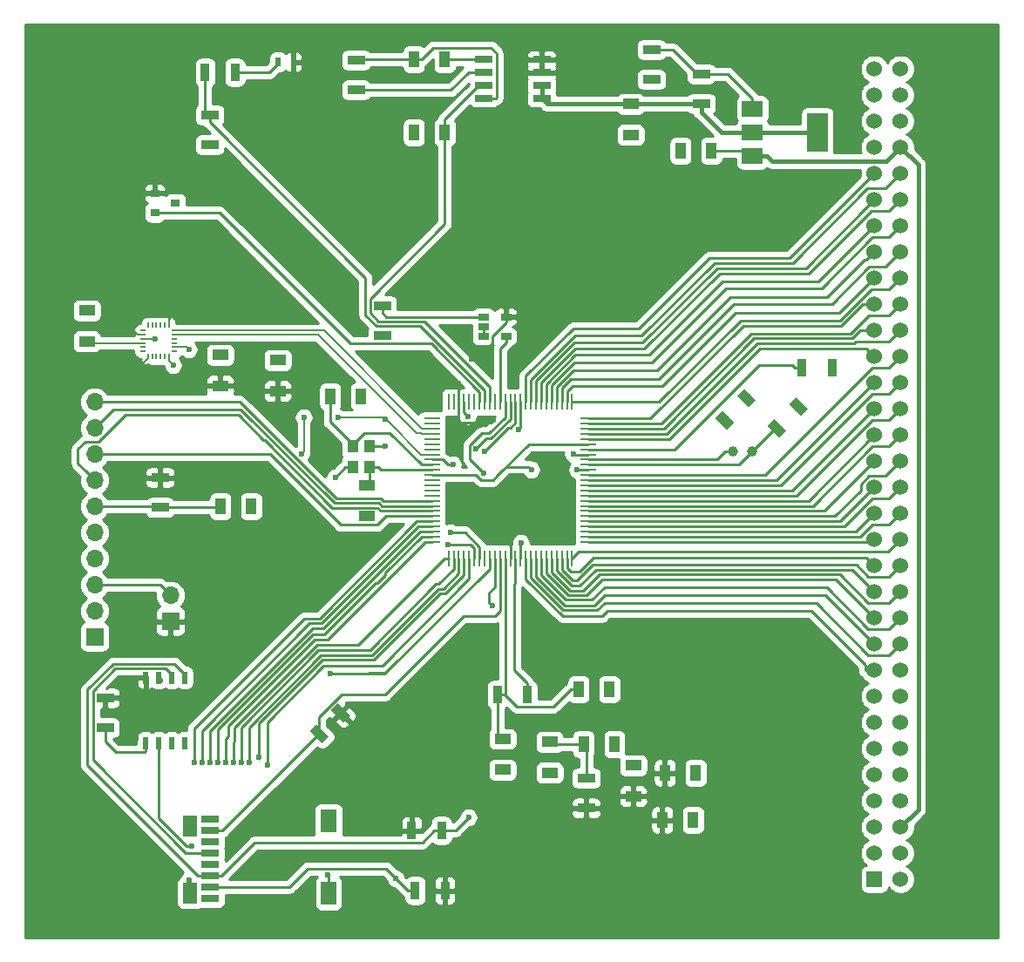
<source format=gtl>
G04 #@! TF.GenerationSoftware,KiCad,Pcbnew,(5.1.2)-1*
G04 #@! TF.CreationDate,2019-05-10T01:18:28-03:00*
G04 #@! TF.ProjectId,pcb_v1,7063625f-7631-42e6-9b69-6361645f7063,rev?*
G04 #@! TF.SameCoordinates,Original*
G04 #@! TF.FileFunction,Copper,L1,Top*
G04 #@! TF.FilePolarity,Positive*
%FSLAX46Y46*%
G04 Gerber Fmt 4.6, Leading zero omitted, Abs format (unit mm)*
G04 Created by KiCad (PCBNEW (5.1.2)-1) date 2019-05-10 01:18:28*
%MOMM*%
%LPD*%
G04 APERTURE LIST*
%ADD10C,0.900000*%
%ADD11C,0.100000*%
%ADD12C,1.000000*%
%ADD13R,1.000000X1.600000*%
%ADD14R,0.250000X1.550000*%
%ADD15R,1.550000X0.250000*%
%ADD16R,1.700000X0.900000*%
%ADD17R,1.600000X1.000000*%
%ADD18R,1.750000X0.650000*%
%ADD19R,0.900000X1.700000*%
%ADD20R,2.000000X3.800000*%
%ADD21R,2.000000X1.500000*%
%ADD22C,1.524000*%
%ADD23R,1.060000X0.650000*%
%ADD24R,0.500000X0.900000*%
%ADD25R,1.700000X1.700000*%
%ADD26O,1.700000X1.700000*%
%ADD27R,0.900000X0.800000*%
%ADD28R,0.508000X1.143000*%
%ADD29R,1.100000X1.300000*%
%ADD30R,1.800000X0.800000*%
%ADD31R,1.400000X2.000000*%
%ADD32R,1.600000X2.300000*%
%ADD33R,1.500000X2.200000*%
%ADD34R,0.550000X0.200000*%
%ADD35R,0.200000X0.550000*%
%ADD36C,0.600000*%
%ADD37C,0.250000*%
%ADD38C,0.200000*%
%ADD39C,0.400000*%
%ADD40C,0.254000*%
G04 APERTURE END LIST*
D10*
X79238695Y-119643305D03*
D11*
G36*
X79521538Y-120562544D02*
G01*
X78319456Y-119360462D01*
X78955852Y-118724066D01*
X80157934Y-119926148D01*
X79521538Y-120562544D01*
X79521538Y-120562544D01*
G37*
D10*
X81289305Y-117592695D03*
D11*
G36*
X81572148Y-118511934D02*
G01*
X80370066Y-117309852D01*
X81006462Y-116673456D01*
X82208544Y-117875538D01*
X81572148Y-118511934D01*
X81572148Y-118511934D01*
G37*
D12*
X119380000Y-92202000D03*
X121280000Y-92202000D03*
D13*
X104902000Y-120650000D03*
X107902000Y-120650000D03*
D14*
X91790000Y-102596000D03*
X92290000Y-102596000D03*
X92790000Y-102596000D03*
X93290000Y-102596000D03*
X93790000Y-102596000D03*
X94290000Y-102596000D03*
X94790000Y-102596000D03*
X95290000Y-102596000D03*
X95790000Y-102596000D03*
X96290000Y-102596000D03*
X96790000Y-102596000D03*
X97290000Y-102596000D03*
X97790000Y-102596000D03*
X98290000Y-102596000D03*
X98790000Y-102596000D03*
X99290000Y-102596000D03*
X99790000Y-102596000D03*
X100290000Y-102596000D03*
X100790000Y-102596000D03*
X101290000Y-102596000D03*
X101790000Y-102596000D03*
X102290000Y-102596000D03*
X102790000Y-102596000D03*
X103290000Y-102596000D03*
X103790000Y-102596000D03*
D15*
X105390000Y-100996000D03*
X105390000Y-100496000D03*
X105390000Y-99996000D03*
X105390000Y-99496000D03*
X105390000Y-98996000D03*
X105390000Y-98496000D03*
X105390000Y-97996000D03*
X105390000Y-97496000D03*
X105390000Y-96996000D03*
X105390000Y-96496000D03*
X105390000Y-95996000D03*
X105390000Y-95496000D03*
X105390000Y-94996000D03*
X105390000Y-94496000D03*
X105390000Y-93996000D03*
X105390000Y-93496000D03*
X105390000Y-92996000D03*
X105390000Y-92496000D03*
X105390000Y-91996000D03*
X105390000Y-91496000D03*
X105390000Y-90996000D03*
X105390000Y-90496000D03*
X105390000Y-89996000D03*
X105390000Y-89496000D03*
X105390000Y-88996000D03*
D14*
X103790000Y-87396000D03*
X103290000Y-87396000D03*
X102790000Y-87396000D03*
X102290000Y-87396000D03*
X101790000Y-87396000D03*
X101290000Y-87396000D03*
X100790000Y-87396000D03*
X100290000Y-87396000D03*
X99790000Y-87396000D03*
X99290000Y-87396000D03*
X98790000Y-87396000D03*
X98290000Y-87396000D03*
X97790000Y-87396000D03*
X97290000Y-87396000D03*
X96790000Y-87396000D03*
X96290000Y-87396000D03*
X95790000Y-87396000D03*
X95290000Y-87396000D03*
X94790000Y-87396000D03*
X94290000Y-87396000D03*
X93790000Y-87396000D03*
X93290000Y-87396000D03*
X92790000Y-87396000D03*
X92290000Y-87396000D03*
X91790000Y-87396000D03*
D15*
X90190000Y-88996000D03*
X90190000Y-89496000D03*
X90190000Y-89996000D03*
X90190000Y-90496000D03*
X90190000Y-90996000D03*
X90190000Y-91496000D03*
X90190000Y-91996000D03*
X90190000Y-92496000D03*
X90190000Y-92996000D03*
X90190000Y-93496000D03*
X90190000Y-93996000D03*
X90190000Y-94496000D03*
X90190000Y-94996000D03*
X90190000Y-95496000D03*
X90190000Y-95996000D03*
X90190000Y-96496000D03*
X90190000Y-96996000D03*
X90190000Y-97496000D03*
X90190000Y-97996000D03*
X90190000Y-98496000D03*
X90190000Y-98996000D03*
X90190000Y-99496000D03*
X90190000Y-99996000D03*
X90190000Y-100496000D03*
X90190000Y-100996000D03*
D16*
X63754000Y-94742000D03*
X63754000Y-97642000D03*
D17*
X69596000Y-85828000D03*
X69596000Y-82828000D03*
D18*
X100838000Y-57912000D03*
X100838000Y-56642000D03*
X100838000Y-55372000D03*
X100838000Y-54102000D03*
X95238000Y-54102000D03*
X95238000Y-55372000D03*
X95238000Y-56642000D03*
X95238000Y-57912000D03*
D19*
X126132000Y-84074000D03*
X129032000Y-84074000D03*
D17*
X97028000Y-120142000D03*
X97028000Y-123142000D03*
D12*
X123653340Y-89960660D03*
D11*
G36*
X123865472Y-90879899D02*
G01*
X122734101Y-89748528D01*
X123441208Y-89041421D01*
X124572579Y-90172792D01*
X123865472Y-90879899D01*
X123865472Y-90879899D01*
G37*
D12*
X125774660Y-87839340D03*
D11*
G36*
X125986792Y-88758579D02*
G01*
X124855421Y-87627208D01*
X125562528Y-86920101D01*
X126693899Y-88051472D01*
X125986792Y-88758579D01*
X125986792Y-88758579D01*
G37*
D17*
X83820000Y-95504000D03*
X83820000Y-98504000D03*
D13*
X80288000Y-86868000D03*
X83288000Y-86868000D03*
X104418000Y-115316000D03*
X107418000Y-115316000D03*
X117324000Y-62992000D03*
X114324000Y-62992000D03*
D17*
X109474000Y-58444000D03*
X109474000Y-61444000D03*
X101600000Y-120420000D03*
X101600000Y-123420000D03*
D13*
X112546000Y-128016000D03*
X115546000Y-128016000D03*
X112800000Y-123444000D03*
X115800000Y-123444000D03*
D17*
X109728000Y-125706000D03*
X109728000Y-122706000D03*
D19*
X99420000Y-115824000D03*
X96520000Y-115824000D03*
D16*
X111506000Y-53160000D03*
X111506000Y-56060000D03*
X116332000Y-58420000D03*
X116332000Y-55520000D03*
X105156000Y-126852000D03*
X105156000Y-123952000D03*
D20*
X127610000Y-61214000D03*
D21*
X121310000Y-61214000D03*
X121310000Y-63514000D03*
X121310000Y-58914000D03*
D22*
X133150000Y-133770000D03*
D11*
G36*
X133912000Y-134532000D02*
G01*
X132388000Y-134532000D01*
X132388000Y-133008000D01*
X133912000Y-133008000D01*
X133912000Y-134532000D01*
X133912000Y-134532000D01*
G37*
D22*
X133150000Y-131230000D03*
X133150000Y-128690000D03*
X133150000Y-126150000D03*
X133150000Y-123610000D03*
X133150000Y-121070000D03*
X133150000Y-118530000D03*
X133150000Y-115990000D03*
X133150000Y-113450000D03*
X133150000Y-110910000D03*
X133150000Y-108370000D03*
X133150000Y-105830000D03*
X133150000Y-103290000D03*
X133150000Y-100750000D03*
X133150000Y-98210000D03*
X133150000Y-95670000D03*
X133150000Y-93130000D03*
X133150000Y-90590000D03*
X133150000Y-88050000D03*
X133150000Y-85510000D03*
X133150000Y-82970000D03*
X133150000Y-80430000D03*
X133150000Y-77890000D03*
X133150000Y-75350000D03*
X133150000Y-72810000D03*
X133150000Y-70270000D03*
X133150000Y-67730000D03*
X133150000Y-65190000D03*
X133150000Y-62650000D03*
X133150000Y-60110000D03*
X133150000Y-57570000D03*
X133150000Y-55030000D03*
X135690000Y-133770000D03*
X135690000Y-131230000D03*
X135690000Y-128690000D03*
X135690000Y-126150000D03*
X135690000Y-123610000D03*
X135690000Y-121070000D03*
X135690000Y-118530000D03*
X135690000Y-115990000D03*
X135690000Y-113450000D03*
X135690000Y-110910000D03*
X135690000Y-108370000D03*
X135690000Y-105830000D03*
X135690000Y-103290000D03*
X135690000Y-100750000D03*
X135690000Y-98210000D03*
X135690000Y-95670000D03*
X135690000Y-93130000D03*
X135690000Y-90590000D03*
X135690000Y-88050000D03*
X135690000Y-85510000D03*
X135690000Y-82970000D03*
X135690000Y-80430000D03*
X135690000Y-77890000D03*
X135690000Y-75350000D03*
X135690000Y-72810000D03*
X135690000Y-70270000D03*
X135690000Y-67730000D03*
X135690000Y-65190000D03*
X135690000Y-62650000D03*
X135690000Y-60110000D03*
X135690000Y-57570000D03*
X135690000Y-55030000D03*
D17*
X75184000Y-86336000D03*
X75184000Y-83336000D03*
X56642000Y-81510000D03*
X56642000Y-78510000D03*
D13*
X88416000Y-54102000D03*
X91416000Y-54102000D03*
X91416000Y-61214000D03*
X88416000Y-61214000D03*
D16*
X85344000Y-80952000D03*
X85344000Y-78052000D03*
X82804000Y-54176000D03*
X82804000Y-57076000D03*
D23*
X95166000Y-79126000D03*
X95166000Y-80076000D03*
X95166000Y-81026000D03*
X97366000Y-81026000D03*
X97366000Y-79126000D03*
D13*
X69620000Y-97536000D03*
X72620000Y-97536000D03*
D24*
X75208000Y-54356000D03*
X76708000Y-54356000D03*
D25*
X57404000Y-110236000D03*
D26*
X57404000Y-107696000D03*
X57404000Y-105156000D03*
X57404000Y-102616000D03*
X57404000Y-100076000D03*
X57404000Y-97536000D03*
X57404000Y-94996000D03*
X57404000Y-92456000D03*
X57404000Y-89916000D03*
X57404000Y-87376000D03*
D25*
X64770000Y-108712000D03*
D26*
X64770000Y-106172000D03*
D19*
X71046000Y-55372000D03*
X68146000Y-55372000D03*
D16*
X68580000Y-59510000D03*
X68580000Y-62410000D03*
D19*
X88212000Y-129032000D03*
X91112000Y-129032000D03*
X88540000Y-134874000D03*
X91440000Y-134874000D03*
D16*
X58420000Y-119052000D03*
X58420000Y-116152000D03*
D27*
X63262000Y-67122000D03*
X63262000Y-69022000D03*
X65262000Y-68072000D03*
D28*
X62357000Y-114173000D03*
X63627000Y-114173000D03*
X64897000Y-114173000D03*
X66167000Y-114173000D03*
X66167000Y-120523000D03*
X64897000Y-120523000D03*
X63627000Y-120523000D03*
X62357000Y-120523000D03*
D29*
X84137000Y-93760000D03*
X84137000Y-91660000D03*
X82487000Y-91660000D03*
X82487000Y-93760000D03*
D30*
X68580000Y-135636000D03*
X68580000Y-134536000D03*
X68580000Y-133436000D03*
X68580000Y-132336000D03*
X68580000Y-131236000D03*
X68580000Y-130136000D03*
X68580000Y-129036000D03*
X68580000Y-127936000D03*
D31*
X66680000Y-135136000D03*
X66680000Y-128636000D03*
D32*
X80130000Y-128136000D03*
D33*
X80130000Y-135136000D03*
D34*
X65108000Y-80461000D03*
X65108000Y-80861000D03*
X65108000Y-81261000D03*
X65108000Y-81661000D03*
X65108000Y-82061000D03*
X65108000Y-82461000D03*
D35*
X64608000Y-82961000D03*
X64208000Y-82961000D03*
X63808000Y-82961000D03*
X63408000Y-82961000D03*
X63008000Y-82961000D03*
X62608000Y-82961000D03*
D34*
X62108000Y-82461000D03*
X62108000Y-82061000D03*
X62108000Y-81661000D03*
X62108000Y-81261000D03*
X62108000Y-80861000D03*
X62108000Y-80461000D03*
D35*
X62608000Y-79961000D03*
X63008000Y-79961000D03*
X63408000Y-79961000D03*
X63808000Y-79961000D03*
X64208000Y-79961000D03*
X64608000Y-79961000D03*
D12*
X120739320Y-87032680D03*
D11*
G36*
X120951452Y-87951919D02*
G01*
X119820081Y-86820548D01*
X120527188Y-86113441D01*
X121658559Y-87244812D01*
X120951452Y-87951919D01*
X120951452Y-87951919D01*
G37*
D12*
X118618000Y-89154000D03*
D11*
G36*
X118830132Y-90073239D02*
G01*
X117698761Y-88941868D01*
X118405868Y-88234761D01*
X119537239Y-89366132D01*
X118830132Y-90073239D01*
X118830132Y-90073239D01*
G37*
D36*
X80010000Y-133350000D03*
X80010000Y-128016000D03*
X56896000Y-78486000D03*
X65278000Y-68072000D03*
X68580000Y-62484000D03*
X114300000Y-63246000D03*
X109474000Y-61468000D03*
X98806000Y-101092000D03*
X80772000Y-94742000D03*
X85598000Y-91694000D03*
X63246000Y-81280000D03*
X65024000Y-83820000D03*
X66548000Y-82296000D03*
X69596000Y-82828000D03*
X75184000Y-83336000D03*
X92202000Y-93472000D03*
X83288000Y-86868000D03*
X97028000Y-123142000D03*
X83820000Y-98504000D03*
X72620000Y-97536000D03*
X104284279Y-93995999D03*
X68580000Y-130136000D03*
X66680000Y-128636000D03*
X107418000Y-115316000D03*
X93657330Y-88782990D03*
X95166000Y-81026000D03*
X88416000Y-61214000D03*
X95238000Y-54102000D03*
X103886000Y-92456000D03*
X111506000Y-56060000D03*
X66167000Y-120523000D03*
X101600000Y-123420000D03*
X107902000Y-120650000D03*
X109728000Y-122706000D03*
X115800000Y-123444000D03*
X115546000Y-128016000D03*
X66548000Y-133858000D03*
X125774660Y-87839340D03*
X129032000Y-84074000D03*
X120739320Y-87032680D03*
X101600000Y-120420000D03*
X99822000Y-93980000D03*
X68326000Y-132334000D03*
X92710000Y-85598000D03*
X94040949Y-83251051D03*
X97790000Y-101092000D03*
X96161342Y-89133938D03*
X64481087Y-132334000D03*
X95238000Y-57912000D03*
X100838000Y-57912000D03*
X85344000Y-80952000D03*
X81026000Y-88900000D03*
X77724000Y-88900000D03*
X77470000Y-92456000D03*
X69620000Y-97536000D03*
X85670839Y-89059095D03*
X91694000Y-101279363D03*
X91948000Y-100076000D03*
X93726000Y-127762000D03*
X96034913Y-107207222D03*
X66802000Y-130556000D03*
X86676999Y-133710999D03*
X95239143Y-94350916D03*
X62357000Y-120523000D03*
X94476313Y-91916871D03*
X80264000Y-113792000D03*
X64897000Y-114173000D03*
X63754000Y-114444491D03*
X98578797Y-90113303D03*
X64897000Y-120523000D03*
X95250000Y-92202000D03*
X70923694Y-122428000D03*
X71628000Y-122428000D03*
X72390000Y-122428000D03*
X73380487Y-121920000D03*
X74168000Y-122682000D03*
X67056000Y-122428000D03*
X67818000Y-122428000D03*
X68580000Y-122428000D03*
X69380013Y-122428000D03*
X70104000Y-122428000D03*
D37*
X80130000Y-133470000D02*
X80010000Y-133350000D01*
X80130000Y-134636000D02*
X80130000Y-133470000D01*
X98395001Y-116999001D02*
X97220000Y-115824000D01*
X101984999Y-116999001D02*
X98395001Y-116999001D01*
X103668000Y-115316000D02*
X101984999Y-116999001D01*
X104418000Y-115316000D02*
X103668000Y-115316000D01*
X97220000Y-115824000D02*
X96520000Y-115824000D01*
X97290000Y-115754000D02*
X97220000Y-115824000D01*
X97290000Y-102596000D02*
X97290000Y-115754000D01*
X96520000Y-119634000D02*
X97028000Y-120142000D01*
X96520000Y-115824000D02*
X96520000Y-119634000D01*
X98790000Y-102596000D02*
X98790000Y-101108000D01*
X98790000Y-101108000D02*
X98806000Y-101092000D01*
X82487000Y-93760000D02*
X81754000Y-93760000D01*
X81754000Y-93760000D02*
X80772000Y-94742000D01*
X95166000Y-81026000D02*
X95166000Y-80076000D01*
X94113000Y-54102000D02*
X91416000Y-54102000D01*
X84137000Y-91660000D02*
X85564000Y-91660000D01*
X85564000Y-91660000D02*
X85598000Y-91694000D01*
X95238000Y-54102000D02*
X94113000Y-54102000D01*
D38*
X62108000Y-81261000D02*
X63227000Y-81261000D01*
X63227000Y-81261000D02*
X63246000Y-81280000D01*
X64608000Y-82961000D02*
X64608000Y-83404000D01*
X64608000Y-83404000D02*
X65024000Y-83820000D01*
X65108000Y-82061000D02*
X66313000Y-82061000D01*
X66313000Y-82061000D02*
X66548000Y-82296000D01*
D37*
X91215000Y-92996000D02*
X91691000Y-93472000D01*
X90190000Y-92996000D02*
X91215000Y-92996000D01*
X91691000Y-93472000D02*
X92202000Y-93472000D01*
X105390000Y-93996000D02*
X104284280Y-93996000D01*
D38*
X104284280Y-93996000D02*
X104284279Y-93995999D01*
D37*
X93651990Y-88782990D02*
X93657330Y-88782990D01*
X93290000Y-87396000D02*
X93290000Y-88421000D01*
X93290000Y-88421000D02*
X93651990Y-88782990D01*
X105390000Y-92496000D02*
X103926000Y-92496000D01*
X103926000Y-92496000D02*
X103886000Y-92456000D01*
X66680000Y-135636000D02*
X66680000Y-133990000D01*
X66680000Y-133990000D02*
X66548000Y-133858000D01*
X123521340Y-89960660D02*
X123653340Y-89960660D01*
X121280000Y-92202000D02*
X123521340Y-89960660D01*
X119986000Y-93496000D02*
X105390000Y-93496000D01*
X121280000Y-92202000D02*
X119986000Y-93496000D01*
X106415000Y-92996000D02*
X105390000Y-92996000D01*
X117878894Y-92996000D02*
X106415000Y-92996000D01*
X118672894Y-92202000D02*
X117878894Y-92996000D01*
X119380000Y-92202000D02*
X118672894Y-92202000D01*
X82487000Y-91560000D02*
X80264000Y-89337000D01*
X80288000Y-89313000D02*
X80288000Y-86868000D01*
X80264000Y-89337000D02*
X80288000Y-89313000D01*
X86090011Y-90421011D02*
X89165000Y-93496000D01*
X89165000Y-93496000D02*
X90190000Y-93496000D01*
X83625989Y-90421011D02*
X86090011Y-90421011D01*
X82487000Y-91660000D02*
X82487000Y-91560000D01*
X82487000Y-91560000D02*
X83625989Y-90421011D01*
X89165000Y-93996000D02*
X90190000Y-93996000D01*
X85173000Y-93996000D02*
X89165000Y-93996000D01*
X84937000Y-93760000D02*
X85173000Y-93996000D01*
X84137000Y-93760000D02*
X84937000Y-93760000D01*
X84137000Y-95187000D02*
X83820000Y-95504000D01*
X84137000Y-93760000D02*
X84137000Y-95187000D01*
X99576025Y-91496000D02*
X104365000Y-91496000D01*
X104365000Y-91496000D02*
X105390000Y-91496000D01*
X94939141Y-94975918D02*
X96096107Y-94975918D01*
X96096107Y-94975918D02*
X96467024Y-94605001D01*
X90190000Y-94496000D02*
X94459223Y-94496000D01*
X94459223Y-94496000D02*
X94939141Y-94975918D01*
X105156000Y-120904000D02*
X104902000Y-120650000D01*
X105156000Y-123952000D02*
X105156000Y-120904000D01*
X101830000Y-120650000D02*
X101600000Y-120420000D01*
X104902000Y-120650000D02*
X101830000Y-120650000D01*
X97392023Y-93680001D02*
X96806012Y-94266012D01*
X99522001Y-93680001D02*
X97392023Y-93680001D01*
X99822000Y-93980000D02*
X99522001Y-93680001D01*
X96467024Y-94605001D02*
X96806012Y-94266012D01*
X96806012Y-94266012D02*
X99576025Y-91496000D01*
D38*
X64608000Y-79961000D02*
X64608000Y-79410000D01*
X64608000Y-79410000D02*
X64770000Y-79248000D01*
X62108000Y-80861000D02*
X61557000Y-80861000D01*
X61557000Y-80861000D02*
X61214000Y-80518000D01*
X62608000Y-83136000D02*
X61976000Y-83768000D01*
X62608000Y-82961000D02*
X62608000Y-83136000D01*
D37*
X92790000Y-85678000D02*
X92790000Y-87396000D01*
X92710000Y-85598000D02*
X92790000Y-85678000D01*
X97366000Y-79701000D02*
X96021001Y-81045999D01*
X96021001Y-81045999D02*
X96021001Y-81695263D01*
X94465213Y-83251051D02*
X94040949Y-83251051D01*
X96021001Y-81695263D02*
X94465213Y-83251051D01*
X97366000Y-79126000D02*
X97366000Y-79701000D01*
X97790000Y-101092000D02*
X97790000Y-102596000D01*
X92790000Y-89264901D02*
X92959036Y-89433937D01*
X95861343Y-89433937D02*
X96161342Y-89133938D01*
X92959036Y-89433937D02*
X95861343Y-89433937D01*
X92790000Y-87396000D02*
X92790000Y-89264901D01*
X98290000Y-103621000D02*
X98290000Y-102596000D01*
X98180999Y-105109999D02*
X98290000Y-105000998D01*
X98290000Y-105000998D02*
X98290000Y-103621000D01*
X98180999Y-113484999D02*
X98180999Y-105109999D01*
X99420000Y-114724000D02*
X98180999Y-113484999D01*
X99420000Y-115824000D02*
X99420000Y-114724000D01*
X82878000Y-54102000D02*
X82804000Y-54176000D01*
X88416000Y-54102000D02*
X82878000Y-54102000D01*
X90291001Y-52976999D02*
X89166000Y-54102000D01*
X95898001Y-52976999D02*
X90291001Y-52976999D01*
X96438001Y-57836999D02*
X96438001Y-53516999D01*
X96438001Y-53516999D02*
X95898001Y-52976999D01*
X95238000Y-57912000D02*
X96363000Y-57912000D01*
X96363000Y-57912000D02*
X96438001Y-57836999D01*
X89166000Y-54102000D02*
X88416000Y-54102000D01*
D39*
X126210000Y-61214000D02*
X121310000Y-61214000D01*
X127610000Y-61214000D02*
X126210000Y-61214000D01*
X116332000Y-59270000D02*
X116332000Y-58420000D01*
X118276000Y-61214000D02*
X116332000Y-59270000D01*
X121310000Y-61214000D02*
X118276000Y-61214000D01*
X109498000Y-58420000D02*
X109474000Y-58444000D01*
X116332000Y-58420000D02*
X109498000Y-58420000D01*
X101370000Y-58444000D02*
X100838000Y-57912000D01*
X109474000Y-58444000D02*
X101370000Y-58444000D01*
X100838000Y-57912000D02*
X100838000Y-56642000D01*
D37*
X113572000Y-53160000D02*
X111506000Y-53160000D01*
X116332000Y-55520000D02*
X115932000Y-55520000D01*
X115932000Y-55520000D02*
X113572000Y-53160000D01*
X121310000Y-57914000D02*
X121310000Y-58914000D01*
X118916000Y-55520000D02*
X121310000Y-57914000D01*
X116332000Y-55520000D02*
X118916000Y-55520000D01*
D38*
X56793000Y-81661000D02*
X56642000Y-81510000D01*
X62108000Y-81661000D02*
X56793000Y-81661000D01*
D37*
X85344000Y-78752000D02*
X85344000Y-78052000D01*
X85718000Y-79126000D02*
X85344000Y-78752000D01*
X95166000Y-79126000D02*
X85718000Y-79126000D01*
X92022000Y-57076000D02*
X82804000Y-57076000D01*
X95238000Y-55372000D02*
X93726000Y-55372000D01*
X93726000Y-55372000D02*
X92022000Y-57076000D01*
X95238000Y-56642000D02*
X94688000Y-56642000D01*
X94688000Y-56642000D02*
X91416000Y-59914000D01*
X91416000Y-60164000D02*
X91416000Y-61214000D01*
X91416000Y-59914000D02*
X91416000Y-60164000D01*
X91416000Y-70094998D02*
X91416000Y-62264000D01*
X89459600Y-79576011D02*
X84983009Y-79576011D01*
X91416000Y-62264000D02*
X91416000Y-61214000D01*
X84983009Y-79576011D02*
X84168999Y-78762001D01*
X95790000Y-85906411D02*
X89459600Y-79576011D01*
X95790000Y-87396000D02*
X95790000Y-85906411D01*
X84168999Y-77341999D02*
X91416000Y-70094998D01*
X84168999Y-78762001D02*
X84168999Y-77341999D01*
X63648000Y-97536000D02*
X63754000Y-97642000D01*
X57404000Y-97536000D02*
X63648000Y-97536000D01*
X69236000Y-97642000D02*
X69342000Y-97536000D01*
X63754000Y-97642000D02*
X69236000Y-97642000D01*
D38*
X77724000Y-88900000D02*
X77724000Y-92202000D01*
X77724000Y-92202000D02*
X77470000Y-92456000D01*
X85970838Y-89359094D02*
X85670839Y-89059095D01*
X89107744Y-92496000D02*
X85970838Y-89359094D01*
X81026000Y-88900000D02*
X85511744Y-88900000D01*
X85511744Y-88900000D02*
X85670839Y-89059095D01*
X90190000Y-92496000D02*
X89107744Y-92496000D01*
D37*
X75208000Y-54556000D02*
X75208000Y-54356000D01*
X74392000Y-55372000D02*
X75208000Y-54556000D01*
X71046000Y-55372000D02*
X74392000Y-55372000D01*
D38*
X89215000Y-90496000D02*
X89143000Y-90424000D01*
X90190000Y-90496000D02*
X89215000Y-90496000D01*
X65583000Y-80861000D02*
X65108000Y-80861000D01*
X79121002Y-80861000D02*
X65583000Y-80861000D01*
X88684002Y-90424000D02*
X79121002Y-80861000D01*
X89143000Y-90424000D02*
X88684002Y-90424000D01*
X65583000Y-80461000D02*
X65108000Y-80461000D01*
X79680000Y-80461000D02*
X65583000Y-80461000D01*
X89215000Y-89996000D02*
X79680000Y-80461000D01*
X90190000Y-89996000D02*
X89215000Y-89996000D01*
D37*
X93958366Y-101279363D02*
X92118264Y-101279363D01*
X92118264Y-101279363D02*
X91694000Y-101279363D01*
X94290000Y-102596000D02*
X94290000Y-101610997D01*
X94290000Y-101610997D02*
X93958366Y-101279363D01*
X92372264Y-100076000D02*
X91948000Y-100076000D01*
X93391413Y-100076000D02*
X92372264Y-100076000D01*
X94790000Y-101474587D02*
X93391413Y-100076000D01*
X94790000Y-102596000D02*
X94790000Y-101474587D01*
X85197002Y-97996000D02*
X84880001Y-97678999D01*
X55785001Y-93377001D02*
X56554001Y-94146001D01*
X90190000Y-97996000D02*
X85197002Y-97996000D01*
X73915179Y-91091001D02*
X73819001Y-91091001D01*
X73819001Y-91091001D02*
X71374000Y-88646000D01*
X84880001Y-97678999D02*
X80503177Y-97678999D01*
X57778003Y-91280999D02*
X56482999Y-91280999D01*
X71374000Y-88646000D02*
X60413002Y-88646000D01*
X80503177Y-97678999D02*
X73915179Y-91091001D01*
X60413002Y-88646000D02*
X57778003Y-91280999D01*
X56554001Y-94146001D02*
X57404000Y-94996000D01*
X55785001Y-91978997D02*
X55785001Y-93377001D01*
X56482999Y-91280999D02*
X55785001Y-91978997D01*
X58606081Y-92456000D02*
X57404000Y-92456000D01*
X90190000Y-98496000D02*
X85713003Y-98496000D01*
X81295001Y-99329001D02*
X74422000Y-92456000D01*
X85713003Y-98496000D02*
X84880002Y-99329001D01*
X84880002Y-99329001D02*
X81295001Y-99329001D01*
X74422000Y-92456000D02*
X58606081Y-92456000D01*
X80689576Y-97228988D02*
X85066401Y-97228988D01*
X89165000Y-97496000D02*
X90190000Y-97496000D01*
X57404000Y-89916000D02*
X59182000Y-88138000D01*
X85333413Y-97496000D02*
X89165000Y-97496000D01*
X85066401Y-97228988D02*
X85333413Y-97496000D01*
X71598588Y-88138000D02*
X80689576Y-97228988D01*
X59182000Y-88138000D02*
X71598588Y-88138000D01*
X80875975Y-96778977D02*
X71472998Y-87376000D01*
X90190000Y-96996000D02*
X85469824Y-96996000D01*
X71472998Y-87376000D02*
X58606081Y-87376000D01*
X85469824Y-96996000D02*
X85252801Y-96778977D01*
X85252801Y-96778977D02*
X80875975Y-96778977D01*
X58606081Y-87376000D02*
X57404000Y-87376000D01*
X125432000Y-84074000D02*
X125178000Y-83820000D01*
X126132000Y-84074000D02*
X125432000Y-84074000D01*
X125178000Y-83820000D02*
X121920000Y-83820000D01*
X113744000Y-91996000D02*
X105390000Y-91996000D01*
X121920000Y-83820000D02*
X113744000Y-91996000D01*
X68146000Y-59076000D02*
X68580000Y-59510000D01*
X68146000Y-55372000D02*
X68146000Y-59076000D01*
X95290000Y-87396000D02*
X95290000Y-86274587D01*
X84796609Y-80026022D02*
X83718988Y-78948401D01*
X89041435Y-80026022D02*
X84796609Y-80026022D01*
X83718988Y-78948401D02*
X83718988Y-75348988D01*
X68580000Y-60210000D02*
X68580000Y-59510000D01*
X83718988Y-75348988D02*
X68580000Y-60210000D01*
X95290000Y-86274587D02*
X89041435Y-80026022D01*
X90412000Y-129032000D02*
X91112000Y-129032000D01*
X89236999Y-130207001D02*
X90412000Y-129032000D01*
X72958999Y-130207001D02*
X89236999Y-130207001D01*
X69730000Y-133436000D02*
X72958999Y-130207001D01*
X68580000Y-133436000D02*
X69730000Y-133436000D01*
X56699989Y-122705989D02*
X67430000Y-133436000D01*
X56699989Y-115350598D02*
X56699989Y-122705989D01*
X67430000Y-133436000D02*
X68580000Y-133436000D01*
X59224099Y-112826488D02*
X56699989Y-115350598D01*
X66167000Y-114173000D02*
X66167000Y-113855500D01*
X66167000Y-113855500D02*
X65137988Y-112826488D01*
X65137988Y-112826488D02*
X59224099Y-112826488D01*
X92456000Y-129032000D02*
X91112000Y-129032000D01*
X93726000Y-127762000D02*
X92456000Y-129032000D01*
X95734914Y-105938265D02*
X95734914Y-106907223D01*
X96290000Y-105383179D02*
X95734914Y-105938265D01*
X95734914Y-106907223D02*
X96034913Y-107207222D01*
X96290000Y-102596000D02*
X96290000Y-105383179D01*
X68326000Y-128836002D02*
X68380002Y-128836002D01*
X63627000Y-120523000D02*
X63627000Y-127868002D01*
X63627000Y-127868002D02*
X66314998Y-130556000D01*
X66314998Y-130556000D02*
X66802000Y-130556000D01*
X69846000Y-129036000D02*
X68580000Y-129036000D01*
X79238695Y-119643305D02*
X69846000Y-129036000D01*
X96790000Y-102596000D02*
X96790000Y-107680000D01*
X79238695Y-117981587D02*
X81396282Y-115824000D01*
X79238695Y-119643305D02*
X79238695Y-117981587D01*
X81396282Y-115824000D02*
X85598000Y-115824000D01*
X93218000Y-108204000D02*
X96266000Y-108204000D01*
X85598000Y-115824000D02*
X93218000Y-108204000D01*
X96790000Y-107680000D02*
X96266000Y-108204000D01*
X87840000Y-134874000D02*
X88540000Y-134874000D01*
X86676999Y-133710999D02*
X87840000Y-134874000D01*
X94939144Y-94050917D02*
X95239143Y-94350916D01*
X97290000Y-87396000D02*
X97290000Y-88889179D01*
X97290000Y-88889179D02*
X95726623Y-90452556D01*
X95726623Y-90452556D02*
X95015624Y-90452556D01*
X95015624Y-90452556D02*
X93851311Y-91616869D01*
X93851311Y-92963084D02*
X94939144Y-94050917D01*
X93851311Y-91616869D02*
X93851311Y-92963084D01*
X76284000Y-134536000D02*
X78095002Y-132724998D01*
X78095002Y-132724998D02*
X85690998Y-132724998D01*
X86377000Y-133411000D02*
X86676999Y-133710999D01*
X68580000Y-134536000D02*
X76284000Y-134536000D01*
X85690998Y-132724998D02*
X86377000Y-133411000D01*
X62357000Y-121344500D02*
X62289500Y-121412000D01*
X62357000Y-120523000D02*
X62357000Y-121344500D01*
X62289500Y-121412000D02*
X59436000Y-121412000D01*
X58420000Y-120396000D02*
X58420000Y-119052000D01*
X59436000Y-121412000D02*
X58420000Y-120396000D01*
X97790000Y-87396000D02*
X97790000Y-89025590D01*
X95490617Y-90902567D02*
X94776312Y-91616872D01*
X94776312Y-91616872D02*
X94476313Y-91916871D01*
X95913023Y-90902567D02*
X95490617Y-90902567D01*
X97790000Y-89025590D02*
X95913023Y-90902567D01*
X64317999Y-113276499D02*
X64897000Y-113855500D01*
X59410499Y-113276499D02*
X64317999Y-113276499D01*
X57244999Y-115441999D02*
X59410499Y-113276499D01*
X66288896Y-131236000D02*
X57244999Y-122192103D01*
X68580000Y-131236000D02*
X66288896Y-131236000D01*
X57244999Y-122192103D02*
X57244999Y-115441999D01*
X95790000Y-102596000D02*
X95790000Y-103621000D01*
X84424558Y-113743807D02*
X84000294Y-113743807D01*
X95790000Y-103621000D02*
X85667193Y-113743807D01*
X85667193Y-113743807D02*
X84424558Y-113743807D01*
X85619000Y-113792000D02*
X85667193Y-113743807D01*
X82296000Y-113792000D02*
X85619000Y-113792000D01*
X82296000Y-113792000D02*
X80264000Y-113792000D01*
X63627000Y-114173000D02*
X63660274Y-114173000D01*
X63660274Y-114173000D02*
X63754000Y-114266726D01*
X63754000Y-114266726D02*
X63754000Y-114444491D01*
X98790000Y-87396000D02*
X98790000Y-89902100D01*
X98790000Y-89902100D02*
X98578797Y-90113303D01*
X98290000Y-87396000D02*
X98290000Y-89416000D01*
X97536000Y-89916000D02*
X95250000Y-92202000D01*
X97790000Y-89916000D02*
X97536000Y-89916000D01*
X98290000Y-89416000D02*
X97790000Y-89916000D01*
X96790000Y-86371000D02*
X96790000Y-87396000D01*
X96790000Y-82177000D02*
X96790000Y-86371000D01*
X97366000Y-81601000D02*
X96790000Y-82177000D01*
X97366000Y-81026000D02*
X97366000Y-81601000D01*
X90106003Y-81727001D02*
X82235001Y-81727001D01*
X94790000Y-87396000D02*
X94790000Y-86410998D01*
X94790000Y-86410998D02*
X90106003Y-81727001D01*
X69530000Y-69022000D02*
X63262000Y-69022000D01*
X82235001Y-81727001D02*
X69530000Y-69022000D01*
X70983002Y-119008998D02*
X70983002Y-120394386D01*
X83013000Y-110998000D02*
X78994000Y-110998000D01*
X91790000Y-102596000D02*
X91415000Y-102596000D01*
X78994000Y-110998000D02*
X70983002Y-119008998D01*
X91415000Y-102596000D02*
X83013000Y-110998000D01*
X70923694Y-120453694D02*
X70923694Y-122428000D01*
X70983002Y-120394386D02*
X70923694Y-120453694D01*
X71628000Y-120904000D02*
X71628000Y-122428000D01*
X71628000Y-119000410D02*
X71628000Y-120904000D01*
X92290000Y-103621000D02*
X90812991Y-105098009D01*
X90812991Y-105098009D02*
X90574402Y-105098009D01*
X90574402Y-105098009D02*
X84166411Y-111506000D01*
X92290000Y-102596000D02*
X92290000Y-103621000D01*
X84166411Y-111506000D02*
X79122410Y-111506000D01*
X79122410Y-111506000D02*
X71628000Y-119000410D01*
X72390000Y-121412000D02*
X72390000Y-122428000D01*
X72390000Y-119000410D02*
X72390000Y-121412000D01*
X92790000Y-104062821D02*
X91304801Y-105548020D01*
X92790000Y-102596000D02*
X92790000Y-104062821D01*
X91304801Y-105548020D02*
X90822984Y-105548020D01*
X90822984Y-105548020D02*
X84357002Y-112014000D01*
X84357002Y-112014000D02*
X79376410Y-112014000D01*
X79376410Y-112014000D02*
X72390000Y-119000410D01*
X73380487Y-121698710D02*
X73380487Y-122122974D01*
X79562810Y-112464011D02*
X73380487Y-118646334D01*
X93290000Y-104199232D02*
X91491201Y-105998031D01*
X84543402Y-112464011D02*
X79562810Y-112464011D01*
X91491201Y-105998031D02*
X91009384Y-105998031D01*
X73380487Y-118646334D02*
X73380487Y-121698710D01*
X91009384Y-105998031D02*
X84543402Y-112464011D01*
X93290000Y-102596000D02*
X93290000Y-104199232D01*
X74168000Y-122257736D02*
X74168000Y-122682000D01*
X74168000Y-118495232D02*
X74168000Y-122257736D01*
X85344000Y-113030000D02*
X79633232Y-113030000D01*
X79633232Y-113030000D02*
X74168000Y-118495232D01*
X93790000Y-102596000D02*
X93790000Y-104584000D01*
X93790000Y-104584000D02*
X85344000Y-113030000D01*
X99290000Y-102596000D02*
X99290000Y-104626814D01*
X132246000Y-113450000D02*
X132246000Y-112942000D01*
X132246000Y-113450000D02*
X133150000Y-113450000D01*
X132246000Y-112942000D02*
X127000000Y-107696000D01*
X127000000Y-107696000D02*
X107188000Y-107696000D01*
X106678593Y-108205407D02*
X102868593Y-108205407D01*
X107188000Y-107696000D02*
X106678593Y-108205407D01*
X99290000Y-104626814D02*
X102868593Y-108205407D01*
X99790000Y-104490404D02*
X99790000Y-103621000D01*
X135690000Y-110910000D02*
X134602999Y-111997001D01*
X99790000Y-103621000D02*
X99790000Y-102596000D01*
X134602999Y-111997001D02*
X132571001Y-111997001D01*
X132571001Y-111997001D02*
X127508000Y-106934000D01*
X127508000Y-106934000D02*
X106934000Y-106934000D01*
X106234798Y-107633202D02*
X102932798Y-107633202D01*
X106934000Y-106934000D02*
X106234798Y-107633202D01*
X102932798Y-107633202D02*
X99790000Y-104490404D01*
X106934000Y-106172000D02*
X105922809Y-107183191D01*
X100290000Y-104353995D02*
X100290000Y-103621000D01*
X100290000Y-103621000D02*
X100290000Y-102596000D01*
X105922809Y-107183191D02*
X103119195Y-107183191D01*
X128412000Y-106172000D02*
X106934000Y-106172000D01*
X103119195Y-107183191D02*
X100290000Y-104353995D01*
X133150000Y-110910000D02*
X128412000Y-106172000D01*
X100790000Y-104217585D02*
X100790000Y-103621000D01*
X135690000Y-108370000D02*
X134602999Y-109457001D01*
X100790000Y-103621000D02*
X100790000Y-102596000D01*
X134602999Y-109457001D02*
X132571001Y-109457001D01*
X132571001Y-109457001D02*
X128524000Y-105410000D01*
X128524000Y-105410000D02*
X106934000Y-105410000D01*
X106934000Y-105410000D02*
X105728207Y-106615793D01*
X103188207Y-106615793D02*
X100790000Y-104217585D01*
X105728207Y-106615793D02*
X103188207Y-106615793D01*
X103374606Y-106165782D02*
X101290000Y-104081175D01*
X129428000Y-104648000D02*
X106680000Y-104648000D01*
X133150000Y-108370000D02*
X129428000Y-104648000D01*
X106680000Y-104648000D02*
X105162218Y-106165782D01*
X101290000Y-104081175D02*
X101290000Y-103621000D01*
X101290000Y-103621000D02*
X101290000Y-102596000D01*
X105162218Y-106165782D02*
X103374606Y-106165782D01*
X106426000Y-104140000D02*
X104850229Y-105715771D01*
X101790000Y-103944765D02*
X101790000Y-103621000D01*
X101790000Y-103621000D02*
X101790000Y-102596000D01*
X104850229Y-105715771D02*
X103561006Y-105715771D01*
X129794000Y-104140000D02*
X106426000Y-104140000D01*
X135690000Y-105830000D02*
X134602999Y-106917001D01*
X103561006Y-105715771D02*
X101790000Y-103944765D01*
X132571001Y-106917001D02*
X129794000Y-104140000D01*
X134602999Y-106917001D02*
X132571001Y-106917001D01*
X103747405Y-105265760D02*
X102290000Y-103808355D01*
X131009989Y-103689989D02*
X106114011Y-103689989D01*
X102290000Y-103808355D02*
X102290000Y-103621000D01*
X104538240Y-105265760D02*
X103747405Y-105265760D01*
X133150000Y-105830000D02*
X131009989Y-103689989D01*
X106114011Y-103689989D02*
X104538240Y-105265760D01*
X102290000Y-103621000D02*
X102290000Y-102596000D01*
X131433978Y-103239978D02*
X105802022Y-103239978D01*
X105802022Y-103239978D02*
X104299001Y-104742999D01*
X103861054Y-104742999D02*
X102790000Y-103671944D01*
X104299001Y-104742999D02*
X103861054Y-104742999D01*
X102790000Y-103621000D02*
X102790000Y-102596000D01*
X102790000Y-103671944D02*
X102790000Y-103621000D01*
X134602999Y-104377001D02*
X132571001Y-104377001D01*
X135690000Y-103290000D02*
X134602999Y-104377001D01*
X132571001Y-104377001D02*
X131433978Y-103239978D01*
X105877589Y-102528001D02*
X104523822Y-103881768D01*
X104523822Y-103881768D02*
X103636232Y-103881768D01*
X103636232Y-103881768D02*
X103290000Y-103535535D01*
X132388001Y-102528001D02*
X105877589Y-102528001D01*
X133150000Y-103290000D02*
X132388001Y-102528001D01*
X103290000Y-103535535D02*
X103290000Y-102596000D01*
X135690000Y-100750000D02*
X134528011Y-101911989D01*
X104474011Y-101911989D02*
X103790000Y-102596000D01*
X134528011Y-101911989D02*
X104474011Y-101911989D01*
X132904000Y-100996000D02*
X133150000Y-100750000D01*
X105390000Y-100996000D02*
X132904000Y-100996000D01*
X134928001Y-98971999D02*
X135690000Y-98210000D01*
X134602999Y-99297001D02*
X134928001Y-98971999D01*
X132994237Y-99297001D02*
X134602999Y-99297001D01*
X131795238Y-100496000D02*
X132994237Y-99297001D01*
X105390000Y-100496000D02*
X131795238Y-100496000D01*
X131364000Y-99996000D02*
X133150000Y-98210000D01*
X105390000Y-99996000D02*
X131364000Y-99996000D01*
X134928001Y-96431999D02*
X135690000Y-95670000D01*
X134602999Y-96757001D02*
X134928001Y-96431999D01*
X132994237Y-96757001D02*
X134602999Y-96757001D01*
X130255238Y-99496000D02*
X132994237Y-96757001D01*
X105390000Y-99496000D02*
X130255238Y-99496000D01*
X129824000Y-98996000D02*
X133150000Y-95670000D01*
X105390000Y-98996000D02*
X129824000Y-98996000D01*
X135690000Y-93130000D02*
X134237001Y-94582999D01*
X132628239Y-94582999D02*
X131826000Y-95385238D01*
X134237001Y-94582999D02*
X132628239Y-94582999D01*
X131826000Y-95385238D02*
X131826000Y-96012000D01*
X129342000Y-98496000D02*
X105390000Y-98496000D01*
X131826000Y-96012000D02*
X129342000Y-98496000D01*
X128284000Y-97996000D02*
X133150000Y-93130000D01*
X105390000Y-97996000D02*
X128284000Y-97996000D01*
X134928001Y-91351999D02*
X135690000Y-90590000D01*
X134602999Y-91677001D02*
X134928001Y-91351999D01*
X132994237Y-91677001D02*
X134602999Y-91677001D01*
X127175238Y-97496000D02*
X132994237Y-91677001D01*
X105390000Y-97496000D02*
X127175238Y-97496000D01*
X126744000Y-96996000D02*
X133150000Y-90590000D01*
X105390000Y-96996000D02*
X126744000Y-96996000D01*
X134928001Y-88811999D02*
X135690000Y-88050000D01*
X134602999Y-89137001D02*
X134928001Y-88811999D01*
X132994237Y-89137001D02*
X134602999Y-89137001D01*
X125635238Y-96496000D02*
X132994237Y-89137001D01*
X105390000Y-96496000D02*
X125635238Y-96496000D01*
X125204000Y-95996000D02*
X133150000Y-88050000D01*
X105390000Y-95996000D02*
X125204000Y-95996000D01*
X134928001Y-86271999D02*
X135690000Y-85510000D01*
X134602999Y-86597001D02*
X134928001Y-86271999D01*
X132994237Y-86597001D02*
X134602999Y-86597001D01*
X124095238Y-95496000D02*
X132994237Y-86597001D01*
X105390000Y-95496000D02*
X124095238Y-95496000D01*
X123664000Y-94996000D02*
X133150000Y-85510000D01*
X105390000Y-94996000D02*
X123664000Y-94996000D01*
X106415000Y-94496000D02*
X106423000Y-94488000D01*
X105390000Y-94496000D02*
X106415000Y-94496000D01*
X134928001Y-83731999D02*
X135690000Y-82970000D01*
X134602999Y-84057001D02*
X134928001Y-83731999D01*
X132994237Y-84057001D02*
X134602999Y-84057001D01*
X122563238Y-94488000D02*
X132994237Y-84057001D01*
X106423000Y-94488000D02*
X122563238Y-94488000D01*
X132388001Y-82208001D02*
X122007999Y-82208001D01*
X133150000Y-82970000D02*
X132388001Y-82208001D01*
X113220000Y-90996000D02*
X106362000Y-90996000D01*
X122007999Y-82208001D02*
X113220000Y-90996000D01*
X105390000Y-90996000D02*
X106362000Y-90996000D01*
X134928001Y-81191999D02*
X135690000Y-80430000D01*
X134602999Y-81517001D02*
X134928001Y-81191999D01*
X135690000Y-80430000D02*
X134602999Y-81517001D01*
X121781978Y-81672022D02*
X112958000Y-90496000D01*
X131337821Y-81517001D02*
X131182800Y-81672022D01*
X112958000Y-90496000D02*
X106415000Y-90496000D01*
X106415000Y-90496000D02*
X105390000Y-90496000D01*
X131182800Y-81672022D02*
X121781978Y-81672022D01*
X134602999Y-81517001D02*
X131337821Y-81517001D01*
X112696000Y-89996000D02*
X106415000Y-89996000D01*
X133150000Y-80430000D02*
X131788411Y-80430000D01*
X131788411Y-80430000D02*
X130996400Y-81222011D01*
X121469989Y-81222011D02*
X112696000Y-89996000D01*
X106415000Y-89996000D02*
X105390000Y-89996000D01*
X130996400Y-81222011D02*
X121469989Y-81222011D01*
X134602999Y-78977001D02*
X134928001Y-78651999D01*
X134928001Y-78651999D02*
X135690000Y-77890000D01*
X135690000Y-77890000D02*
X134602999Y-78977001D01*
X134602999Y-78977001D02*
X132604999Y-78977001D01*
X132604999Y-78977001D02*
X130810000Y-80772000D01*
X130810000Y-80772000D02*
X121158000Y-80772000D01*
X112434000Y-89496000D02*
X105390000Y-89496000D01*
X121158000Y-80772000D02*
X112434000Y-89496000D01*
X106415000Y-88996000D02*
X105390000Y-88996000D01*
X111410000Y-88996000D02*
X106415000Y-88996000D01*
X120396000Y-80010000D02*
X111410000Y-88996000D01*
X129952370Y-80010000D02*
X120396000Y-80010000D01*
X132072370Y-77890000D02*
X129952370Y-80010000D01*
X133150000Y-77890000D02*
X132072370Y-77890000D01*
X120788000Y-62992000D02*
X121310000Y-63514000D01*
X117324000Y-62992000D02*
X120788000Y-62992000D01*
D39*
X122710000Y-63514000D02*
X121310000Y-63514000D01*
X123204000Y-64008000D02*
X122710000Y-63514000D01*
X134332000Y-64008000D02*
X123204000Y-64008000D01*
X135690000Y-62650000D02*
X134332000Y-64008000D01*
D38*
X136752001Y-63712001D02*
X136451999Y-63411999D01*
X136451999Y-63411999D02*
X135690000Y-62650000D01*
D39*
X135690000Y-128690000D02*
X137414000Y-126966000D01*
X137414000Y-64374000D02*
X135690000Y-62650000D01*
X137414000Y-126966000D02*
X137414000Y-64374000D01*
D37*
X63754000Y-105156000D02*
X57404000Y-105156000D01*
X64770000Y-106172000D02*
X63754000Y-105156000D01*
X102790000Y-87396000D02*
X102790000Y-86057590D01*
X132628239Y-74262999D02*
X129032000Y-77859238D01*
X135690000Y-72810000D02*
X134237001Y-74262999D01*
X134237001Y-74262999D02*
X132628239Y-74262999D01*
X129032000Y-77859238D02*
X119498762Y-77859238D01*
X112205205Y-85152795D02*
X103694795Y-85152795D01*
X119498762Y-77859238D02*
X112205205Y-85152795D01*
X102790000Y-86057590D02*
X103694795Y-85152795D01*
X101290000Y-85648357D02*
X101290000Y-87396000D01*
X104134358Y-82804000D02*
X101290000Y-85648357D01*
X111252000Y-82804000D02*
X104134358Y-82804000D01*
X118364000Y-75692000D02*
X111252000Y-82804000D01*
X127728000Y-75692000D02*
X118364000Y-75692000D01*
X133150000Y-70270000D02*
X127728000Y-75692000D01*
X103290000Y-86371000D02*
X103809000Y-85852000D01*
X103290000Y-87396000D02*
X103290000Y-86371000D01*
X103809000Y-85852000D02*
X112522000Y-85852000D01*
X112522000Y-85852000D02*
X119634000Y-78740000D01*
X129760000Y-78740000D02*
X133150000Y-75350000D01*
X119634000Y-78740000D02*
X129760000Y-78740000D01*
X104008768Y-83566000D02*
X101790000Y-85784768D01*
X135690000Y-70270000D02*
X134602999Y-71357001D01*
X134602999Y-71357001D02*
X132994237Y-71357001D01*
X132994237Y-71357001D02*
X128016000Y-76335238D01*
X101790000Y-85784768D02*
X101790000Y-87396000D01*
X118736762Y-76335238D02*
X111506000Y-83566000D01*
X128016000Y-76335238D02*
X118736762Y-76335238D01*
X111506000Y-83566000D02*
X104008768Y-83566000D01*
X135690000Y-75350000D02*
X134602999Y-76437001D01*
X134602999Y-76437001D02*
X132858999Y-76437001D01*
X132858999Y-76437001D02*
X129794000Y-79502000D01*
X129794000Y-79502000D02*
X120142000Y-79502000D01*
X112248000Y-87396000D02*
X103790000Y-87396000D01*
X120142000Y-79502000D02*
X112248000Y-87396000D01*
X102290000Y-87396000D02*
X102290000Y-85921179D01*
X132388001Y-73571999D02*
X132168001Y-73571999D01*
X133150000Y-72810000D02*
X132388001Y-73571999D01*
X132168001Y-73571999D02*
X128524000Y-77216000D01*
X128524000Y-77216000D02*
X119126000Y-77216000D01*
X112015410Y-84326590D02*
X103884590Y-84326590D01*
X119126000Y-77216000D02*
X112015410Y-84326590D01*
X102290000Y-85921179D02*
X103884590Y-84326590D01*
X88710002Y-98996000D02*
X79248002Y-108458000D01*
X90190000Y-98996000D02*
X88710002Y-98996000D01*
X79248002Y-108458000D02*
X77724000Y-108458000D01*
X77724000Y-108458000D02*
X67056000Y-119126000D01*
X67056000Y-119126000D02*
X67056000Y-120904000D01*
X67056000Y-120904000D02*
X67056000Y-122428000D01*
X67818000Y-120650000D02*
X67818000Y-122428000D01*
X67818000Y-119380000D02*
X67818000Y-120650000D01*
X78289989Y-108908011D02*
X67818000Y-119380000D01*
X79434402Y-108908011D02*
X78289989Y-108908011D01*
X90190000Y-99496000D02*
X88846413Y-99496000D01*
X88846413Y-99496000D02*
X79434402Y-108908011D01*
X68580000Y-120396000D02*
X68580000Y-122428000D01*
X68580000Y-119380000D02*
X68580000Y-120396000D01*
X78601978Y-109358022D02*
X68580000Y-119380000D01*
X79620802Y-109358022D02*
X78601978Y-109358022D01*
X90190000Y-99996000D02*
X88982824Y-99996000D01*
X88982824Y-99996000D02*
X79620802Y-109358022D01*
X69380013Y-120396000D02*
X69380013Y-122428000D01*
X78614410Y-109982000D02*
X69380013Y-119216397D01*
X79679000Y-109982000D02*
X78614410Y-109982000D01*
X89165000Y-100496000D02*
X85678033Y-103982967D01*
X69380013Y-119216397D02*
X69380013Y-120396000D01*
X85678033Y-103982967D02*
X85678033Y-104191200D01*
X85678033Y-104191200D02*
X84887200Y-104982033D01*
X84887200Y-104982033D02*
X84678967Y-104982033D01*
X90190000Y-100496000D02*
X89165000Y-100496000D01*
X84678967Y-104982033D02*
X79679000Y-109982000D01*
X70104000Y-120142000D02*
X70104000Y-122428000D01*
X89540000Y-100996000D02*
X80046000Y-110490000D01*
X90190000Y-100996000D02*
X89540000Y-100996000D01*
X80046000Y-110490000D02*
X78742820Y-110490000D01*
X78742820Y-110490000D02*
X70358000Y-118874820D01*
X70358000Y-118874820D02*
X70358000Y-119888000D01*
X70358000Y-119888000D02*
X70104000Y-120142000D01*
X135690000Y-67730000D02*
X134602999Y-68817001D01*
X100790000Y-86371000D02*
X100790000Y-87396000D01*
X100790000Y-85511946D02*
X100790000Y-86371000D01*
X134602999Y-68817001D02*
X132858999Y-68817001D01*
X132858999Y-68817001D02*
X126746000Y-74930000D01*
X126746000Y-74930000D02*
X118110000Y-74930000D01*
X110811027Y-82228973D02*
X104072973Y-82228973D01*
X118110000Y-74930000D02*
X110811027Y-82228973D01*
X104072973Y-82228973D02*
X100790000Y-85511946D01*
X100290000Y-85375535D02*
X100290000Y-87396000D01*
X132388001Y-68491999D02*
X132388001Y-68525999D01*
X133150000Y-67730000D02*
X132388001Y-68491999D01*
X132388001Y-68525999D02*
X126492000Y-74422000D01*
X126492000Y-74422000D02*
X117856000Y-74422000D01*
X110621233Y-81656767D02*
X104008767Y-81656767D01*
X117856000Y-74422000D02*
X110621233Y-81656767D01*
X104008767Y-81656767D02*
X100290000Y-85375535D01*
X135636000Y-65024000D02*
X135128000Y-65024000D01*
X99790000Y-85239124D02*
X99790000Y-87396000D01*
X134237001Y-66642999D02*
X132493001Y-66642999D01*
X135690000Y-65190000D02*
X134237001Y-66642999D01*
X132493001Y-66642999D02*
X125222000Y-73914000D01*
X125222000Y-73914000D02*
X117602000Y-73914000D01*
X110558438Y-80957562D02*
X104071562Y-80957562D01*
X117602000Y-73914000D02*
X110558438Y-80957562D01*
X104071562Y-80957562D02*
X99790000Y-85239124D01*
X99290000Y-87396000D02*
X99290000Y-84860000D01*
X133150000Y-65190000D02*
X124934000Y-73406000D01*
X124934000Y-73406000D02*
X117094000Y-73406000D01*
X110236000Y-80264000D02*
X103886000Y-80264000D01*
X117094000Y-73406000D02*
X110236000Y-80264000D01*
X99290000Y-84860000D02*
X103886000Y-80264000D01*
D40*
G36*
X145180000Y-139460000D02*
G01*
X50710000Y-139460000D01*
X50710000Y-91978997D01*
X55021325Y-91978997D01*
X55025001Y-92016320D01*
X55025002Y-93339669D01*
X55021325Y-93377001D01*
X55025002Y-93414334D01*
X55035999Y-93525987D01*
X55040224Y-93539914D01*
X55079455Y-93669247D01*
X55150027Y-93801277D01*
X55221202Y-93888003D01*
X55245001Y-93917002D01*
X55273999Y-93940800D01*
X55963203Y-94630005D01*
X55940487Y-94704889D01*
X55911815Y-94996000D01*
X55940487Y-95287111D01*
X56025401Y-95567034D01*
X56163294Y-95825014D01*
X56348866Y-96051134D01*
X56574986Y-96236706D01*
X56629791Y-96266000D01*
X56574986Y-96295294D01*
X56348866Y-96480866D01*
X56163294Y-96706986D01*
X56025401Y-96964966D01*
X55940487Y-97244889D01*
X55911815Y-97536000D01*
X55940487Y-97827111D01*
X56025401Y-98107034D01*
X56163294Y-98365014D01*
X56348866Y-98591134D01*
X56574986Y-98776706D01*
X56629791Y-98806000D01*
X56574986Y-98835294D01*
X56348866Y-99020866D01*
X56163294Y-99246986D01*
X56025401Y-99504966D01*
X55940487Y-99784889D01*
X55911815Y-100076000D01*
X55940487Y-100367111D01*
X56025401Y-100647034D01*
X56163294Y-100905014D01*
X56348866Y-101131134D01*
X56574986Y-101316706D01*
X56629791Y-101346000D01*
X56574986Y-101375294D01*
X56348866Y-101560866D01*
X56163294Y-101786986D01*
X56025401Y-102044966D01*
X55940487Y-102324889D01*
X55911815Y-102616000D01*
X55940487Y-102907111D01*
X56025401Y-103187034D01*
X56163294Y-103445014D01*
X56348866Y-103671134D01*
X56574986Y-103856706D01*
X56629791Y-103886000D01*
X56574986Y-103915294D01*
X56348866Y-104100866D01*
X56163294Y-104326986D01*
X56025401Y-104584966D01*
X55940487Y-104864889D01*
X55911815Y-105156000D01*
X55940487Y-105447111D01*
X56025401Y-105727034D01*
X56163294Y-105985014D01*
X56348866Y-106211134D01*
X56574986Y-106396706D01*
X56629791Y-106426000D01*
X56574986Y-106455294D01*
X56348866Y-106640866D01*
X56163294Y-106866986D01*
X56025401Y-107124966D01*
X55940487Y-107404889D01*
X55911815Y-107696000D01*
X55940487Y-107987111D01*
X56025401Y-108267034D01*
X56163294Y-108525014D01*
X56348866Y-108751134D01*
X56378687Y-108775607D01*
X56309820Y-108796498D01*
X56199506Y-108855463D01*
X56102815Y-108934815D01*
X56023463Y-109031506D01*
X55964498Y-109141820D01*
X55928188Y-109261518D01*
X55915928Y-109386000D01*
X55915928Y-111086000D01*
X55928188Y-111210482D01*
X55964498Y-111330180D01*
X56023463Y-111440494D01*
X56102815Y-111537185D01*
X56199506Y-111616537D01*
X56309820Y-111675502D01*
X56429518Y-111711812D01*
X56554000Y-111724072D01*
X58254000Y-111724072D01*
X58378482Y-111711812D01*
X58498180Y-111675502D01*
X58608494Y-111616537D01*
X58705185Y-111537185D01*
X58784537Y-111440494D01*
X58843502Y-111330180D01*
X58879812Y-111210482D01*
X58892072Y-111086000D01*
X58892072Y-109562000D01*
X63281928Y-109562000D01*
X63294188Y-109686482D01*
X63330498Y-109806180D01*
X63389463Y-109916494D01*
X63468815Y-110013185D01*
X63565506Y-110092537D01*
X63675820Y-110151502D01*
X63795518Y-110187812D01*
X63920000Y-110200072D01*
X64484250Y-110197000D01*
X64643000Y-110038250D01*
X64643000Y-108839000D01*
X64897000Y-108839000D01*
X64897000Y-110038250D01*
X65055750Y-110197000D01*
X65620000Y-110200072D01*
X65744482Y-110187812D01*
X65864180Y-110151502D01*
X65974494Y-110092537D01*
X66071185Y-110013185D01*
X66150537Y-109916494D01*
X66209502Y-109806180D01*
X66245812Y-109686482D01*
X66258072Y-109562000D01*
X66255000Y-108997750D01*
X66096250Y-108839000D01*
X64897000Y-108839000D01*
X64643000Y-108839000D01*
X63443750Y-108839000D01*
X63285000Y-108997750D01*
X63281928Y-109562000D01*
X58892072Y-109562000D01*
X58892072Y-109386000D01*
X58879812Y-109261518D01*
X58843502Y-109141820D01*
X58784537Y-109031506D01*
X58705185Y-108934815D01*
X58608494Y-108855463D01*
X58498180Y-108796498D01*
X58429313Y-108775607D01*
X58459134Y-108751134D01*
X58644706Y-108525014D01*
X58782599Y-108267034D01*
X58867513Y-107987111D01*
X58896185Y-107696000D01*
X58867513Y-107404889D01*
X58782599Y-107124966D01*
X58644706Y-106866986D01*
X58459134Y-106640866D01*
X58233014Y-106455294D01*
X58178209Y-106426000D01*
X58233014Y-106396706D01*
X58459134Y-106211134D01*
X58644706Y-105985014D01*
X58681595Y-105916000D01*
X63303029Y-105916000D01*
X63277815Y-106172000D01*
X63306487Y-106463111D01*
X63391401Y-106743034D01*
X63529294Y-107001014D01*
X63714866Y-107227134D01*
X63744687Y-107251607D01*
X63675820Y-107272498D01*
X63565506Y-107331463D01*
X63468815Y-107410815D01*
X63389463Y-107507506D01*
X63330498Y-107617820D01*
X63294188Y-107737518D01*
X63281928Y-107862000D01*
X63285000Y-108426250D01*
X63443750Y-108585000D01*
X64643000Y-108585000D01*
X64643000Y-108565000D01*
X64897000Y-108565000D01*
X64897000Y-108585000D01*
X66096250Y-108585000D01*
X66255000Y-108426250D01*
X66258072Y-107862000D01*
X66245812Y-107737518D01*
X66209502Y-107617820D01*
X66150537Y-107507506D01*
X66071185Y-107410815D01*
X65974494Y-107331463D01*
X65864180Y-107272498D01*
X65795313Y-107251607D01*
X65825134Y-107227134D01*
X66010706Y-107001014D01*
X66148599Y-106743034D01*
X66233513Y-106463111D01*
X66262185Y-106172000D01*
X66233513Y-105880889D01*
X66148599Y-105600966D01*
X66010706Y-105342986D01*
X65825134Y-105116866D01*
X65599014Y-104931294D01*
X65341034Y-104793401D01*
X65061111Y-104708487D01*
X64842950Y-104687000D01*
X64697050Y-104687000D01*
X64478889Y-104708487D01*
X64404004Y-104731203D01*
X64317804Y-104645002D01*
X64294001Y-104615999D01*
X64178276Y-104521026D01*
X64046247Y-104450454D01*
X63902986Y-104406997D01*
X63791333Y-104396000D01*
X63791322Y-104396000D01*
X63754000Y-104392324D01*
X63716678Y-104396000D01*
X58681595Y-104396000D01*
X58644706Y-104326986D01*
X58459134Y-104100866D01*
X58233014Y-103915294D01*
X58178209Y-103886000D01*
X58233014Y-103856706D01*
X58459134Y-103671134D01*
X58644706Y-103445014D01*
X58782599Y-103187034D01*
X58867513Y-102907111D01*
X58896185Y-102616000D01*
X58867513Y-102324889D01*
X58782599Y-102044966D01*
X58644706Y-101786986D01*
X58459134Y-101560866D01*
X58233014Y-101375294D01*
X58178209Y-101346000D01*
X58233014Y-101316706D01*
X58459134Y-101131134D01*
X58644706Y-100905014D01*
X58782599Y-100647034D01*
X58867513Y-100367111D01*
X58896185Y-100076000D01*
X58867513Y-99784889D01*
X58782599Y-99504966D01*
X58644706Y-99246986D01*
X58459134Y-99020866D01*
X58233014Y-98835294D01*
X58178209Y-98806000D01*
X58233014Y-98776706D01*
X58459134Y-98591134D01*
X58644706Y-98365014D01*
X58681595Y-98296000D01*
X62302310Y-98296000D01*
X62314498Y-98336180D01*
X62373463Y-98446494D01*
X62452815Y-98543185D01*
X62549506Y-98622537D01*
X62659820Y-98681502D01*
X62779518Y-98717812D01*
X62904000Y-98730072D01*
X64604000Y-98730072D01*
X64728482Y-98717812D01*
X64848180Y-98681502D01*
X64958494Y-98622537D01*
X65055185Y-98543185D01*
X65134537Y-98446494D01*
X65158320Y-98402000D01*
X68488428Y-98402000D01*
X68494188Y-98460482D01*
X68530498Y-98580180D01*
X68589463Y-98690494D01*
X68668815Y-98787185D01*
X68765506Y-98866537D01*
X68875820Y-98925502D01*
X68995518Y-98961812D01*
X69120000Y-98974072D01*
X70120000Y-98974072D01*
X70244482Y-98961812D01*
X70364180Y-98925502D01*
X70474494Y-98866537D01*
X70571185Y-98787185D01*
X70650537Y-98690494D01*
X70709502Y-98580180D01*
X70745812Y-98460482D01*
X70758072Y-98336000D01*
X70758072Y-96736000D01*
X71481928Y-96736000D01*
X71481928Y-98336000D01*
X71494188Y-98460482D01*
X71530498Y-98580180D01*
X71589463Y-98690494D01*
X71668815Y-98787185D01*
X71765506Y-98866537D01*
X71875820Y-98925502D01*
X71995518Y-98961812D01*
X72120000Y-98974072D01*
X73120000Y-98974072D01*
X73244482Y-98961812D01*
X73364180Y-98925502D01*
X73474494Y-98866537D01*
X73571185Y-98787185D01*
X73650537Y-98690494D01*
X73709502Y-98580180D01*
X73745812Y-98460482D01*
X73758072Y-98336000D01*
X73758072Y-96736000D01*
X73745812Y-96611518D01*
X73709502Y-96491820D01*
X73650537Y-96381506D01*
X73571185Y-96284815D01*
X73474494Y-96205463D01*
X73364180Y-96146498D01*
X73244482Y-96110188D01*
X73120000Y-96097928D01*
X72120000Y-96097928D01*
X71995518Y-96110188D01*
X71875820Y-96146498D01*
X71765506Y-96205463D01*
X71668815Y-96284815D01*
X71589463Y-96381506D01*
X71530498Y-96491820D01*
X71494188Y-96611518D01*
X71481928Y-96736000D01*
X70758072Y-96736000D01*
X70745812Y-96611518D01*
X70709502Y-96491820D01*
X70650537Y-96381506D01*
X70571185Y-96284815D01*
X70474494Y-96205463D01*
X70364180Y-96146498D01*
X70244482Y-96110188D01*
X70120000Y-96097928D01*
X69120000Y-96097928D01*
X68995518Y-96110188D01*
X68875820Y-96146498D01*
X68765506Y-96205463D01*
X68668815Y-96284815D01*
X68589463Y-96381506D01*
X68530498Y-96491820D01*
X68494188Y-96611518D01*
X68481928Y-96736000D01*
X68481928Y-96882000D01*
X65158320Y-96882000D01*
X65134537Y-96837506D01*
X65055185Y-96740815D01*
X64958494Y-96661463D01*
X64848180Y-96602498D01*
X64728482Y-96566188D01*
X64604000Y-96553928D01*
X62904000Y-96553928D01*
X62779518Y-96566188D01*
X62659820Y-96602498D01*
X62549506Y-96661463D01*
X62452815Y-96740815D01*
X62423940Y-96776000D01*
X58681595Y-96776000D01*
X58644706Y-96706986D01*
X58459134Y-96480866D01*
X58233014Y-96295294D01*
X58178209Y-96266000D01*
X58233014Y-96236706D01*
X58459134Y-96051134D01*
X58644706Y-95825014D01*
X58782599Y-95567034D01*
X58867513Y-95287111D01*
X58876880Y-95192000D01*
X62265928Y-95192000D01*
X62278188Y-95316482D01*
X62314498Y-95436180D01*
X62373463Y-95546494D01*
X62452815Y-95643185D01*
X62549506Y-95722537D01*
X62659820Y-95781502D01*
X62779518Y-95817812D01*
X62904000Y-95830072D01*
X63468250Y-95827000D01*
X63627000Y-95668250D01*
X63627000Y-94869000D01*
X63881000Y-94869000D01*
X63881000Y-95668250D01*
X64039750Y-95827000D01*
X64604000Y-95830072D01*
X64728482Y-95817812D01*
X64848180Y-95781502D01*
X64958494Y-95722537D01*
X65055185Y-95643185D01*
X65134537Y-95546494D01*
X65193502Y-95436180D01*
X65229812Y-95316482D01*
X65242072Y-95192000D01*
X65239000Y-95027750D01*
X65080250Y-94869000D01*
X63881000Y-94869000D01*
X63627000Y-94869000D01*
X62427750Y-94869000D01*
X62269000Y-95027750D01*
X62265928Y-95192000D01*
X58876880Y-95192000D01*
X58896185Y-94996000D01*
X58867513Y-94704889D01*
X58782599Y-94424966D01*
X58711528Y-94292000D01*
X62265928Y-94292000D01*
X62269000Y-94456250D01*
X62427750Y-94615000D01*
X63627000Y-94615000D01*
X63627000Y-93815750D01*
X63881000Y-93815750D01*
X63881000Y-94615000D01*
X65080250Y-94615000D01*
X65239000Y-94456250D01*
X65242072Y-94292000D01*
X65229812Y-94167518D01*
X65193502Y-94047820D01*
X65134537Y-93937506D01*
X65055185Y-93840815D01*
X64958494Y-93761463D01*
X64848180Y-93702498D01*
X64728482Y-93666188D01*
X64604000Y-93653928D01*
X64039750Y-93657000D01*
X63881000Y-93815750D01*
X63627000Y-93815750D01*
X63468250Y-93657000D01*
X62904000Y-93653928D01*
X62779518Y-93666188D01*
X62659820Y-93702498D01*
X62549506Y-93761463D01*
X62452815Y-93840815D01*
X62373463Y-93937506D01*
X62314498Y-94047820D01*
X62278188Y-94167518D01*
X62265928Y-94292000D01*
X58711528Y-94292000D01*
X58644706Y-94166986D01*
X58459134Y-93940866D01*
X58233014Y-93755294D01*
X58178209Y-93726000D01*
X58233014Y-93696706D01*
X58459134Y-93511134D01*
X58644706Y-93285014D01*
X58681595Y-93216000D01*
X74107199Y-93216000D01*
X80731202Y-99840004D01*
X80755000Y-99869002D01*
X80870725Y-99963975D01*
X81002754Y-100034547D01*
X81146015Y-100078004D01*
X81257668Y-100089001D01*
X81257677Y-100089001D01*
X81295000Y-100092677D01*
X81332323Y-100089001D01*
X84842680Y-100089001D01*
X84880002Y-100092677D01*
X84917324Y-100089001D01*
X84917335Y-100089001D01*
X85028988Y-100078004D01*
X85172249Y-100034547D01*
X85304278Y-99963975D01*
X85420003Y-99869002D01*
X85443805Y-99839999D01*
X86027805Y-99256000D01*
X87375200Y-99256000D01*
X78933201Y-107698000D01*
X77761322Y-107698000D01*
X77723999Y-107694324D01*
X77686676Y-107698000D01*
X77686667Y-107698000D01*
X77575014Y-107708997D01*
X77431753Y-107752454D01*
X77299724Y-107823026D01*
X77183999Y-107917999D01*
X77160201Y-107946997D01*
X66545003Y-118562196D01*
X66515999Y-118585999D01*
X66468221Y-118644217D01*
X66421026Y-118701724D01*
X66372707Y-118792122D01*
X66350454Y-118833754D01*
X66306997Y-118977015D01*
X66296000Y-119088668D01*
X66296000Y-119088678D01*
X66292324Y-119126000D01*
X66296000Y-119163323D01*
X66296000Y-119313428D01*
X65913000Y-119313428D01*
X65788518Y-119325688D01*
X65668820Y-119361998D01*
X65558506Y-119420963D01*
X65532000Y-119442716D01*
X65505494Y-119420963D01*
X65395180Y-119361998D01*
X65275482Y-119325688D01*
X65151000Y-119313428D01*
X64643000Y-119313428D01*
X64518518Y-119325688D01*
X64398820Y-119361998D01*
X64288506Y-119420963D01*
X64262000Y-119442716D01*
X64235494Y-119420963D01*
X64125180Y-119361998D01*
X64005482Y-119325688D01*
X63881000Y-119313428D01*
X63373000Y-119313428D01*
X63248518Y-119325688D01*
X63128820Y-119361998D01*
X63018506Y-119420963D01*
X62992000Y-119442716D01*
X62965494Y-119420963D01*
X62855180Y-119361998D01*
X62735482Y-119325688D01*
X62611000Y-119313428D01*
X62103000Y-119313428D01*
X61978518Y-119325688D01*
X61858820Y-119361998D01*
X61748506Y-119420963D01*
X61651815Y-119500315D01*
X61572463Y-119597006D01*
X61513498Y-119707320D01*
X61477188Y-119827018D01*
X61464928Y-119951500D01*
X61464928Y-120233381D01*
X61457932Y-120250271D01*
X61422000Y-120430911D01*
X61422000Y-120615089D01*
X61429342Y-120652000D01*
X59750802Y-120652000D01*
X59238873Y-120140072D01*
X59270000Y-120140072D01*
X59394482Y-120127812D01*
X59514180Y-120091502D01*
X59624494Y-120032537D01*
X59721185Y-119953185D01*
X59800537Y-119856494D01*
X59859502Y-119746180D01*
X59895812Y-119626482D01*
X59908072Y-119502000D01*
X59908072Y-118602000D01*
X59895812Y-118477518D01*
X59859502Y-118357820D01*
X59800537Y-118247506D01*
X59721185Y-118150815D01*
X59624494Y-118071463D01*
X59514180Y-118012498D01*
X59394482Y-117976188D01*
X59270000Y-117963928D01*
X58004999Y-117963928D01*
X58004999Y-117237704D01*
X58134250Y-117237000D01*
X58293000Y-117078250D01*
X58293000Y-116279000D01*
X58547000Y-116279000D01*
X58547000Y-117078250D01*
X58705750Y-117237000D01*
X59270000Y-117240072D01*
X59394482Y-117227812D01*
X59514180Y-117191502D01*
X59624494Y-117132537D01*
X59721185Y-117053185D01*
X59800537Y-116956494D01*
X59859502Y-116846180D01*
X59895812Y-116726482D01*
X59908072Y-116602000D01*
X59905000Y-116437750D01*
X59746250Y-116279000D01*
X58547000Y-116279000D01*
X58293000Y-116279000D01*
X58273000Y-116279000D01*
X58273000Y-116025000D01*
X58293000Y-116025000D01*
X58293000Y-116005000D01*
X58547000Y-116005000D01*
X58547000Y-116025000D01*
X59746250Y-116025000D01*
X59905000Y-115866250D01*
X59908072Y-115702000D01*
X59895812Y-115577518D01*
X59859502Y-115457820D01*
X59800537Y-115347506D01*
X59721185Y-115250815D01*
X59624494Y-115171463D01*
X59514180Y-115112498D01*
X59394482Y-115076188D01*
X59270000Y-115063928D01*
X58705750Y-115067000D01*
X58547002Y-115225748D01*
X58547002Y-115214797D01*
X59028691Y-114733108D01*
X61465030Y-114733108D01*
X61475066Y-114857788D01*
X61509233Y-114978116D01*
X61566218Y-115089465D01*
X61643831Y-115187558D01*
X61739090Y-115268624D01*
X61848334Y-115329548D01*
X61967365Y-115367989D01*
X62071250Y-115379500D01*
X62230000Y-115220750D01*
X62230000Y-114300000D01*
X61626750Y-114300000D01*
X61468000Y-114458750D01*
X61465030Y-114733108D01*
X59028691Y-114733108D01*
X59725302Y-114036499D01*
X61617249Y-114036499D01*
X61626750Y-114046000D01*
X62230000Y-114046000D01*
X62230000Y-114036499D01*
X62484000Y-114036499D01*
X62484000Y-114046000D01*
X62504000Y-114046000D01*
X62504000Y-114300000D01*
X62484000Y-114300000D01*
X62484000Y-115220750D01*
X62642750Y-115379500D01*
X62746635Y-115367989D01*
X62865666Y-115329548D01*
X62974910Y-115268624D01*
X62992476Y-115253675D01*
X63018506Y-115275037D01*
X63128820Y-115334002D01*
X63248518Y-115370312D01*
X63373000Y-115382572D01*
X63881000Y-115382572D01*
X64005482Y-115370312D01*
X64125180Y-115334002D01*
X64235494Y-115275037D01*
X64262000Y-115253284D01*
X64288506Y-115275037D01*
X64398820Y-115334002D01*
X64518518Y-115370312D01*
X64643000Y-115382572D01*
X65151000Y-115382572D01*
X65275482Y-115370312D01*
X65395180Y-115334002D01*
X65505494Y-115275037D01*
X65532000Y-115253284D01*
X65558506Y-115275037D01*
X65668820Y-115334002D01*
X65788518Y-115370312D01*
X65913000Y-115382572D01*
X66421000Y-115382572D01*
X66545482Y-115370312D01*
X66665180Y-115334002D01*
X66775494Y-115275037D01*
X66872185Y-115195685D01*
X66951537Y-115098994D01*
X67010502Y-114988680D01*
X67046812Y-114868982D01*
X67059072Y-114744500D01*
X67059072Y-113601500D01*
X67046812Y-113477018D01*
X67010502Y-113357320D01*
X66951537Y-113247006D01*
X66872185Y-113150315D01*
X66775494Y-113070963D01*
X66665180Y-113011998D01*
X66545482Y-112975688D01*
X66421000Y-112963428D01*
X66349730Y-112963428D01*
X65701792Y-112315490D01*
X65677989Y-112286487D01*
X65562264Y-112191514D01*
X65430235Y-112120942D01*
X65286974Y-112077485D01*
X65175321Y-112066488D01*
X65175310Y-112066488D01*
X65137988Y-112062812D01*
X65100666Y-112066488D01*
X59261432Y-112066488D01*
X59224099Y-112062811D01*
X59186766Y-112066488D01*
X59075113Y-112077485D01*
X58931852Y-112120942D01*
X58799823Y-112191514D01*
X58684098Y-112286487D01*
X58660300Y-112315485D01*
X56188992Y-114786794D01*
X56159988Y-114810597D01*
X56128047Y-114849518D01*
X56065015Y-114926322D01*
X56022962Y-115004998D01*
X55994443Y-115058352D01*
X55950986Y-115201613D01*
X55939989Y-115313266D01*
X55939989Y-115313276D01*
X55936313Y-115350598D01*
X55939989Y-115387920D01*
X55939990Y-122668657D01*
X55936313Y-122705989D01*
X55939990Y-122743322D01*
X55950987Y-122854975D01*
X55957422Y-122876188D01*
X55994443Y-122998235D01*
X56065015Y-123130265D01*
X56115415Y-123191677D01*
X56159989Y-123245990D01*
X56188987Y-123269788D01*
X66011297Y-133092099D01*
X65951972Y-133131738D01*
X65821738Y-133261972D01*
X65719414Y-133415111D01*
X65648932Y-133585271D01*
X65647225Y-133593854D01*
X65625506Y-133605463D01*
X65528815Y-133684815D01*
X65449463Y-133781506D01*
X65390498Y-133891820D01*
X65354188Y-134011518D01*
X65341928Y-134136000D01*
X65341928Y-136136000D01*
X65354188Y-136260482D01*
X65390498Y-136380180D01*
X65449463Y-136490494D01*
X65528815Y-136587185D01*
X65625506Y-136666537D01*
X65735820Y-136725502D01*
X65855518Y-136761812D01*
X65980000Y-136774072D01*
X67380000Y-136774072D01*
X67504482Y-136761812D01*
X67624180Y-136725502D01*
X67720397Y-136674072D01*
X69480000Y-136674072D01*
X69604482Y-136661812D01*
X69724180Y-136625502D01*
X69834494Y-136566537D01*
X69931185Y-136487185D01*
X70010537Y-136390494D01*
X70069502Y-136280180D01*
X70105812Y-136160482D01*
X70118072Y-136036000D01*
X70118072Y-135296000D01*
X76246678Y-135296000D01*
X76284000Y-135299676D01*
X76321322Y-135296000D01*
X76321333Y-135296000D01*
X76432986Y-135285003D01*
X76576247Y-135241546D01*
X76708276Y-135170974D01*
X76824001Y-135076001D01*
X76847804Y-135046997D01*
X78409804Y-133484998D01*
X79063793Y-133484998D01*
X79025506Y-133505463D01*
X78928815Y-133584815D01*
X78849463Y-133681506D01*
X78790498Y-133791820D01*
X78754188Y-133911518D01*
X78741928Y-134036000D01*
X78741928Y-136236000D01*
X78754188Y-136360482D01*
X78790498Y-136480180D01*
X78849463Y-136590494D01*
X78928815Y-136687185D01*
X79025506Y-136766537D01*
X79135820Y-136825502D01*
X79255518Y-136861812D01*
X79380000Y-136874072D01*
X80880000Y-136874072D01*
X81004482Y-136861812D01*
X81124180Y-136825502D01*
X81234494Y-136766537D01*
X81331185Y-136687185D01*
X81410537Y-136590494D01*
X81469502Y-136480180D01*
X81505812Y-136360482D01*
X81518072Y-136236000D01*
X81518072Y-134036000D01*
X81505812Y-133911518D01*
X81469502Y-133791820D01*
X81410537Y-133681506D01*
X81331185Y-133584815D01*
X81234494Y-133505463D01*
X81196207Y-133484998D01*
X85376197Y-133484998D01*
X85753846Y-133862648D01*
X85777931Y-133983728D01*
X85848413Y-134153888D01*
X85950737Y-134307027D01*
X86080971Y-134437261D01*
X86234110Y-134539585D01*
X86404270Y-134610067D01*
X86525350Y-134634152D01*
X87276201Y-135385003D01*
X87299999Y-135414001D01*
X87415724Y-135508974D01*
X87451928Y-135528326D01*
X87451928Y-135724000D01*
X87464188Y-135848482D01*
X87500498Y-135968180D01*
X87559463Y-136078494D01*
X87638815Y-136175185D01*
X87735506Y-136254537D01*
X87845820Y-136313502D01*
X87965518Y-136349812D01*
X88090000Y-136362072D01*
X88990000Y-136362072D01*
X89114482Y-136349812D01*
X89234180Y-136313502D01*
X89344494Y-136254537D01*
X89441185Y-136175185D01*
X89520537Y-136078494D01*
X89579502Y-135968180D01*
X89615812Y-135848482D01*
X89628072Y-135724000D01*
X90351928Y-135724000D01*
X90364188Y-135848482D01*
X90400498Y-135968180D01*
X90459463Y-136078494D01*
X90538815Y-136175185D01*
X90635506Y-136254537D01*
X90745820Y-136313502D01*
X90865518Y-136349812D01*
X90990000Y-136362072D01*
X91154250Y-136359000D01*
X91313000Y-136200250D01*
X91313000Y-135001000D01*
X91567000Y-135001000D01*
X91567000Y-136200250D01*
X91725750Y-136359000D01*
X91890000Y-136362072D01*
X92014482Y-136349812D01*
X92134180Y-136313502D01*
X92244494Y-136254537D01*
X92341185Y-136175185D01*
X92420537Y-136078494D01*
X92479502Y-135968180D01*
X92515812Y-135848482D01*
X92528072Y-135724000D01*
X92525000Y-135159750D01*
X92366250Y-135001000D01*
X91567000Y-135001000D01*
X91313000Y-135001000D01*
X90513750Y-135001000D01*
X90355000Y-135159750D01*
X90351928Y-135724000D01*
X89628072Y-135724000D01*
X89628072Y-134024000D01*
X90351928Y-134024000D01*
X90355000Y-134588250D01*
X90513750Y-134747000D01*
X91313000Y-134747000D01*
X91313000Y-133547750D01*
X91567000Y-133547750D01*
X91567000Y-134747000D01*
X92366250Y-134747000D01*
X92525000Y-134588250D01*
X92528072Y-134024000D01*
X92515812Y-133899518D01*
X92479502Y-133779820D01*
X92420537Y-133669506D01*
X92341185Y-133572815D01*
X92244494Y-133493463D01*
X92134180Y-133434498D01*
X92014482Y-133398188D01*
X91890000Y-133385928D01*
X91725750Y-133389000D01*
X91567000Y-133547750D01*
X91313000Y-133547750D01*
X91154250Y-133389000D01*
X90990000Y-133385928D01*
X90865518Y-133398188D01*
X90745820Y-133434498D01*
X90635506Y-133493463D01*
X90538815Y-133572815D01*
X90459463Y-133669506D01*
X90400498Y-133779820D01*
X90364188Y-133899518D01*
X90351928Y-134024000D01*
X89628072Y-134024000D01*
X89615812Y-133899518D01*
X89579502Y-133779820D01*
X89520537Y-133669506D01*
X89441185Y-133572815D01*
X89344494Y-133493463D01*
X89234180Y-133434498D01*
X89114482Y-133398188D01*
X88990000Y-133385928D01*
X88090000Y-133385928D01*
X87965518Y-133398188D01*
X87845820Y-133434498D01*
X87735506Y-133493463D01*
X87638815Y-133572815D01*
X87627457Y-133586655D01*
X87600152Y-133559350D01*
X87576067Y-133438270D01*
X87505585Y-133268110D01*
X87403261Y-133114971D01*
X87273027Y-132984737D01*
X87119888Y-132882413D01*
X86949728Y-132811931D01*
X86828648Y-132787846D01*
X86254801Y-132214000D01*
X86230999Y-132184997D01*
X86115274Y-132090024D01*
X85983245Y-132019452D01*
X85839984Y-131975995D01*
X85728331Y-131964998D01*
X85728320Y-131964998D01*
X85690998Y-131961322D01*
X85653676Y-131964998D01*
X78132335Y-131964998D01*
X78095002Y-131961321D01*
X78057669Y-131964998D01*
X77946016Y-131975995D01*
X77802755Y-132019452D01*
X77670726Y-132090024D01*
X77555001Y-132184997D01*
X77531203Y-132213995D01*
X75969199Y-133776000D01*
X70464801Y-133776000D01*
X73273801Y-130967001D01*
X89199677Y-130967001D01*
X89236999Y-130970677D01*
X89274321Y-130967001D01*
X89274332Y-130967001D01*
X89385985Y-130956004D01*
X89529246Y-130912547D01*
X89661275Y-130841975D01*
X89777000Y-130747002D01*
X89800803Y-130717998D01*
X90199457Y-130319345D01*
X90210815Y-130333185D01*
X90307506Y-130412537D01*
X90417820Y-130471502D01*
X90537518Y-130507812D01*
X90662000Y-130520072D01*
X91562000Y-130520072D01*
X91686482Y-130507812D01*
X91806180Y-130471502D01*
X91916494Y-130412537D01*
X92013185Y-130333185D01*
X92092537Y-130236494D01*
X92151502Y-130126180D01*
X92187812Y-130006482D01*
X92200072Y-129882000D01*
X92200072Y-129792000D01*
X92418678Y-129792000D01*
X92456000Y-129795676D01*
X92493322Y-129792000D01*
X92493333Y-129792000D01*
X92604986Y-129781003D01*
X92748247Y-129737546D01*
X92880276Y-129666974D01*
X92996001Y-129572001D01*
X93019804Y-129542997D01*
X93746801Y-128816000D01*
X111407928Y-128816000D01*
X111420188Y-128940482D01*
X111456498Y-129060180D01*
X111515463Y-129170494D01*
X111594815Y-129267185D01*
X111691506Y-129346537D01*
X111801820Y-129405502D01*
X111921518Y-129441812D01*
X112046000Y-129454072D01*
X112260250Y-129451000D01*
X112419000Y-129292250D01*
X112419000Y-128143000D01*
X112673000Y-128143000D01*
X112673000Y-129292250D01*
X112831750Y-129451000D01*
X113046000Y-129454072D01*
X113170482Y-129441812D01*
X113290180Y-129405502D01*
X113400494Y-129346537D01*
X113497185Y-129267185D01*
X113576537Y-129170494D01*
X113635502Y-129060180D01*
X113671812Y-128940482D01*
X113684072Y-128816000D01*
X113681000Y-128301750D01*
X113522250Y-128143000D01*
X112673000Y-128143000D01*
X112419000Y-128143000D01*
X111569750Y-128143000D01*
X111411000Y-128301750D01*
X111407928Y-128816000D01*
X93746801Y-128816000D01*
X93877649Y-128685153D01*
X93998729Y-128661068D01*
X94168889Y-128590586D01*
X94322028Y-128488262D01*
X94452262Y-128358028D01*
X94554586Y-128204889D01*
X94625068Y-128034729D01*
X94661000Y-127854089D01*
X94661000Y-127669911D01*
X94625068Y-127489271D01*
X94554586Y-127319111D01*
X94543153Y-127302000D01*
X103667928Y-127302000D01*
X103680188Y-127426482D01*
X103716498Y-127546180D01*
X103775463Y-127656494D01*
X103854815Y-127753185D01*
X103951506Y-127832537D01*
X104061820Y-127891502D01*
X104181518Y-127927812D01*
X104306000Y-127940072D01*
X104870250Y-127937000D01*
X105029000Y-127778250D01*
X105029000Y-126979000D01*
X105283000Y-126979000D01*
X105283000Y-127778250D01*
X105441750Y-127937000D01*
X106006000Y-127940072D01*
X106130482Y-127927812D01*
X106250180Y-127891502D01*
X106360494Y-127832537D01*
X106457185Y-127753185D01*
X106536537Y-127656494D01*
X106595502Y-127546180D01*
X106631812Y-127426482D01*
X106644072Y-127302000D01*
X106642464Y-127216000D01*
X111407928Y-127216000D01*
X111411000Y-127730250D01*
X111569750Y-127889000D01*
X112419000Y-127889000D01*
X112419000Y-126739750D01*
X112673000Y-126739750D01*
X112673000Y-127889000D01*
X113522250Y-127889000D01*
X113681000Y-127730250D01*
X113684072Y-127216000D01*
X114407928Y-127216000D01*
X114407928Y-128816000D01*
X114420188Y-128940482D01*
X114456498Y-129060180D01*
X114515463Y-129170494D01*
X114594815Y-129267185D01*
X114691506Y-129346537D01*
X114801820Y-129405502D01*
X114921518Y-129441812D01*
X115046000Y-129454072D01*
X116046000Y-129454072D01*
X116170482Y-129441812D01*
X116290180Y-129405502D01*
X116400494Y-129346537D01*
X116497185Y-129267185D01*
X116576537Y-129170494D01*
X116635502Y-129060180D01*
X116671812Y-128940482D01*
X116684072Y-128816000D01*
X116684072Y-127216000D01*
X116671812Y-127091518D01*
X116635502Y-126971820D01*
X116576537Y-126861506D01*
X116497185Y-126764815D01*
X116400494Y-126685463D01*
X116290180Y-126626498D01*
X116170482Y-126590188D01*
X116046000Y-126577928D01*
X115046000Y-126577928D01*
X114921518Y-126590188D01*
X114801820Y-126626498D01*
X114691506Y-126685463D01*
X114594815Y-126764815D01*
X114515463Y-126861506D01*
X114456498Y-126971820D01*
X114420188Y-127091518D01*
X114407928Y-127216000D01*
X113684072Y-127216000D01*
X113671812Y-127091518D01*
X113635502Y-126971820D01*
X113576537Y-126861506D01*
X113497185Y-126764815D01*
X113400494Y-126685463D01*
X113290180Y-126626498D01*
X113170482Y-126590188D01*
X113046000Y-126577928D01*
X112831750Y-126581000D01*
X112673000Y-126739750D01*
X112419000Y-126739750D01*
X112260250Y-126581000D01*
X112046000Y-126577928D01*
X111921518Y-126590188D01*
X111801820Y-126626498D01*
X111691506Y-126685463D01*
X111594815Y-126764815D01*
X111515463Y-126861506D01*
X111456498Y-126971820D01*
X111420188Y-127091518D01*
X111407928Y-127216000D01*
X106642464Y-127216000D01*
X106641000Y-127137750D01*
X106482250Y-126979000D01*
X105283000Y-126979000D01*
X105029000Y-126979000D01*
X103829750Y-126979000D01*
X103671000Y-127137750D01*
X103667928Y-127302000D01*
X94543153Y-127302000D01*
X94452262Y-127165972D01*
X94322028Y-127035738D01*
X94168889Y-126933414D01*
X93998729Y-126862932D01*
X93818089Y-126827000D01*
X93633911Y-126827000D01*
X93453271Y-126862932D01*
X93283111Y-126933414D01*
X93129972Y-127035738D01*
X92999738Y-127165972D01*
X92897414Y-127319111D01*
X92826932Y-127489271D01*
X92802847Y-127610351D01*
X92200072Y-128213127D01*
X92200072Y-128182000D01*
X92187812Y-128057518D01*
X92151502Y-127937820D01*
X92092537Y-127827506D01*
X92013185Y-127730815D01*
X91916494Y-127651463D01*
X91806180Y-127592498D01*
X91686482Y-127556188D01*
X91562000Y-127543928D01*
X90662000Y-127543928D01*
X90537518Y-127556188D01*
X90417820Y-127592498D01*
X90307506Y-127651463D01*
X90210815Y-127730815D01*
X90131463Y-127827506D01*
X90072498Y-127937820D01*
X90036188Y-128057518D01*
X90023928Y-128182000D01*
X90023928Y-128377674D01*
X89987724Y-128397026D01*
X89871999Y-128491999D01*
X89848201Y-128520997D01*
X89174224Y-129194974D01*
X89138250Y-129159000D01*
X88339000Y-129159000D01*
X88339000Y-129179000D01*
X88085000Y-129179000D01*
X88085000Y-129159000D01*
X87285750Y-129159000D01*
X87127000Y-129317750D01*
X87126296Y-129447001D01*
X81544734Y-129447001D01*
X81555812Y-129410482D01*
X81568072Y-129286000D01*
X81568072Y-128182000D01*
X87123928Y-128182000D01*
X87127000Y-128746250D01*
X87285750Y-128905000D01*
X88085000Y-128905000D01*
X88085000Y-127705750D01*
X88339000Y-127705750D01*
X88339000Y-128905000D01*
X89138250Y-128905000D01*
X89297000Y-128746250D01*
X89300072Y-128182000D01*
X89287812Y-128057518D01*
X89251502Y-127937820D01*
X89192537Y-127827506D01*
X89113185Y-127730815D01*
X89016494Y-127651463D01*
X88906180Y-127592498D01*
X88786482Y-127556188D01*
X88662000Y-127543928D01*
X88497750Y-127547000D01*
X88339000Y-127705750D01*
X88085000Y-127705750D01*
X87926250Y-127547000D01*
X87762000Y-127543928D01*
X87637518Y-127556188D01*
X87517820Y-127592498D01*
X87407506Y-127651463D01*
X87310815Y-127730815D01*
X87231463Y-127827506D01*
X87172498Y-127937820D01*
X87136188Y-128057518D01*
X87123928Y-128182000D01*
X81568072Y-128182000D01*
X81568072Y-126986000D01*
X81555812Y-126861518D01*
X81519502Y-126741820D01*
X81460537Y-126631506D01*
X81381185Y-126534815D01*
X81284494Y-126455463D01*
X81184474Y-126402000D01*
X103667928Y-126402000D01*
X103671000Y-126566250D01*
X103829750Y-126725000D01*
X105029000Y-126725000D01*
X105029000Y-125925750D01*
X105283000Y-125925750D01*
X105283000Y-126725000D01*
X106482250Y-126725000D01*
X106641000Y-126566250D01*
X106644072Y-126402000D01*
X106631812Y-126277518D01*
X106610118Y-126206000D01*
X108289928Y-126206000D01*
X108302188Y-126330482D01*
X108338498Y-126450180D01*
X108397463Y-126560494D01*
X108476815Y-126657185D01*
X108573506Y-126736537D01*
X108683820Y-126795502D01*
X108803518Y-126831812D01*
X108928000Y-126844072D01*
X109442250Y-126841000D01*
X109601000Y-126682250D01*
X109601000Y-125833000D01*
X109855000Y-125833000D01*
X109855000Y-126682250D01*
X110013750Y-126841000D01*
X110528000Y-126844072D01*
X110652482Y-126831812D01*
X110772180Y-126795502D01*
X110882494Y-126736537D01*
X110979185Y-126657185D01*
X111058537Y-126560494D01*
X111117502Y-126450180D01*
X111153812Y-126330482D01*
X111166072Y-126206000D01*
X111163000Y-125991750D01*
X111004250Y-125833000D01*
X109855000Y-125833000D01*
X109601000Y-125833000D01*
X108451750Y-125833000D01*
X108293000Y-125991750D01*
X108289928Y-126206000D01*
X106610118Y-126206000D01*
X106595502Y-126157820D01*
X106536537Y-126047506D01*
X106457185Y-125950815D01*
X106360494Y-125871463D01*
X106250180Y-125812498D01*
X106130482Y-125776188D01*
X106006000Y-125763928D01*
X105441750Y-125767000D01*
X105283000Y-125925750D01*
X105029000Y-125925750D01*
X104870250Y-125767000D01*
X104306000Y-125763928D01*
X104181518Y-125776188D01*
X104061820Y-125812498D01*
X103951506Y-125871463D01*
X103854815Y-125950815D01*
X103775463Y-126047506D01*
X103716498Y-126157820D01*
X103680188Y-126277518D01*
X103667928Y-126402000D01*
X81184474Y-126402000D01*
X81174180Y-126396498D01*
X81054482Y-126360188D01*
X80930000Y-126347928D01*
X79330000Y-126347928D01*
X79205518Y-126360188D01*
X79085820Y-126396498D01*
X78975506Y-126455463D01*
X78878815Y-126534815D01*
X78799463Y-126631506D01*
X78740498Y-126741820D01*
X78704188Y-126861518D01*
X78691928Y-126986000D01*
X78691928Y-129286000D01*
X78704188Y-129410482D01*
X78715266Y-129447001D01*
X72996321Y-129447001D01*
X72958998Y-129443325D01*
X72921675Y-129447001D01*
X72921666Y-129447001D01*
X72810013Y-129457998D01*
X72666752Y-129501455D01*
X72534723Y-129572027D01*
X72418998Y-129667000D01*
X72395200Y-129695998D01*
X70117046Y-131974153D01*
X70118072Y-131936000D01*
X70105812Y-131811518D01*
X70098071Y-131786000D01*
X70105812Y-131760482D01*
X70118072Y-131636000D01*
X70118072Y-130836000D01*
X70105812Y-130711518D01*
X70098071Y-130686000D01*
X70105812Y-130660482D01*
X70118072Y-130536000D01*
X70118072Y-129747666D01*
X70138247Y-129741546D01*
X70270276Y-129670974D01*
X70386001Y-129576001D01*
X70409804Y-129546997D01*
X74750801Y-125206000D01*
X108289928Y-125206000D01*
X108293000Y-125420250D01*
X108451750Y-125579000D01*
X109601000Y-125579000D01*
X109601000Y-124729750D01*
X109855000Y-124729750D01*
X109855000Y-125579000D01*
X111004250Y-125579000D01*
X111163000Y-125420250D01*
X111166072Y-125206000D01*
X111153812Y-125081518D01*
X111117502Y-124961820D01*
X111058537Y-124851506D01*
X110979185Y-124754815D01*
X110882494Y-124675463D01*
X110772180Y-124616498D01*
X110652482Y-124580188D01*
X110528000Y-124567928D01*
X110013750Y-124571000D01*
X109855000Y-124729750D01*
X109601000Y-124729750D01*
X109442250Y-124571000D01*
X108928000Y-124567928D01*
X108803518Y-124580188D01*
X108683820Y-124616498D01*
X108573506Y-124675463D01*
X108476815Y-124754815D01*
X108397463Y-124851506D01*
X108338498Y-124961820D01*
X108302188Y-125081518D01*
X108289928Y-125206000D01*
X74750801Y-125206000D01*
X77314801Y-122642000D01*
X95589928Y-122642000D01*
X95589928Y-123642000D01*
X95602188Y-123766482D01*
X95638498Y-123886180D01*
X95697463Y-123996494D01*
X95776815Y-124093185D01*
X95873506Y-124172537D01*
X95983820Y-124231502D01*
X96103518Y-124267812D01*
X96228000Y-124280072D01*
X97828000Y-124280072D01*
X97952482Y-124267812D01*
X98072180Y-124231502D01*
X98182494Y-124172537D01*
X98279185Y-124093185D01*
X98358537Y-123996494D01*
X98417502Y-123886180D01*
X98453812Y-123766482D01*
X98466072Y-123642000D01*
X98466072Y-122920000D01*
X100161928Y-122920000D01*
X100161928Y-123920000D01*
X100174188Y-124044482D01*
X100210498Y-124164180D01*
X100269463Y-124274494D01*
X100348815Y-124371185D01*
X100445506Y-124450537D01*
X100555820Y-124509502D01*
X100675518Y-124545812D01*
X100800000Y-124558072D01*
X102400000Y-124558072D01*
X102524482Y-124545812D01*
X102644180Y-124509502D01*
X102754494Y-124450537D01*
X102851185Y-124371185D01*
X102930537Y-124274494D01*
X102989502Y-124164180D01*
X103025812Y-124044482D01*
X103038072Y-123920000D01*
X103038072Y-122920000D01*
X103025812Y-122795518D01*
X102989502Y-122675820D01*
X102930537Y-122565506D01*
X102851185Y-122468815D01*
X102754494Y-122389463D01*
X102644180Y-122330498D01*
X102524482Y-122294188D01*
X102400000Y-122281928D01*
X100800000Y-122281928D01*
X100675518Y-122294188D01*
X100555820Y-122330498D01*
X100445506Y-122389463D01*
X100348815Y-122468815D01*
X100269463Y-122565506D01*
X100210498Y-122675820D01*
X100174188Y-122795518D01*
X100161928Y-122920000D01*
X98466072Y-122920000D01*
X98466072Y-122642000D01*
X98453812Y-122517518D01*
X98417502Y-122397820D01*
X98358537Y-122287506D01*
X98279185Y-122190815D01*
X98182494Y-122111463D01*
X98072180Y-122052498D01*
X97952482Y-122016188D01*
X97828000Y-122003928D01*
X96228000Y-122003928D01*
X96103518Y-122016188D01*
X95983820Y-122052498D01*
X95873506Y-122111463D01*
X95776815Y-122190815D01*
X95697463Y-122287506D01*
X95638498Y-122397820D01*
X95602188Y-122517518D01*
X95589928Y-122642000D01*
X77314801Y-122642000D01*
X79006713Y-120950089D01*
X79070353Y-121013729D01*
X79167044Y-121093081D01*
X79277358Y-121152046D01*
X79397056Y-121188356D01*
X79521538Y-121200616D01*
X79646020Y-121188356D01*
X79765718Y-121152046D01*
X79876032Y-121093081D01*
X79972723Y-121013729D01*
X80609119Y-120377333D01*
X80688471Y-120280642D01*
X80747436Y-120170328D01*
X80783746Y-120050630D01*
X80796006Y-119926148D01*
X80783746Y-119801666D01*
X80747436Y-119681968D01*
X80688471Y-119571654D01*
X80609119Y-119474963D01*
X79998695Y-118864539D01*
X79998695Y-118337455D01*
X80724150Y-118337455D01*
X80724150Y-118561962D01*
X81120963Y-118963119D01*
X81217654Y-119042472D01*
X81327968Y-119101436D01*
X81447667Y-119137745D01*
X81572148Y-119150006D01*
X81696629Y-119137745D01*
X81816327Y-119101436D01*
X81926642Y-119042472D01*
X82023333Y-118963119D01*
X82137303Y-118844804D01*
X82137303Y-118620298D01*
X81289305Y-117772300D01*
X80724150Y-118337455D01*
X79998695Y-118337455D01*
X79998695Y-118296388D01*
X80228138Y-118066945D01*
X80320038Y-118157850D01*
X80544545Y-118157850D01*
X81109700Y-117592695D01*
X81468910Y-117592695D01*
X82316908Y-118440693D01*
X82541414Y-118440693D01*
X82659729Y-118326723D01*
X82739082Y-118230032D01*
X82798046Y-118119717D01*
X82834355Y-118000019D01*
X82846616Y-117875538D01*
X82834355Y-117751057D01*
X82798046Y-117631358D01*
X82739082Y-117521044D01*
X82659729Y-117424353D01*
X82258572Y-117027540D01*
X82034065Y-117027540D01*
X81468910Y-117592695D01*
X81109700Y-117592695D01*
X81095558Y-117578553D01*
X81275163Y-117398948D01*
X81289305Y-117413090D01*
X81854460Y-116847935D01*
X81854460Y-116623428D01*
X81815459Y-116584000D01*
X85560678Y-116584000D01*
X85598000Y-116587676D01*
X85635322Y-116584000D01*
X85635333Y-116584000D01*
X85746986Y-116573003D01*
X85890247Y-116529546D01*
X86022276Y-116458974D01*
X86138001Y-116364001D01*
X86161804Y-116334997D01*
X93532802Y-108964000D01*
X96228678Y-108964000D01*
X96266000Y-108967676D01*
X96303322Y-108964000D01*
X96303333Y-108964000D01*
X96414986Y-108953003D01*
X96530000Y-108918114D01*
X96530001Y-114335928D01*
X96070000Y-114335928D01*
X95945518Y-114348188D01*
X95825820Y-114384498D01*
X95715506Y-114443463D01*
X95618815Y-114522815D01*
X95539463Y-114619506D01*
X95480498Y-114729820D01*
X95444188Y-114849518D01*
X95431928Y-114974000D01*
X95431928Y-116674000D01*
X95444188Y-116798482D01*
X95480498Y-116918180D01*
X95539463Y-117028494D01*
X95618815Y-117125185D01*
X95715506Y-117204537D01*
X95760000Y-117228320D01*
X95760001Y-119211303D01*
X95697463Y-119287506D01*
X95638498Y-119397820D01*
X95602188Y-119517518D01*
X95589928Y-119642000D01*
X95589928Y-120642000D01*
X95602188Y-120766482D01*
X95638498Y-120886180D01*
X95697463Y-120996494D01*
X95776815Y-121093185D01*
X95873506Y-121172537D01*
X95983820Y-121231502D01*
X96103518Y-121267812D01*
X96228000Y-121280072D01*
X97828000Y-121280072D01*
X97952482Y-121267812D01*
X98072180Y-121231502D01*
X98182494Y-121172537D01*
X98279185Y-121093185D01*
X98358537Y-120996494D01*
X98417502Y-120886180D01*
X98453812Y-120766482D01*
X98466072Y-120642000D01*
X98466072Y-119920000D01*
X100161928Y-119920000D01*
X100161928Y-120920000D01*
X100174188Y-121044482D01*
X100210498Y-121164180D01*
X100269463Y-121274494D01*
X100348815Y-121371185D01*
X100445506Y-121450537D01*
X100555820Y-121509502D01*
X100675518Y-121545812D01*
X100800000Y-121558072D01*
X102400000Y-121558072D01*
X102524482Y-121545812D01*
X102644180Y-121509502D01*
X102754494Y-121450537D01*
X102803889Y-121410000D01*
X103763928Y-121410000D01*
X103763928Y-121450000D01*
X103776188Y-121574482D01*
X103812498Y-121694180D01*
X103871463Y-121804494D01*
X103950815Y-121901185D01*
X104047506Y-121980537D01*
X104157820Y-122039502D01*
X104277518Y-122075812D01*
X104396001Y-122087481D01*
X104396000Y-122863928D01*
X104306000Y-122863928D01*
X104181518Y-122876188D01*
X104061820Y-122912498D01*
X103951506Y-122971463D01*
X103854815Y-123050815D01*
X103775463Y-123147506D01*
X103716498Y-123257820D01*
X103680188Y-123377518D01*
X103667928Y-123502000D01*
X103667928Y-124402000D01*
X103680188Y-124526482D01*
X103716498Y-124646180D01*
X103775463Y-124756494D01*
X103854815Y-124853185D01*
X103951506Y-124932537D01*
X104061820Y-124991502D01*
X104181518Y-125027812D01*
X104306000Y-125040072D01*
X106006000Y-125040072D01*
X106130482Y-125027812D01*
X106250180Y-124991502D01*
X106360494Y-124932537D01*
X106457185Y-124853185D01*
X106536537Y-124756494D01*
X106595502Y-124646180D01*
X106631812Y-124526482D01*
X106644072Y-124402000D01*
X106644072Y-124244000D01*
X111661928Y-124244000D01*
X111674188Y-124368482D01*
X111710498Y-124488180D01*
X111769463Y-124598494D01*
X111848815Y-124695185D01*
X111945506Y-124774537D01*
X112055820Y-124833502D01*
X112175518Y-124869812D01*
X112300000Y-124882072D01*
X112514250Y-124879000D01*
X112673000Y-124720250D01*
X112673000Y-123571000D01*
X112927000Y-123571000D01*
X112927000Y-124720250D01*
X113085750Y-124879000D01*
X113300000Y-124882072D01*
X113424482Y-124869812D01*
X113544180Y-124833502D01*
X113654494Y-124774537D01*
X113751185Y-124695185D01*
X113830537Y-124598494D01*
X113889502Y-124488180D01*
X113925812Y-124368482D01*
X113938072Y-124244000D01*
X113935000Y-123729750D01*
X113776250Y-123571000D01*
X112927000Y-123571000D01*
X112673000Y-123571000D01*
X111823750Y-123571000D01*
X111665000Y-123729750D01*
X111661928Y-124244000D01*
X106644072Y-124244000D01*
X106644072Y-123502000D01*
X106631812Y-123377518D01*
X106595502Y-123257820D01*
X106536537Y-123147506D01*
X106457185Y-123050815D01*
X106360494Y-122971463D01*
X106250180Y-122912498D01*
X106130482Y-122876188D01*
X106006000Y-122863928D01*
X105916000Y-122863928D01*
X105916000Y-121824644D01*
X105932537Y-121804494D01*
X105991502Y-121694180D01*
X106027812Y-121574482D01*
X106040072Y-121450000D01*
X106040072Y-119850000D01*
X106763928Y-119850000D01*
X106763928Y-121450000D01*
X106776188Y-121574482D01*
X106812498Y-121694180D01*
X106871463Y-121804494D01*
X106950815Y-121901185D01*
X107047506Y-121980537D01*
X107157820Y-122039502D01*
X107277518Y-122075812D01*
X107402000Y-122088072D01*
X108301543Y-122088072D01*
X108289928Y-122206000D01*
X108289928Y-123206000D01*
X108302188Y-123330482D01*
X108338498Y-123450180D01*
X108397463Y-123560494D01*
X108476815Y-123657185D01*
X108573506Y-123736537D01*
X108683820Y-123795502D01*
X108803518Y-123831812D01*
X108928000Y-123844072D01*
X110528000Y-123844072D01*
X110652482Y-123831812D01*
X110772180Y-123795502D01*
X110882494Y-123736537D01*
X110979185Y-123657185D01*
X111058537Y-123560494D01*
X111117502Y-123450180D01*
X111153812Y-123330482D01*
X111166072Y-123206000D01*
X111166072Y-122644000D01*
X111661928Y-122644000D01*
X111665000Y-123158250D01*
X111823750Y-123317000D01*
X112673000Y-123317000D01*
X112673000Y-122167750D01*
X112927000Y-122167750D01*
X112927000Y-123317000D01*
X113776250Y-123317000D01*
X113935000Y-123158250D01*
X113938072Y-122644000D01*
X114661928Y-122644000D01*
X114661928Y-124244000D01*
X114674188Y-124368482D01*
X114710498Y-124488180D01*
X114769463Y-124598494D01*
X114848815Y-124695185D01*
X114945506Y-124774537D01*
X115055820Y-124833502D01*
X115175518Y-124869812D01*
X115300000Y-124882072D01*
X116300000Y-124882072D01*
X116424482Y-124869812D01*
X116544180Y-124833502D01*
X116654494Y-124774537D01*
X116751185Y-124695185D01*
X116830537Y-124598494D01*
X116889502Y-124488180D01*
X116925812Y-124368482D01*
X116938072Y-124244000D01*
X116938072Y-122644000D01*
X116925812Y-122519518D01*
X116889502Y-122399820D01*
X116830537Y-122289506D01*
X116751185Y-122192815D01*
X116654494Y-122113463D01*
X116544180Y-122054498D01*
X116424482Y-122018188D01*
X116300000Y-122005928D01*
X115300000Y-122005928D01*
X115175518Y-122018188D01*
X115055820Y-122054498D01*
X114945506Y-122113463D01*
X114848815Y-122192815D01*
X114769463Y-122289506D01*
X114710498Y-122399820D01*
X114674188Y-122519518D01*
X114661928Y-122644000D01*
X113938072Y-122644000D01*
X113925812Y-122519518D01*
X113889502Y-122399820D01*
X113830537Y-122289506D01*
X113751185Y-122192815D01*
X113654494Y-122113463D01*
X113544180Y-122054498D01*
X113424482Y-122018188D01*
X113300000Y-122005928D01*
X113085750Y-122009000D01*
X112927000Y-122167750D01*
X112673000Y-122167750D01*
X112514250Y-122009000D01*
X112300000Y-122005928D01*
X112175518Y-122018188D01*
X112055820Y-122054498D01*
X111945506Y-122113463D01*
X111848815Y-122192815D01*
X111769463Y-122289506D01*
X111710498Y-122399820D01*
X111674188Y-122519518D01*
X111661928Y-122644000D01*
X111166072Y-122644000D01*
X111166072Y-122206000D01*
X111153812Y-122081518D01*
X111117502Y-121961820D01*
X111058537Y-121851506D01*
X110979185Y-121754815D01*
X110882494Y-121675463D01*
X110772180Y-121616498D01*
X110652482Y-121580188D01*
X110528000Y-121567928D01*
X109028457Y-121567928D01*
X109040072Y-121450000D01*
X109040072Y-119850000D01*
X109027812Y-119725518D01*
X108991502Y-119605820D01*
X108932537Y-119495506D01*
X108853185Y-119398815D01*
X108756494Y-119319463D01*
X108646180Y-119260498D01*
X108526482Y-119224188D01*
X108402000Y-119211928D01*
X107402000Y-119211928D01*
X107277518Y-119224188D01*
X107157820Y-119260498D01*
X107047506Y-119319463D01*
X106950815Y-119398815D01*
X106871463Y-119495506D01*
X106812498Y-119605820D01*
X106776188Y-119725518D01*
X106763928Y-119850000D01*
X106040072Y-119850000D01*
X106027812Y-119725518D01*
X105991502Y-119605820D01*
X105932537Y-119495506D01*
X105853185Y-119398815D01*
X105756494Y-119319463D01*
X105646180Y-119260498D01*
X105526482Y-119224188D01*
X105402000Y-119211928D01*
X104402000Y-119211928D01*
X104277518Y-119224188D01*
X104157820Y-119260498D01*
X104047506Y-119319463D01*
X103950815Y-119398815D01*
X103871463Y-119495506D01*
X103812498Y-119605820D01*
X103776188Y-119725518D01*
X103763928Y-119850000D01*
X103763928Y-119890000D01*
X103035117Y-119890000D01*
X103025812Y-119795518D01*
X102989502Y-119675820D01*
X102930537Y-119565506D01*
X102851185Y-119468815D01*
X102754494Y-119389463D01*
X102644180Y-119330498D01*
X102524482Y-119294188D01*
X102400000Y-119281928D01*
X100800000Y-119281928D01*
X100675518Y-119294188D01*
X100555820Y-119330498D01*
X100445506Y-119389463D01*
X100348815Y-119468815D01*
X100269463Y-119565506D01*
X100210498Y-119675820D01*
X100174188Y-119795518D01*
X100161928Y-119920000D01*
X98466072Y-119920000D01*
X98466072Y-119642000D01*
X98453812Y-119517518D01*
X98417502Y-119397820D01*
X98358537Y-119287506D01*
X98279185Y-119190815D01*
X98182494Y-119111463D01*
X98072180Y-119052498D01*
X97952482Y-119016188D01*
X97828000Y-119003928D01*
X97280000Y-119003928D01*
X97280000Y-117228320D01*
X97324494Y-117204537D01*
X97421185Y-117125185D01*
X97432543Y-117111345D01*
X97831202Y-117510004D01*
X97855000Y-117539002D01*
X97970725Y-117633975D01*
X98102754Y-117704547D01*
X98246015Y-117748004D01*
X98357668Y-117759001D01*
X98357677Y-117759001D01*
X98395000Y-117762677D01*
X98432323Y-117759001D01*
X101947677Y-117759001D01*
X101984999Y-117762677D01*
X102022321Y-117759001D01*
X102022332Y-117759001D01*
X102133985Y-117748004D01*
X102277246Y-117704547D01*
X102409275Y-117633975D01*
X102525000Y-117539002D01*
X102548803Y-117509998D01*
X103480437Y-116578364D01*
X103563506Y-116646537D01*
X103673820Y-116705502D01*
X103793518Y-116741812D01*
X103918000Y-116754072D01*
X104918000Y-116754072D01*
X105042482Y-116741812D01*
X105162180Y-116705502D01*
X105272494Y-116646537D01*
X105369185Y-116567185D01*
X105448537Y-116470494D01*
X105507502Y-116360180D01*
X105543812Y-116240482D01*
X105556072Y-116116000D01*
X105556072Y-114516000D01*
X106279928Y-114516000D01*
X106279928Y-116116000D01*
X106292188Y-116240482D01*
X106328498Y-116360180D01*
X106387463Y-116470494D01*
X106466815Y-116567185D01*
X106563506Y-116646537D01*
X106673820Y-116705502D01*
X106793518Y-116741812D01*
X106918000Y-116754072D01*
X107918000Y-116754072D01*
X108042482Y-116741812D01*
X108162180Y-116705502D01*
X108272494Y-116646537D01*
X108369185Y-116567185D01*
X108448537Y-116470494D01*
X108507502Y-116360180D01*
X108543812Y-116240482D01*
X108556072Y-116116000D01*
X108556072Y-114516000D01*
X108543812Y-114391518D01*
X108507502Y-114271820D01*
X108448537Y-114161506D01*
X108369185Y-114064815D01*
X108272494Y-113985463D01*
X108162180Y-113926498D01*
X108042482Y-113890188D01*
X107918000Y-113877928D01*
X106918000Y-113877928D01*
X106793518Y-113890188D01*
X106673820Y-113926498D01*
X106563506Y-113985463D01*
X106466815Y-114064815D01*
X106387463Y-114161506D01*
X106328498Y-114271820D01*
X106292188Y-114391518D01*
X106279928Y-114516000D01*
X105556072Y-114516000D01*
X105543812Y-114391518D01*
X105507502Y-114271820D01*
X105448537Y-114161506D01*
X105369185Y-114064815D01*
X105272494Y-113985463D01*
X105162180Y-113926498D01*
X105042482Y-113890188D01*
X104918000Y-113877928D01*
X103918000Y-113877928D01*
X103793518Y-113890188D01*
X103673820Y-113926498D01*
X103563506Y-113985463D01*
X103466815Y-114064815D01*
X103387463Y-114161506D01*
X103328498Y-114271820D01*
X103292188Y-114391518D01*
X103279928Y-114516000D01*
X103279928Y-114661674D01*
X103243724Y-114681026D01*
X103127999Y-114775999D01*
X103104201Y-114804997D01*
X101670198Y-116239001D01*
X100508072Y-116239001D01*
X100508072Y-114974000D01*
X100495812Y-114849518D01*
X100459502Y-114729820D01*
X100400537Y-114619506D01*
X100321185Y-114522815D01*
X100224494Y-114443463D01*
X100114180Y-114384498D01*
X100097599Y-114379468D01*
X100054974Y-114299723D01*
X99983799Y-114212997D01*
X99960001Y-114183999D01*
X99931003Y-114160201D01*
X98940999Y-113170198D01*
X98940999Y-105395294D01*
X98955866Y-105367481D01*
X102304794Y-108716410D01*
X102328592Y-108745408D01*
X102444317Y-108840381D01*
X102576346Y-108910953D01*
X102719607Y-108954410D01*
X102831260Y-108965407D01*
X102831268Y-108965407D01*
X102868593Y-108969083D01*
X102905918Y-108965407D01*
X106641271Y-108965407D01*
X106678593Y-108969083D01*
X106715915Y-108965407D01*
X106715926Y-108965407D01*
X106827579Y-108954410D01*
X106970840Y-108910953D01*
X107102869Y-108840381D01*
X107218594Y-108745408D01*
X107242397Y-108716404D01*
X107502801Y-108456000D01*
X126685199Y-108456000D01*
X131486000Y-113256802D01*
X131486000Y-113412667D01*
X131482323Y-113450000D01*
X131496997Y-113598986D01*
X131540454Y-113742247D01*
X131611026Y-113874276D01*
X131693261Y-113974480D01*
X131705999Y-113990001D01*
X131821724Y-114084974D01*
X131934341Y-114145170D01*
X132064880Y-114340535D01*
X132259465Y-114535120D01*
X132488273Y-114688005D01*
X132565515Y-114720000D01*
X132488273Y-114751995D01*
X132259465Y-114904880D01*
X132064880Y-115099465D01*
X131911995Y-115328273D01*
X131806686Y-115582510D01*
X131753000Y-115852408D01*
X131753000Y-116127592D01*
X131806686Y-116397490D01*
X131911995Y-116651727D01*
X132064880Y-116880535D01*
X132259465Y-117075120D01*
X132488273Y-117228005D01*
X132565515Y-117260000D01*
X132488273Y-117291995D01*
X132259465Y-117444880D01*
X132064880Y-117639465D01*
X131911995Y-117868273D01*
X131806686Y-118122510D01*
X131753000Y-118392408D01*
X131753000Y-118667592D01*
X131806686Y-118937490D01*
X131911995Y-119191727D01*
X132064880Y-119420535D01*
X132259465Y-119615120D01*
X132488273Y-119768005D01*
X132565515Y-119800000D01*
X132488273Y-119831995D01*
X132259465Y-119984880D01*
X132064880Y-120179465D01*
X131911995Y-120408273D01*
X131806686Y-120662510D01*
X131753000Y-120932408D01*
X131753000Y-121207592D01*
X131806686Y-121477490D01*
X131911995Y-121731727D01*
X132064880Y-121960535D01*
X132259465Y-122155120D01*
X132488273Y-122308005D01*
X132565515Y-122340000D01*
X132488273Y-122371995D01*
X132259465Y-122524880D01*
X132064880Y-122719465D01*
X131911995Y-122948273D01*
X131806686Y-123202510D01*
X131753000Y-123472408D01*
X131753000Y-123747592D01*
X131806686Y-124017490D01*
X131911995Y-124271727D01*
X132064880Y-124500535D01*
X132259465Y-124695120D01*
X132488273Y-124848005D01*
X132565515Y-124880000D01*
X132488273Y-124911995D01*
X132259465Y-125064880D01*
X132064880Y-125259465D01*
X131911995Y-125488273D01*
X131806686Y-125742510D01*
X131753000Y-126012408D01*
X131753000Y-126287592D01*
X131806686Y-126557490D01*
X131911995Y-126811727D01*
X132064880Y-127040535D01*
X132259465Y-127235120D01*
X132488273Y-127388005D01*
X132565515Y-127420000D01*
X132488273Y-127451995D01*
X132259465Y-127604880D01*
X132064880Y-127799465D01*
X131911995Y-128028273D01*
X131806686Y-128282510D01*
X131753000Y-128552408D01*
X131753000Y-128827592D01*
X131806686Y-129097490D01*
X131911995Y-129351727D01*
X132064880Y-129580535D01*
X132259465Y-129775120D01*
X132488273Y-129928005D01*
X132565515Y-129960000D01*
X132488273Y-129991995D01*
X132259465Y-130144880D01*
X132064880Y-130339465D01*
X131911995Y-130568273D01*
X131806686Y-130822510D01*
X131753000Y-131092408D01*
X131753000Y-131367592D01*
X131806686Y-131637490D01*
X131911995Y-131891727D01*
X132064880Y-132120535D01*
X132259465Y-132315120D01*
X132347465Y-132373920D01*
X132263518Y-132382188D01*
X132143820Y-132418498D01*
X132033506Y-132477463D01*
X131936815Y-132556815D01*
X131857463Y-132653506D01*
X131798498Y-132763820D01*
X131762188Y-132883518D01*
X131749928Y-133008000D01*
X131749928Y-134532000D01*
X131762188Y-134656482D01*
X131798498Y-134776180D01*
X131857463Y-134886494D01*
X131936815Y-134983185D01*
X132033506Y-135062537D01*
X132143820Y-135121502D01*
X132263518Y-135157812D01*
X132388000Y-135170072D01*
X133912000Y-135170072D01*
X134036482Y-135157812D01*
X134156180Y-135121502D01*
X134266494Y-135062537D01*
X134363185Y-134983185D01*
X134442537Y-134886494D01*
X134501502Y-134776180D01*
X134537812Y-134656482D01*
X134546080Y-134572535D01*
X134604880Y-134660535D01*
X134799465Y-134855120D01*
X135028273Y-135008005D01*
X135282510Y-135113314D01*
X135552408Y-135167000D01*
X135827592Y-135167000D01*
X136097490Y-135113314D01*
X136351727Y-135008005D01*
X136580535Y-134855120D01*
X136775120Y-134660535D01*
X136928005Y-134431727D01*
X137033314Y-134177490D01*
X137087000Y-133907592D01*
X137087000Y-133632408D01*
X137033314Y-133362510D01*
X136928005Y-133108273D01*
X136775120Y-132879465D01*
X136580535Y-132684880D01*
X136351727Y-132531995D01*
X136274485Y-132500000D01*
X136351727Y-132468005D01*
X136580535Y-132315120D01*
X136775120Y-132120535D01*
X136928005Y-131891727D01*
X137033314Y-131637490D01*
X137087000Y-131367592D01*
X137087000Y-131092408D01*
X137033314Y-130822510D01*
X136928005Y-130568273D01*
X136775120Y-130339465D01*
X136580535Y-130144880D01*
X136351727Y-129991995D01*
X136274485Y-129960000D01*
X136351727Y-129928005D01*
X136580535Y-129775120D01*
X136775120Y-129580535D01*
X136928005Y-129351727D01*
X137033314Y-129097490D01*
X137087000Y-128827592D01*
X137087000Y-128552408D01*
X137073969Y-128486898D01*
X137975428Y-127585440D01*
X138007291Y-127559291D01*
X138111636Y-127432146D01*
X138189172Y-127287087D01*
X138236918Y-127129689D01*
X138249000Y-127007019D01*
X138249000Y-127007018D01*
X138253040Y-126966001D01*
X138249000Y-126924982D01*
X138249000Y-64415018D01*
X138253040Y-64373999D01*
X138236918Y-64210311D01*
X138189172Y-64052913D01*
X138111636Y-63907854D01*
X138069151Y-63856086D01*
X138007291Y-63780709D01*
X137975426Y-63754559D01*
X137073969Y-62853102D01*
X137087000Y-62787592D01*
X137087000Y-62512408D01*
X137033314Y-62242510D01*
X136928005Y-61988273D01*
X136775120Y-61759465D01*
X136580535Y-61564880D01*
X136351727Y-61411995D01*
X136274485Y-61380000D01*
X136351727Y-61348005D01*
X136580535Y-61195120D01*
X136775120Y-61000535D01*
X136928005Y-60771727D01*
X137033314Y-60517490D01*
X137087000Y-60247592D01*
X137087000Y-59972408D01*
X137033314Y-59702510D01*
X136928005Y-59448273D01*
X136775120Y-59219465D01*
X136580535Y-59024880D01*
X136351727Y-58871995D01*
X136274485Y-58840000D01*
X136351727Y-58808005D01*
X136580535Y-58655120D01*
X136775120Y-58460535D01*
X136928005Y-58231727D01*
X137033314Y-57977490D01*
X137087000Y-57707592D01*
X137087000Y-57432408D01*
X137033314Y-57162510D01*
X136928005Y-56908273D01*
X136775120Y-56679465D01*
X136580535Y-56484880D01*
X136351727Y-56331995D01*
X136274485Y-56300000D01*
X136351727Y-56268005D01*
X136580535Y-56115120D01*
X136775120Y-55920535D01*
X136928005Y-55691727D01*
X137033314Y-55437490D01*
X137087000Y-55167592D01*
X137087000Y-54892408D01*
X137033314Y-54622510D01*
X136928005Y-54368273D01*
X136775120Y-54139465D01*
X136580535Y-53944880D01*
X136351727Y-53791995D01*
X136097490Y-53686686D01*
X135827592Y-53633000D01*
X135552408Y-53633000D01*
X135282510Y-53686686D01*
X135028273Y-53791995D01*
X134799465Y-53944880D01*
X134604880Y-54139465D01*
X134451995Y-54368273D01*
X134420000Y-54445515D01*
X134388005Y-54368273D01*
X134235120Y-54139465D01*
X134040535Y-53944880D01*
X133811727Y-53791995D01*
X133557490Y-53686686D01*
X133287592Y-53633000D01*
X133012408Y-53633000D01*
X132742510Y-53686686D01*
X132488273Y-53791995D01*
X132259465Y-53944880D01*
X132064880Y-54139465D01*
X131911995Y-54368273D01*
X131806686Y-54622510D01*
X131753000Y-54892408D01*
X131753000Y-55167592D01*
X131806686Y-55437490D01*
X131911995Y-55691727D01*
X132064880Y-55920535D01*
X132259465Y-56115120D01*
X132488273Y-56268005D01*
X132565515Y-56300000D01*
X132488273Y-56331995D01*
X132259465Y-56484880D01*
X132064880Y-56679465D01*
X131911995Y-56908273D01*
X131806686Y-57162510D01*
X131753000Y-57432408D01*
X131753000Y-57707592D01*
X131806686Y-57977490D01*
X131911995Y-58231727D01*
X132064880Y-58460535D01*
X132259465Y-58655120D01*
X132488273Y-58808005D01*
X132565515Y-58840000D01*
X132488273Y-58871995D01*
X132259465Y-59024880D01*
X132064880Y-59219465D01*
X131911995Y-59448273D01*
X131806686Y-59702510D01*
X131753000Y-59972408D01*
X131753000Y-60247592D01*
X131806686Y-60517490D01*
X131911995Y-60771727D01*
X132064880Y-61000535D01*
X132259465Y-61195120D01*
X132488273Y-61348005D01*
X132565515Y-61380000D01*
X132488273Y-61411995D01*
X132259465Y-61564880D01*
X132064880Y-61759465D01*
X131911995Y-61988273D01*
X131806686Y-62242510D01*
X131753000Y-62512408D01*
X131753000Y-62787592D01*
X131806686Y-63057490D01*
X131854532Y-63173000D01*
X129242261Y-63173000D01*
X129248072Y-63114000D01*
X129248072Y-59314000D01*
X129235812Y-59189518D01*
X129199502Y-59069820D01*
X129140537Y-58959506D01*
X129061185Y-58862815D01*
X128964494Y-58783463D01*
X128854180Y-58724498D01*
X128734482Y-58688188D01*
X128610000Y-58675928D01*
X126610000Y-58675928D01*
X126485518Y-58688188D01*
X126365820Y-58724498D01*
X126255506Y-58783463D01*
X126158815Y-58862815D01*
X126079463Y-58959506D01*
X126020498Y-59069820D01*
X125984188Y-59189518D01*
X125971928Y-59314000D01*
X125971928Y-60379000D01*
X122939701Y-60379000D01*
X122935812Y-60339518D01*
X122899502Y-60219820D01*
X122840537Y-60109506D01*
X122803191Y-60064000D01*
X122840537Y-60018494D01*
X122899502Y-59908180D01*
X122935812Y-59788482D01*
X122948072Y-59664000D01*
X122948072Y-58164000D01*
X122935812Y-58039518D01*
X122899502Y-57919820D01*
X122840537Y-57809506D01*
X122761185Y-57712815D01*
X122664494Y-57633463D01*
X122554180Y-57574498D01*
X122434482Y-57538188D01*
X122310000Y-57525928D01*
X121964326Y-57525928D01*
X121944974Y-57489724D01*
X121850001Y-57373999D01*
X121821004Y-57350202D01*
X119479804Y-55009003D01*
X119456001Y-54979999D01*
X119340276Y-54885026D01*
X119208247Y-54814454D01*
X119064986Y-54770997D01*
X118953333Y-54760000D01*
X118953322Y-54760000D01*
X118916000Y-54756324D01*
X118878678Y-54760000D01*
X117736320Y-54760000D01*
X117712537Y-54715506D01*
X117633185Y-54618815D01*
X117536494Y-54539463D01*
X117426180Y-54480498D01*
X117306482Y-54444188D01*
X117182000Y-54431928D01*
X115918730Y-54431928D01*
X114135804Y-52649003D01*
X114112001Y-52619999D01*
X113996276Y-52525026D01*
X113864247Y-52454454D01*
X113720986Y-52410997D01*
X113609333Y-52400000D01*
X113609322Y-52400000D01*
X113572000Y-52396324D01*
X113534678Y-52400000D01*
X112910320Y-52400000D01*
X112886537Y-52355506D01*
X112807185Y-52258815D01*
X112710494Y-52179463D01*
X112600180Y-52120498D01*
X112480482Y-52084188D01*
X112356000Y-52071928D01*
X110656000Y-52071928D01*
X110531518Y-52084188D01*
X110411820Y-52120498D01*
X110301506Y-52179463D01*
X110204815Y-52258815D01*
X110125463Y-52355506D01*
X110066498Y-52465820D01*
X110030188Y-52585518D01*
X110017928Y-52710000D01*
X110017928Y-53610000D01*
X110030188Y-53734482D01*
X110066498Y-53854180D01*
X110125463Y-53964494D01*
X110204815Y-54061185D01*
X110301506Y-54140537D01*
X110411820Y-54199502D01*
X110531518Y-54235812D01*
X110656000Y-54248072D01*
X112356000Y-54248072D01*
X112480482Y-54235812D01*
X112600180Y-54199502D01*
X112710494Y-54140537D01*
X112807185Y-54061185D01*
X112886537Y-53964494D01*
X112910320Y-53920000D01*
X113257199Y-53920000D01*
X114843928Y-55506730D01*
X114843928Y-55970000D01*
X114856188Y-56094482D01*
X114892498Y-56214180D01*
X114951463Y-56324494D01*
X115030815Y-56421185D01*
X115127506Y-56500537D01*
X115237820Y-56559502D01*
X115357518Y-56595812D01*
X115482000Y-56608072D01*
X117182000Y-56608072D01*
X117306482Y-56595812D01*
X117426180Y-56559502D01*
X117536494Y-56500537D01*
X117633185Y-56421185D01*
X117712537Y-56324494D01*
X117736320Y-56280000D01*
X118601199Y-56280000D01*
X119955042Y-57633844D01*
X119858815Y-57712815D01*
X119779463Y-57809506D01*
X119720498Y-57919820D01*
X119684188Y-58039518D01*
X119671928Y-58164000D01*
X119671928Y-59664000D01*
X119684188Y-59788482D01*
X119720498Y-59908180D01*
X119779463Y-60018494D01*
X119816809Y-60064000D01*
X119779463Y-60109506D01*
X119720498Y-60219820D01*
X119684188Y-60339518D01*
X119680299Y-60379000D01*
X118621868Y-60379000D01*
X117595214Y-59352347D01*
X117633185Y-59321185D01*
X117712537Y-59224494D01*
X117771502Y-59114180D01*
X117807812Y-58994482D01*
X117820072Y-58870000D01*
X117820072Y-57970000D01*
X117807812Y-57845518D01*
X117771502Y-57725820D01*
X117712537Y-57615506D01*
X117633185Y-57518815D01*
X117536494Y-57439463D01*
X117426180Y-57380498D01*
X117306482Y-57344188D01*
X117182000Y-57331928D01*
X115482000Y-57331928D01*
X115357518Y-57344188D01*
X115237820Y-57380498D01*
X115127506Y-57439463D01*
X115030815Y-57518815D01*
X114976499Y-57585000D01*
X110800839Y-57585000D01*
X110725185Y-57492815D01*
X110628494Y-57413463D01*
X110518180Y-57354498D01*
X110398482Y-57318188D01*
X110274000Y-57305928D01*
X108674000Y-57305928D01*
X108549518Y-57318188D01*
X108429820Y-57354498D01*
X108319506Y-57413463D01*
X108222815Y-57492815D01*
X108143463Y-57589506D01*
X108133043Y-57609000D01*
X102351072Y-57609000D01*
X102351072Y-57587000D01*
X102338812Y-57462518D01*
X102302502Y-57342820D01*
X102267320Y-57277000D01*
X102302502Y-57211180D01*
X102338812Y-57091482D01*
X102351072Y-56967000D01*
X102351072Y-56317000D01*
X102338812Y-56192518D01*
X102302502Y-56072820D01*
X102267320Y-56007000D01*
X102302502Y-55941180D01*
X102338812Y-55821482D01*
X102351072Y-55697000D01*
X102348000Y-55657750D01*
X102300250Y-55610000D01*
X110017928Y-55610000D01*
X110017928Y-56510000D01*
X110030188Y-56634482D01*
X110066498Y-56754180D01*
X110125463Y-56864494D01*
X110204815Y-56961185D01*
X110301506Y-57040537D01*
X110411820Y-57099502D01*
X110531518Y-57135812D01*
X110656000Y-57148072D01*
X112356000Y-57148072D01*
X112480482Y-57135812D01*
X112600180Y-57099502D01*
X112710494Y-57040537D01*
X112807185Y-56961185D01*
X112886537Y-56864494D01*
X112945502Y-56754180D01*
X112981812Y-56634482D01*
X112994072Y-56510000D01*
X112994072Y-55610000D01*
X112981812Y-55485518D01*
X112945502Y-55365820D01*
X112886537Y-55255506D01*
X112807185Y-55158815D01*
X112710494Y-55079463D01*
X112600180Y-55020498D01*
X112480482Y-54984188D01*
X112356000Y-54971928D01*
X110656000Y-54971928D01*
X110531518Y-54984188D01*
X110411820Y-55020498D01*
X110301506Y-55079463D01*
X110204815Y-55158815D01*
X110125463Y-55255506D01*
X110066498Y-55365820D01*
X110030188Y-55485518D01*
X110017928Y-55610000D01*
X102300250Y-55610000D01*
X102189250Y-55499000D01*
X100965000Y-55499000D01*
X100965000Y-55519000D01*
X100711000Y-55519000D01*
X100711000Y-55499000D01*
X99486750Y-55499000D01*
X99328000Y-55657750D01*
X99324928Y-55697000D01*
X99337188Y-55821482D01*
X99373498Y-55941180D01*
X99408680Y-56007000D01*
X99373498Y-56072820D01*
X99337188Y-56192518D01*
X99324928Y-56317000D01*
X99324928Y-56967000D01*
X99337188Y-57091482D01*
X99373498Y-57211180D01*
X99408680Y-57277000D01*
X99373498Y-57342820D01*
X99337188Y-57462518D01*
X99324928Y-57587000D01*
X99324928Y-58237000D01*
X99337188Y-58361482D01*
X99373498Y-58481180D01*
X99432463Y-58591494D01*
X99511815Y-58688185D01*
X99608506Y-58767537D01*
X99718820Y-58826502D01*
X99838518Y-58862812D01*
X99963000Y-58875072D01*
X100620204Y-58875072D01*
X100750558Y-59005426D01*
X100776709Y-59037291D01*
X100903854Y-59141636D01*
X101048913Y-59219172D01*
X101206311Y-59266918D01*
X101328981Y-59279000D01*
X101328982Y-59279000D01*
X101370000Y-59283040D01*
X101411018Y-59279000D01*
X108133043Y-59279000D01*
X108143463Y-59298494D01*
X108222815Y-59395185D01*
X108319506Y-59474537D01*
X108429820Y-59533502D01*
X108549518Y-59569812D01*
X108674000Y-59582072D01*
X110274000Y-59582072D01*
X110398482Y-59569812D01*
X110518180Y-59533502D01*
X110628494Y-59474537D01*
X110725185Y-59395185D01*
X110804537Y-59298494D01*
X110827785Y-59255000D01*
X114976499Y-59255000D01*
X115030815Y-59321185D01*
X115127506Y-59400537D01*
X115237820Y-59459502D01*
X115357518Y-59495812D01*
X115482000Y-59508072D01*
X115531646Y-59508072D01*
X115556828Y-59591086D01*
X115634364Y-59736145D01*
X115738709Y-59863291D01*
X115770579Y-59889446D01*
X117435060Y-61553928D01*
X116824000Y-61553928D01*
X116699518Y-61566188D01*
X116579820Y-61602498D01*
X116469506Y-61661463D01*
X116372815Y-61740815D01*
X116293463Y-61837506D01*
X116234498Y-61947820D01*
X116198188Y-62067518D01*
X116185928Y-62192000D01*
X116185928Y-63792000D01*
X116198188Y-63916482D01*
X116234498Y-64036180D01*
X116293463Y-64146494D01*
X116372815Y-64243185D01*
X116469506Y-64322537D01*
X116579820Y-64381502D01*
X116699518Y-64417812D01*
X116824000Y-64430072D01*
X117824000Y-64430072D01*
X117948482Y-64417812D01*
X118068180Y-64381502D01*
X118178494Y-64322537D01*
X118275185Y-64243185D01*
X118354537Y-64146494D01*
X118413502Y-64036180D01*
X118449812Y-63916482D01*
X118462072Y-63792000D01*
X118462072Y-63752000D01*
X119671928Y-63752000D01*
X119671928Y-64264000D01*
X119684188Y-64388482D01*
X119720498Y-64508180D01*
X119779463Y-64618494D01*
X119858815Y-64715185D01*
X119955506Y-64794537D01*
X120065820Y-64853502D01*
X120185518Y-64889812D01*
X120310000Y-64902072D01*
X122310000Y-64902072D01*
X122434482Y-64889812D01*
X122554180Y-64853502D01*
X122664494Y-64794537D01*
X122759029Y-64716954D01*
X122882913Y-64783172D01*
X123040311Y-64830918D01*
X123162981Y-64843000D01*
X123162991Y-64843000D01*
X123203999Y-64847039D01*
X123245007Y-64843000D01*
X131794654Y-64843000D01*
X131753000Y-65052408D01*
X131753000Y-65327592D01*
X131783628Y-65481570D01*
X124619199Y-72646000D01*
X117131333Y-72646000D01*
X117094000Y-72642323D01*
X117056667Y-72646000D01*
X116945014Y-72656997D01*
X116801753Y-72700454D01*
X116669724Y-72771026D01*
X116553999Y-72865999D01*
X116530201Y-72894997D01*
X109921199Y-79504000D01*
X103923333Y-79504000D01*
X103886000Y-79500323D01*
X103848667Y-79504000D01*
X103737014Y-79514997D01*
X103593753Y-79558454D01*
X103461724Y-79629026D01*
X103345999Y-79723999D01*
X103322201Y-79752997D01*
X98778998Y-84296201D01*
X98750000Y-84319999D01*
X98726202Y-84348997D01*
X98726201Y-84348998D01*
X98655026Y-84435724D01*
X98584454Y-84567754D01*
X98559935Y-84648586D01*
X98543676Y-84702188D01*
X98540998Y-84711015D01*
X98526324Y-84860000D01*
X98530001Y-84897332D01*
X98530001Y-85994254D01*
X98415000Y-85982928D01*
X98165000Y-85982928D01*
X98040518Y-85995188D01*
X98040000Y-85995345D01*
X98039482Y-85995188D01*
X97915000Y-85982928D01*
X97665000Y-85982928D01*
X97550000Y-85994254D01*
X97550000Y-82491801D01*
X97877002Y-82164800D01*
X97906001Y-82141001D01*
X97938223Y-82101738D01*
X98000974Y-82025277D01*
X98028117Y-81974496D01*
X98140180Y-81940502D01*
X98250494Y-81881537D01*
X98347185Y-81802185D01*
X98426537Y-81705494D01*
X98485502Y-81595180D01*
X98521812Y-81475482D01*
X98534072Y-81351000D01*
X98534072Y-80701000D01*
X98521812Y-80576518D01*
X98485502Y-80456820D01*
X98426537Y-80346506D01*
X98347185Y-80249815D01*
X98250494Y-80170463D01*
X98140180Y-80111498D01*
X98023159Y-80076000D01*
X98140180Y-80040502D01*
X98250494Y-79981537D01*
X98347185Y-79902185D01*
X98426537Y-79805494D01*
X98485502Y-79695180D01*
X98521812Y-79575482D01*
X98534072Y-79451000D01*
X98531000Y-79411750D01*
X98372250Y-79253000D01*
X97493000Y-79253000D01*
X97493000Y-79273000D01*
X97239000Y-79273000D01*
X97239000Y-79253000D01*
X97219000Y-79253000D01*
X97219000Y-78999000D01*
X97239000Y-78999000D01*
X97239000Y-78324750D01*
X97493000Y-78324750D01*
X97493000Y-78999000D01*
X98372250Y-78999000D01*
X98531000Y-78840250D01*
X98534072Y-78801000D01*
X98521812Y-78676518D01*
X98485502Y-78556820D01*
X98426537Y-78446506D01*
X98347185Y-78349815D01*
X98250494Y-78270463D01*
X98140180Y-78211498D01*
X98020482Y-78175188D01*
X97896000Y-78162928D01*
X97651750Y-78166000D01*
X97493000Y-78324750D01*
X97239000Y-78324750D01*
X97080250Y-78166000D01*
X96836000Y-78162928D01*
X96711518Y-78175188D01*
X96591820Y-78211498D01*
X96481506Y-78270463D01*
X96384815Y-78349815D01*
X96305463Y-78446506D01*
X96266000Y-78520335D01*
X96226537Y-78446506D01*
X96147185Y-78349815D01*
X96050494Y-78270463D01*
X95940180Y-78211498D01*
X95820482Y-78175188D01*
X95696000Y-78162928D01*
X94636000Y-78162928D01*
X94511518Y-78175188D01*
X94391820Y-78211498D01*
X94281506Y-78270463D01*
X94184815Y-78349815D01*
X94171532Y-78366000D01*
X86832072Y-78366000D01*
X86832072Y-77602000D01*
X86819812Y-77477518D01*
X86783502Y-77357820D01*
X86724537Y-77247506D01*
X86645185Y-77150815D01*
X86548494Y-77071463D01*
X86438180Y-77012498D01*
X86318482Y-76976188D01*
X86194000Y-76963928D01*
X85621871Y-76963928D01*
X91927004Y-70658796D01*
X91956001Y-70634999D01*
X92015707Y-70562247D01*
X92050974Y-70519275D01*
X92121546Y-70387245D01*
X92157111Y-70270000D01*
X92165003Y-70243984D01*
X92176000Y-70132331D01*
X92176000Y-70132322D01*
X92179676Y-70094999D01*
X92176000Y-70057676D01*
X92176000Y-62595046D01*
X92270494Y-62544537D01*
X92367185Y-62465185D01*
X92446537Y-62368494D01*
X92505502Y-62258180D01*
X92541812Y-62138482D01*
X92554072Y-62014000D01*
X92554072Y-60944000D01*
X108035928Y-60944000D01*
X108035928Y-61944000D01*
X108048188Y-62068482D01*
X108084498Y-62188180D01*
X108143463Y-62298494D01*
X108222815Y-62395185D01*
X108319506Y-62474537D01*
X108429820Y-62533502D01*
X108549518Y-62569812D01*
X108674000Y-62582072D01*
X110274000Y-62582072D01*
X110398482Y-62569812D01*
X110518180Y-62533502D01*
X110628494Y-62474537D01*
X110725185Y-62395185D01*
X110804537Y-62298494D01*
X110861460Y-62192000D01*
X113185928Y-62192000D01*
X113185928Y-63792000D01*
X113198188Y-63916482D01*
X113234498Y-64036180D01*
X113293463Y-64146494D01*
X113372815Y-64243185D01*
X113469506Y-64322537D01*
X113579820Y-64381502D01*
X113699518Y-64417812D01*
X113824000Y-64430072D01*
X114824000Y-64430072D01*
X114948482Y-64417812D01*
X115068180Y-64381502D01*
X115178494Y-64322537D01*
X115275185Y-64243185D01*
X115354537Y-64146494D01*
X115413502Y-64036180D01*
X115449812Y-63916482D01*
X115462072Y-63792000D01*
X115462072Y-62192000D01*
X115449812Y-62067518D01*
X115413502Y-61947820D01*
X115354537Y-61837506D01*
X115275185Y-61740815D01*
X115178494Y-61661463D01*
X115068180Y-61602498D01*
X114948482Y-61566188D01*
X114824000Y-61553928D01*
X113824000Y-61553928D01*
X113699518Y-61566188D01*
X113579820Y-61602498D01*
X113469506Y-61661463D01*
X113372815Y-61740815D01*
X113293463Y-61837506D01*
X113234498Y-61947820D01*
X113198188Y-62067518D01*
X113185928Y-62192000D01*
X110861460Y-62192000D01*
X110863502Y-62188180D01*
X110899812Y-62068482D01*
X110912072Y-61944000D01*
X110912072Y-60944000D01*
X110899812Y-60819518D01*
X110863502Y-60699820D01*
X110804537Y-60589506D01*
X110725185Y-60492815D01*
X110628494Y-60413463D01*
X110518180Y-60354498D01*
X110398482Y-60318188D01*
X110274000Y-60305928D01*
X108674000Y-60305928D01*
X108549518Y-60318188D01*
X108429820Y-60354498D01*
X108319506Y-60413463D01*
X108222815Y-60492815D01*
X108143463Y-60589506D01*
X108084498Y-60699820D01*
X108048188Y-60819518D01*
X108035928Y-60944000D01*
X92554072Y-60944000D01*
X92554072Y-60414000D01*
X92541812Y-60289518D01*
X92505502Y-60169820D01*
X92446537Y-60059506D01*
X92400902Y-60003899D01*
X93825791Y-58579011D01*
X93832463Y-58591494D01*
X93911815Y-58688185D01*
X94008506Y-58767537D01*
X94118820Y-58826502D01*
X94238518Y-58862812D01*
X94363000Y-58875072D01*
X96113000Y-58875072D01*
X96237482Y-58862812D01*
X96357180Y-58826502D01*
X96467494Y-58767537D01*
X96564185Y-58688185D01*
X96611189Y-58630911D01*
X96655247Y-58617546D01*
X96787276Y-58546974D01*
X96903001Y-58452001D01*
X96926802Y-58423000D01*
X96949003Y-58400799D01*
X96978002Y-58377000D01*
X97072975Y-58261275D01*
X97143547Y-58129246D01*
X97187004Y-57985985D01*
X97198001Y-57874332D01*
X97198001Y-57874322D01*
X97201677Y-57837000D01*
X97198001Y-57799677D01*
X97198001Y-54427000D01*
X99324928Y-54427000D01*
X99337188Y-54551482D01*
X99373498Y-54671180D01*
X99408680Y-54737000D01*
X99373498Y-54802820D01*
X99337188Y-54922518D01*
X99324928Y-55047000D01*
X99328000Y-55086250D01*
X99486750Y-55245000D01*
X100711000Y-55245000D01*
X100711000Y-54229000D01*
X100965000Y-54229000D01*
X100965000Y-55245000D01*
X102189250Y-55245000D01*
X102348000Y-55086250D01*
X102351072Y-55047000D01*
X102338812Y-54922518D01*
X102302502Y-54802820D01*
X102267320Y-54737000D01*
X102302502Y-54671180D01*
X102338812Y-54551482D01*
X102351072Y-54427000D01*
X102348000Y-54387750D01*
X102189250Y-54229000D01*
X100965000Y-54229000D01*
X100711000Y-54229000D01*
X99486750Y-54229000D01*
X99328000Y-54387750D01*
X99324928Y-54427000D01*
X97198001Y-54427000D01*
X97198001Y-53777000D01*
X99324928Y-53777000D01*
X99328000Y-53816250D01*
X99486750Y-53975000D01*
X100711000Y-53975000D01*
X100711000Y-53300750D01*
X100965000Y-53300750D01*
X100965000Y-53975000D01*
X102189250Y-53975000D01*
X102348000Y-53816250D01*
X102351072Y-53777000D01*
X102338812Y-53652518D01*
X102302502Y-53532820D01*
X102243537Y-53422506D01*
X102164185Y-53325815D01*
X102067494Y-53246463D01*
X101957180Y-53187498D01*
X101837482Y-53151188D01*
X101713000Y-53138928D01*
X101123750Y-53142000D01*
X100965000Y-53300750D01*
X100711000Y-53300750D01*
X100552250Y-53142000D01*
X99963000Y-53138928D01*
X99838518Y-53151188D01*
X99718820Y-53187498D01*
X99608506Y-53246463D01*
X99511815Y-53325815D01*
X99432463Y-53422506D01*
X99373498Y-53532820D01*
X99337188Y-53652518D01*
X99324928Y-53777000D01*
X97198001Y-53777000D01*
X97198001Y-53554321D01*
X97201677Y-53516998D01*
X97198001Y-53479675D01*
X97198001Y-53479666D01*
X97187004Y-53368013D01*
X97143547Y-53224752D01*
X97072975Y-53092723D01*
X96978002Y-52976998D01*
X96949003Y-52953199D01*
X96461804Y-52466001D01*
X96438002Y-52436998D01*
X96322277Y-52342025D01*
X96190248Y-52271453D01*
X96046987Y-52227996D01*
X95935334Y-52216999D01*
X95935323Y-52216999D01*
X95898001Y-52213323D01*
X95860679Y-52216999D01*
X90328326Y-52216999D01*
X90291001Y-52213323D01*
X90253676Y-52216999D01*
X90253668Y-52216999D01*
X90142015Y-52227996D01*
X89998754Y-52271453D01*
X89866725Y-52342025D01*
X89751000Y-52436998D01*
X89727202Y-52465996D01*
X89353563Y-52839636D01*
X89270494Y-52771463D01*
X89160180Y-52712498D01*
X89040482Y-52676188D01*
X88916000Y-52663928D01*
X87916000Y-52663928D01*
X87791518Y-52676188D01*
X87671820Y-52712498D01*
X87561506Y-52771463D01*
X87464815Y-52850815D01*
X87385463Y-52947506D01*
X87326498Y-53057820D01*
X87290188Y-53177518D01*
X87277928Y-53302000D01*
X87277928Y-53342000D01*
X84160322Y-53342000D01*
X84105185Y-53274815D01*
X84008494Y-53195463D01*
X83898180Y-53136498D01*
X83778482Y-53100188D01*
X83654000Y-53087928D01*
X81954000Y-53087928D01*
X81829518Y-53100188D01*
X81709820Y-53136498D01*
X81599506Y-53195463D01*
X81502815Y-53274815D01*
X81423463Y-53371506D01*
X81364498Y-53481820D01*
X81328188Y-53601518D01*
X81315928Y-53726000D01*
X81315928Y-54626000D01*
X81328188Y-54750482D01*
X81364498Y-54870180D01*
X81423463Y-54980494D01*
X81502815Y-55077185D01*
X81599506Y-55156537D01*
X81709820Y-55215502D01*
X81829518Y-55251812D01*
X81954000Y-55264072D01*
X83654000Y-55264072D01*
X83778482Y-55251812D01*
X83898180Y-55215502D01*
X84008494Y-55156537D01*
X84105185Y-55077185D01*
X84184537Y-54980494D01*
X84243502Y-54870180D01*
X84245983Y-54862000D01*
X87277928Y-54862000D01*
X87277928Y-54902000D01*
X87290188Y-55026482D01*
X87326498Y-55146180D01*
X87385463Y-55256494D01*
X87464815Y-55353185D01*
X87561506Y-55432537D01*
X87671820Y-55491502D01*
X87791518Y-55527812D01*
X87916000Y-55540072D01*
X88916000Y-55540072D01*
X89040482Y-55527812D01*
X89160180Y-55491502D01*
X89270494Y-55432537D01*
X89367185Y-55353185D01*
X89446537Y-55256494D01*
X89505502Y-55146180D01*
X89541812Y-55026482D01*
X89554072Y-54902000D01*
X89554072Y-54756326D01*
X89590276Y-54736974D01*
X89706001Y-54642001D01*
X89729804Y-54612998D01*
X90277928Y-54064874D01*
X90277928Y-54902000D01*
X90290188Y-55026482D01*
X90326498Y-55146180D01*
X90385463Y-55256494D01*
X90464815Y-55353185D01*
X90561506Y-55432537D01*
X90671820Y-55491502D01*
X90791518Y-55527812D01*
X90916000Y-55540072D01*
X91916000Y-55540072D01*
X92040482Y-55527812D01*
X92160180Y-55491502D01*
X92270494Y-55432537D01*
X92367185Y-55353185D01*
X92446537Y-55256494D01*
X92505502Y-55146180D01*
X92541812Y-55026482D01*
X92554072Y-54902000D01*
X92554072Y-54862000D01*
X93161198Y-54862000D01*
X91707199Y-56316000D01*
X84208320Y-56316000D01*
X84184537Y-56271506D01*
X84105185Y-56174815D01*
X84008494Y-56095463D01*
X83898180Y-56036498D01*
X83778482Y-56000188D01*
X83654000Y-55987928D01*
X81954000Y-55987928D01*
X81829518Y-56000188D01*
X81709820Y-56036498D01*
X81599506Y-56095463D01*
X81502815Y-56174815D01*
X81423463Y-56271506D01*
X81364498Y-56381820D01*
X81328188Y-56501518D01*
X81315928Y-56626000D01*
X81315928Y-57526000D01*
X81328188Y-57650482D01*
X81364498Y-57770180D01*
X81423463Y-57880494D01*
X81502815Y-57977185D01*
X81599506Y-58056537D01*
X81709820Y-58115502D01*
X81829518Y-58151812D01*
X81954000Y-58164072D01*
X83654000Y-58164072D01*
X83778482Y-58151812D01*
X83898180Y-58115502D01*
X84008494Y-58056537D01*
X84105185Y-57977185D01*
X84184537Y-57880494D01*
X84208320Y-57836000D01*
X91984678Y-57836000D01*
X92022000Y-57839676D01*
X92059322Y-57836000D01*
X92059333Y-57836000D01*
X92170986Y-57825003D01*
X92314247Y-57781546D01*
X92446276Y-57710974D01*
X92562001Y-57616001D01*
X92585804Y-57586997D01*
X93724928Y-56447874D01*
X93724928Y-56530270D01*
X90905003Y-59350196D01*
X90875999Y-59373999D01*
X90827014Y-59433688D01*
X90781026Y-59489724D01*
X90726847Y-59591086D01*
X90710454Y-59621754D01*
X90666997Y-59765015D01*
X90660545Y-59830525D01*
X90561506Y-59883463D01*
X90464815Y-59962815D01*
X90385463Y-60059506D01*
X90326498Y-60169820D01*
X90290188Y-60289518D01*
X90277928Y-60414000D01*
X90277928Y-62014000D01*
X90290188Y-62138482D01*
X90326498Y-62258180D01*
X90385463Y-62368494D01*
X90464815Y-62465185D01*
X90561506Y-62544537D01*
X90656001Y-62595046D01*
X90656000Y-69780196D01*
X84478988Y-75957209D01*
X84478988Y-75386310D01*
X84482664Y-75348987D01*
X84478988Y-75311664D01*
X84478988Y-75311655D01*
X84467991Y-75200002D01*
X84424534Y-75056741D01*
X84400620Y-75012001D01*
X84353962Y-74924711D01*
X84282787Y-74837985D01*
X84258989Y-74808987D01*
X84229991Y-74785189D01*
X69867345Y-60422544D01*
X69877755Y-60414000D01*
X87277928Y-60414000D01*
X87277928Y-62014000D01*
X87290188Y-62138482D01*
X87326498Y-62258180D01*
X87385463Y-62368494D01*
X87464815Y-62465185D01*
X87561506Y-62544537D01*
X87671820Y-62603502D01*
X87791518Y-62639812D01*
X87916000Y-62652072D01*
X88916000Y-62652072D01*
X89040482Y-62639812D01*
X89160180Y-62603502D01*
X89270494Y-62544537D01*
X89367185Y-62465185D01*
X89446537Y-62368494D01*
X89505502Y-62258180D01*
X89541812Y-62138482D01*
X89554072Y-62014000D01*
X89554072Y-60414000D01*
X89541812Y-60289518D01*
X89505502Y-60169820D01*
X89446537Y-60059506D01*
X89367185Y-59962815D01*
X89270494Y-59883463D01*
X89160180Y-59824498D01*
X89040482Y-59788188D01*
X88916000Y-59775928D01*
X87916000Y-59775928D01*
X87791518Y-59788188D01*
X87671820Y-59824498D01*
X87561506Y-59883463D01*
X87464815Y-59962815D01*
X87385463Y-60059506D01*
X87326498Y-60169820D01*
X87290188Y-60289518D01*
X87277928Y-60414000D01*
X69877755Y-60414000D01*
X69881185Y-60411185D01*
X69960537Y-60314494D01*
X70019502Y-60204180D01*
X70055812Y-60084482D01*
X70068072Y-59960000D01*
X70068072Y-59060000D01*
X70055812Y-58935518D01*
X70019502Y-58815820D01*
X69960537Y-58705506D01*
X69881185Y-58608815D01*
X69784494Y-58529463D01*
X69674180Y-58470498D01*
X69554482Y-58434188D01*
X69430000Y-58421928D01*
X68906000Y-58421928D01*
X68906000Y-56776320D01*
X68950494Y-56752537D01*
X69047185Y-56673185D01*
X69126537Y-56576494D01*
X69185502Y-56466180D01*
X69221812Y-56346482D01*
X69234072Y-56222000D01*
X69234072Y-54522000D01*
X69957928Y-54522000D01*
X69957928Y-56222000D01*
X69970188Y-56346482D01*
X70006498Y-56466180D01*
X70065463Y-56576494D01*
X70144815Y-56673185D01*
X70241506Y-56752537D01*
X70351820Y-56811502D01*
X70471518Y-56847812D01*
X70596000Y-56860072D01*
X71496000Y-56860072D01*
X71620482Y-56847812D01*
X71740180Y-56811502D01*
X71850494Y-56752537D01*
X71947185Y-56673185D01*
X72026537Y-56576494D01*
X72085502Y-56466180D01*
X72121812Y-56346482D01*
X72134072Y-56222000D01*
X72134072Y-56132000D01*
X74354678Y-56132000D01*
X74392000Y-56135676D01*
X74429322Y-56132000D01*
X74429333Y-56132000D01*
X74540986Y-56121003D01*
X74684247Y-56077546D01*
X74816276Y-56006974D01*
X74932001Y-55912001D01*
X74955803Y-55882998D01*
X75394730Y-55444072D01*
X75458000Y-55444072D01*
X75582482Y-55431812D01*
X75702180Y-55395502D01*
X75812494Y-55336537D01*
X75909185Y-55257185D01*
X75958105Y-55197575D01*
X75997581Y-55247758D01*
X76092611Y-55329093D01*
X76201682Y-55390326D01*
X76320603Y-55429104D01*
X76426250Y-55441000D01*
X76585000Y-55282250D01*
X76585000Y-54483000D01*
X76831000Y-54483000D01*
X76831000Y-55282250D01*
X76989750Y-55441000D01*
X77095397Y-55429104D01*
X77214318Y-55390326D01*
X77323389Y-55329093D01*
X77418419Y-55247758D01*
X77495755Y-55149447D01*
X77552425Y-55037937D01*
X77586252Y-54917514D01*
X77595936Y-54792805D01*
X77593000Y-54641750D01*
X77434250Y-54483000D01*
X76831000Y-54483000D01*
X76585000Y-54483000D01*
X76561000Y-54483000D01*
X76561000Y-54229000D01*
X76585000Y-54229000D01*
X76585000Y-53429750D01*
X76831000Y-53429750D01*
X76831000Y-54229000D01*
X77434250Y-54229000D01*
X77593000Y-54070250D01*
X77595936Y-53919195D01*
X77586252Y-53794486D01*
X77552425Y-53674063D01*
X77495755Y-53562553D01*
X77418419Y-53464242D01*
X77323389Y-53382907D01*
X77214318Y-53321674D01*
X77095397Y-53282896D01*
X76989750Y-53271000D01*
X76831000Y-53429750D01*
X76585000Y-53429750D01*
X76426250Y-53271000D01*
X76320603Y-53282896D01*
X76201682Y-53321674D01*
X76092611Y-53382907D01*
X75997581Y-53464242D01*
X75958105Y-53514425D01*
X75909185Y-53454815D01*
X75812494Y-53375463D01*
X75702180Y-53316498D01*
X75582482Y-53280188D01*
X75458000Y-53267928D01*
X74958000Y-53267928D01*
X74833518Y-53280188D01*
X74713820Y-53316498D01*
X74603506Y-53375463D01*
X74506815Y-53454815D01*
X74427463Y-53551506D01*
X74368498Y-53661820D01*
X74332188Y-53781518D01*
X74319928Y-53906000D01*
X74319928Y-54369270D01*
X74077199Y-54612000D01*
X72134072Y-54612000D01*
X72134072Y-54522000D01*
X72121812Y-54397518D01*
X72085502Y-54277820D01*
X72026537Y-54167506D01*
X71947185Y-54070815D01*
X71850494Y-53991463D01*
X71740180Y-53932498D01*
X71620482Y-53896188D01*
X71496000Y-53883928D01*
X70596000Y-53883928D01*
X70471518Y-53896188D01*
X70351820Y-53932498D01*
X70241506Y-53991463D01*
X70144815Y-54070815D01*
X70065463Y-54167506D01*
X70006498Y-54277820D01*
X69970188Y-54397518D01*
X69957928Y-54522000D01*
X69234072Y-54522000D01*
X69221812Y-54397518D01*
X69185502Y-54277820D01*
X69126537Y-54167506D01*
X69047185Y-54070815D01*
X68950494Y-53991463D01*
X68840180Y-53932498D01*
X68720482Y-53896188D01*
X68596000Y-53883928D01*
X67696000Y-53883928D01*
X67571518Y-53896188D01*
X67451820Y-53932498D01*
X67341506Y-53991463D01*
X67244815Y-54070815D01*
X67165463Y-54167506D01*
X67106498Y-54277820D01*
X67070188Y-54397518D01*
X67057928Y-54522000D01*
X67057928Y-56222000D01*
X67070188Y-56346482D01*
X67106498Y-56466180D01*
X67165463Y-56576494D01*
X67244815Y-56673185D01*
X67341506Y-56752537D01*
X67386000Y-56776320D01*
X67386001Y-58523853D01*
X67375506Y-58529463D01*
X67278815Y-58608815D01*
X67199463Y-58705506D01*
X67140498Y-58815820D01*
X67104188Y-58935518D01*
X67091928Y-59060000D01*
X67091928Y-59960000D01*
X67104188Y-60084482D01*
X67140498Y-60204180D01*
X67199463Y-60314494D01*
X67278815Y-60411185D01*
X67375506Y-60490537D01*
X67485820Y-60549502D01*
X67605518Y-60585812D01*
X67730000Y-60598072D01*
X67925674Y-60598072D01*
X67945026Y-60634276D01*
X67949243Y-60639414D01*
X68039999Y-60750001D01*
X68069003Y-60773804D01*
X68617127Y-61321928D01*
X67730000Y-61321928D01*
X67605518Y-61334188D01*
X67485820Y-61370498D01*
X67375506Y-61429463D01*
X67278815Y-61508815D01*
X67199463Y-61605506D01*
X67140498Y-61715820D01*
X67104188Y-61835518D01*
X67091928Y-61960000D01*
X67091928Y-62860000D01*
X67104188Y-62984482D01*
X67140498Y-63104180D01*
X67199463Y-63214494D01*
X67278815Y-63311185D01*
X67375506Y-63390537D01*
X67485820Y-63449502D01*
X67605518Y-63485812D01*
X67730000Y-63498072D01*
X69430000Y-63498072D01*
X69554482Y-63485812D01*
X69674180Y-63449502D01*
X69784494Y-63390537D01*
X69881185Y-63311185D01*
X69960537Y-63214494D01*
X70019502Y-63104180D01*
X70055812Y-62984482D01*
X70068072Y-62860000D01*
X70068072Y-62772873D01*
X82958989Y-75663791D01*
X82958988Y-78911078D01*
X82955312Y-78948401D01*
X82958988Y-78985723D01*
X82958988Y-78985733D01*
X82969985Y-79097386D01*
X83004070Y-79209750D01*
X83013442Y-79240647D01*
X83084014Y-79372677D01*
X83107486Y-79401277D01*
X83178987Y-79488402D01*
X83207990Y-79512205D01*
X83921604Y-80225818D01*
X83904498Y-80257820D01*
X83868188Y-80377518D01*
X83855928Y-80502000D01*
X83855928Y-80967001D01*
X82549803Y-80967001D01*
X70093804Y-68511003D01*
X70070001Y-68481999D01*
X69954276Y-68387026D01*
X69822247Y-68316454D01*
X69678986Y-68272997D01*
X69567333Y-68262000D01*
X69567322Y-68262000D01*
X69530000Y-68258324D01*
X69492678Y-68262000D01*
X66350072Y-68262000D01*
X66350072Y-67672000D01*
X66337812Y-67547518D01*
X66301502Y-67427820D01*
X66242537Y-67317506D01*
X66163185Y-67220815D01*
X66066494Y-67141463D01*
X65956180Y-67082498D01*
X65836482Y-67046188D01*
X65712000Y-67033928D01*
X64812000Y-67033928D01*
X64687518Y-67046188D01*
X64567820Y-67082498D01*
X64457506Y-67141463D01*
X64360815Y-67220815D01*
X64281463Y-67317506D01*
X64272857Y-67333607D01*
X64188250Y-67249000D01*
X63389000Y-67249000D01*
X63389000Y-67269000D01*
X63135000Y-67269000D01*
X63135000Y-67249000D01*
X62335750Y-67249000D01*
X62177000Y-67407750D01*
X62173928Y-67522000D01*
X62186188Y-67646482D01*
X62222498Y-67766180D01*
X62281463Y-67876494D01*
X62360815Y-67973185D01*
X62457506Y-68052537D01*
X62493918Y-68072000D01*
X62457506Y-68091463D01*
X62360815Y-68170815D01*
X62281463Y-68267506D01*
X62222498Y-68377820D01*
X62186188Y-68497518D01*
X62173928Y-68622000D01*
X62173928Y-69422000D01*
X62186188Y-69546482D01*
X62222498Y-69666180D01*
X62281463Y-69776494D01*
X62360815Y-69873185D01*
X62457506Y-69952537D01*
X62567820Y-70011502D01*
X62687518Y-70047812D01*
X62812000Y-70060072D01*
X63712000Y-70060072D01*
X63836482Y-70047812D01*
X63956180Y-70011502D01*
X64066494Y-69952537D01*
X64163185Y-69873185D01*
X64238018Y-69782000D01*
X69215199Y-69782000D01*
X79159198Y-79726000D01*
X65414192Y-79726000D01*
X65383000Y-79722928D01*
X65295322Y-79722928D01*
X65343000Y-79675250D01*
X65339208Y-79592659D01*
X65308870Y-79471310D01*
X65255440Y-79358212D01*
X65180973Y-79257710D01*
X65088330Y-79173667D01*
X64981071Y-79109313D01*
X64863317Y-79067120D01*
X64766750Y-79051000D01*
X64662359Y-79155391D01*
X64552180Y-79096498D01*
X64469740Y-79071490D01*
X64449250Y-79051000D01*
X64408411Y-79057817D01*
X64308000Y-79047928D01*
X64108000Y-79047928D01*
X64008000Y-79057777D01*
X63908000Y-79047928D01*
X63708000Y-79047928D01*
X63608000Y-79057777D01*
X63508000Y-79047928D01*
X63308000Y-79047928D01*
X63208000Y-79057777D01*
X63108000Y-79047928D01*
X62908000Y-79047928D01*
X62808000Y-79057777D01*
X62708000Y-79047928D01*
X62508000Y-79047928D01*
X62383518Y-79060188D01*
X62263820Y-79096498D01*
X62153506Y-79155463D01*
X62056815Y-79234815D01*
X61977463Y-79331506D01*
X61918498Y-79441820D01*
X61882188Y-79561518D01*
X61869928Y-79686000D01*
X61869928Y-79722928D01*
X61833000Y-79722928D01*
X61708518Y-79735188D01*
X61588820Y-79771498D01*
X61478506Y-79830463D01*
X61381815Y-79909815D01*
X61302463Y-80006506D01*
X61243498Y-80116820D01*
X61207188Y-80236518D01*
X61194928Y-80361000D01*
X61194928Y-80561000D01*
X61204817Y-80661411D01*
X61198000Y-80702250D01*
X61218490Y-80722740D01*
X61243498Y-80805180D01*
X61273335Y-80861000D01*
X61243498Y-80916820D01*
X61240713Y-80926000D01*
X58071799Y-80926000D01*
X58067812Y-80885518D01*
X58031502Y-80765820D01*
X57972537Y-80655506D01*
X57893185Y-80558815D01*
X57796494Y-80479463D01*
X57686180Y-80420498D01*
X57566482Y-80384188D01*
X57442000Y-80371928D01*
X55842000Y-80371928D01*
X55717518Y-80384188D01*
X55597820Y-80420498D01*
X55487506Y-80479463D01*
X55390815Y-80558815D01*
X55311463Y-80655506D01*
X55252498Y-80765820D01*
X55216188Y-80885518D01*
X55203928Y-81010000D01*
X55203928Y-82010000D01*
X55216188Y-82134482D01*
X55252498Y-82254180D01*
X55311463Y-82364494D01*
X55390815Y-82461185D01*
X55487506Y-82540537D01*
X55597820Y-82599502D01*
X55717518Y-82635812D01*
X55842000Y-82648072D01*
X57442000Y-82648072D01*
X57566482Y-82635812D01*
X57686180Y-82599502D01*
X57796494Y-82540537D01*
X57893185Y-82461185D01*
X57946681Y-82396000D01*
X61194928Y-82396000D01*
X61194928Y-82561000D01*
X61207188Y-82685482D01*
X61243498Y-82805180D01*
X61302463Y-82915494D01*
X61381815Y-83012185D01*
X61478506Y-83091537D01*
X61588820Y-83150502D01*
X61708518Y-83186812D01*
X61833000Y-83199072D01*
X61920678Y-83199072D01*
X61873000Y-83246750D01*
X61876792Y-83329341D01*
X61907130Y-83450690D01*
X61960560Y-83563788D01*
X62035027Y-83664290D01*
X62127670Y-83748333D01*
X62234929Y-83812687D01*
X62352683Y-83854880D01*
X62449250Y-83871000D01*
X62553641Y-83766609D01*
X62663820Y-83825502D01*
X62746260Y-83850510D01*
X62766750Y-83871000D01*
X62807589Y-83864183D01*
X62908000Y-83874072D01*
X63108000Y-83874072D01*
X63208000Y-83864223D01*
X63308000Y-83874072D01*
X63508000Y-83874072D01*
X63608000Y-83864223D01*
X63708000Y-83874072D01*
X63908000Y-83874072D01*
X64008000Y-83864223D01*
X64037231Y-83867102D01*
X64085763Y-83926238D01*
X64092995Y-83932173D01*
X64124932Y-84092729D01*
X64195414Y-84262889D01*
X64297738Y-84416028D01*
X64427972Y-84546262D01*
X64581111Y-84648586D01*
X64751271Y-84719068D01*
X64931911Y-84755000D01*
X65116089Y-84755000D01*
X65296729Y-84719068D01*
X65466889Y-84648586D01*
X65620028Y-84546262D01*
X65750262Y-84416028D01*
X65852586Y-84262889D01*
X65923068Y-84092729D01*
X65959000Y-83912089D01*
X65959000Y-83727911D01*
X65923068Y-83547271D01*
X65852586Y-83377111D01*
X65750262Y-83223972D01*
X65659511Y-83133221D01*
X65737494Y-83091537D01*
X65834185Y-83012185D01*
X65882736Y-82953026D01*
X65951972Y-83022262D01*
X66105111Y-83124586D01*
X66275271Y-83195068D01*
X66455911Y-83231000D01*
X66640089Y-83231000D01*
X66820729Y-83195068D01*
X66990889Y-83124586D01*
X67144028Y-83022262D01*
X67274262Y-82892028D01*
X67376586Y-82738889D01*
X67447068Y-82568729D01*
X67483000Y-82388089D01*
X67483000Y-82328000D01*
X68157928Y-82328000D01*
X68157928Y-83328000D01*
X68170188Y-83452482D01*
X68206498Y-83572180D01*
X68265463Y-83682494D01*
X68344815Y-83779185D01*
X68441506Y-83858537D01*
X68551820Y-83917502D01*
X68671518Y-83953812D01*
X68796000Y-83966072D01*
X70396000Y-83966072D01*
X70520482Y-83953812D01*
X70640180Y-83917502D01*
X70750494Y-83858537D01*
X70847185Y-83779185D01*
X70926537Y-83682494D01*
X70985502Y-83572180D01*
X71021812Y-83452482D01*
X71034072Y-83328000D01*
X71034072Y-82836000D01*
X73745928Y-82836000D01*
X73745928Y-83836000D01*
X73758188Y-83960482D01*
X73794498Y-84080180D01*
X73853463Y-84190494D01*
X73932815Y-84287185D01*
X74029506Y-84366537D01*
X74139820Y-84425502D01*
X74259518Y-84461812D01*
X74384000Y-84474072D01*
X75984000Y-84474072D01*
X76108482Y-84461812D01*
X76228180Y-84425502D01*
X76338494Y-84366537D01*
X76435185Y-84287185D01*
X76514537Y-84190494D01*
X76573502Y-84080180D01*
X76609812Y-83960482D01*
X76622072Y-83836000D01*
X76622072Y-82836000D01*
X76609812Y-82711518D01*
X76573502Y-82591820D01*
X76514537Y-82481506D01*
X76435185Y-82384815D01*
X76338494Y-82305463D01*
X76228180Y-82246498D01*
X76108482Y-82210188D01*
X75984000Y-82197928D01*
X74384000Y-82197928D01*
X74259518Y-82210188D01*
X74139820Y-82246498D01*
X74029506Y-82305463D01*
X73932815Y-82384815D01*
X73853463Y-82481506D01*
X73794498Y-82591820D01*
X73758188Y-82711518D01*
X73745928Y-82836000D01*
X71034072Y-82836000D01*
X71034072Y-82328000D01*
X71021812Y-82203518D01*
X70985502Y-82083820D01*
X70926537Y-81973506D01*
X70847185Y-81876815D01*
X70750494Y-81797463D01*
X70640180Y-81738498D01*
X70520482Y-81702188D01*
X70396000Y-81689928D01*
X68796000Y-81689928D01*
X68671518Y-81702188D01*
X68551820Y-81738498D01*
X68441506Y-81797463D01*
X68344815Y-81876815D01*
X68265463Y-81973506D01*
X68206498Y-82083820D01*
X68170188Y-82203518D01*
X68157928Y-82328000D01*
X67483000Y-82328000D01*
X67483000Y-82203911D01*
X67447068Y-82023271D01*
X67376586Y-81853111D01*
X67274262Y-81699972D01*
X67170290Y-81596000D01*
X78816556Y-81596000D01*
X82662924Y-85442368D01*
X82543820Y-85478498D01*
X82433506Y-85537463D01*
X82336815Y-85616815D01*
X82257463Y-85713506D01*
X82198498Y-85823820D01*
X82162188Y-85943518D01*
X82149928Y-86068000D01*
X82149928Y-87668000D01*
X82162188Y-87792482D01*
X82198498Y-87912180D01*
X82257463Y-88022494D01*
X82336815Y-88119185D01*
X82392641Y-88165000D01*
X81608951Y-88165000D01*
X81468889Y-88071414D01*
X81324383Y-88011558D01*
X81377502Y-87912180D01*
X81413812Y-87792482D01*
X81426072Y-87668000D01*
X81426072Y-86068000D01*
X81413812Y-85943518D01*
X81377502Y-85823820D01*
X81318537Y-85713506D01*
X81239185Y-85616815D01*
X81142494Y-85537463D01*
X81032180Y-85478498D01*
X80912482Y-85442188D01*
X80788000Y-85429928D01*
X79788000Y-85429928D01*
X79663518Y-85442188D01*
X79543820Y-85478498D01*
X79433506Y-85537463D01*
X79336815Y-85616815D01*
X79257463Y-85713506D01*
X79198498Y-85823820D01*
X79162188Y-85943518D01*
X79149928Y-86068000D01*
X79149928Y-87668000D01*
X79162188Y-87792482D01*
X79198498Y-87912180D01*
X79257463Y-88022494D01*
X79336815Y-88119185D01*
X79433506Y-88198537D01*
X79528000Y-88249046D01*
X79528000Y-89145151D01*
X79514998Y-89188015D01*
X79500324Y-89337000D01*
X79514998Y-89485985D01*
X79558454Y-89629246D01*
X79629026Y-89761276D01*
X79723999Y-89877001D01*
X79753003Y-89900804D01*
X81298928Y-91446730D01*
X81298928Y-92310000D01*
X81311188Y-92434482D01*
X81347498Y-92554180D01*
X81406463Y-92664494D01*
X81443809Y-92710000D01*
X81406463Y-92755506D01*
X81347498Y-92865820D01*
X81311188Y-92985518D01*
X81298928Y-93110000D01*
X81298928Y-93150300D01*
X81213999Y-93219999D01*
X81190201Y-93248997D01*
X80620351Y-93818847D01*
X80499271Y-93842932D01*
X80329111Y-93913414D01*
X80175972Y-94015738D01*
X80045738Y-94145972D01*
X79943414Y-94299111D01*
X79872932Y-94469271D01*
X79837000Y-94649911D01*
X79837000Y-94665200D01*
X78207303Y-93035504D01*
X78298586Y-92898889D01*
X78369068Y-92728729D01*
X78405000Y-92548089D01*
X78405000Y-92487134D01*
X78406337Y-92484633D01*
X78448365Y-92346085D01*
X78459000Y-92238105D01*
X78459000Y-92238096D01*
X78462555Y-92202001D01*
X78459000Y-92165906D01*
X78459000Y-89482951D01*
X78552586Y-89342889D01*
X78623068Y-89172729D01*
X78659000Y-88992089D01*
X78659000Y-88807911D01*
X78623068Y-88627271D01*
X78552586Y-88457111D01*
X78450262Y-88303972D01*
X78320028Y-88173738D01*
X78166889Y-88071414D01*
X77996729Y-88000932D01*
X77816089Y-87965000D01*
X77631911Y-87965000D01*
X77451271Y-88000932D01*
X77281111Y-88071414D01*
X77127972Y-88173738D01*
X76997738Y-88303972D01*
X76895414Y-88457111D01*
X76824932Y-88627271D01*
X76789000Y-88807911D01*
X76789000Y-88992089D01*
X76824932Y-89172729D01*
X76895414Y-89342889D01*
X76989000Y-89482951D01*
X76989001Y-91652878D01*
X76890496Y-91718697D01*
X72036802Y-86865003D01*
X72013000Y-86836000D01*
X73745928Y-86836000D01*
X73758188Y-86960482D01*
X73794498Y-87080180D01*
X73853463Y-87190494D01*
X73932815Y-87287185D01*
X74029506Y-87366537D01*
X74139820Y-87425502D01*
X74259518Y-87461812D01*
X74384000Y-87474072D01*
X74898250Y-87471000D01*
X75057000Y-87312250D01*
X75057000Y-86463000D01*
X75311000Y-86463000D01*
X75311000Y-87312250D01*
X75469750Y-87471000D01*
X75984000Y-87474072D01*
X76108482Y-87461812D01*
X76228180Y-87425502D01*
X76338494Y-87366537D01*
X76435185Y-87287185D01*
X76514537Y-87190494D01*
X76573502Y-87080180D01*
X76609812Y-86960482D01*
X76622072Y-86836000D01*
X76619000Y-86621750D01*
X76460250Y-86463000D01*
X75311000Y-86463000D01*
X75057000Y-86463000D01*
X73907750Y-86463000D01*
X73749000Y-86621750D01*
X73745928Y-86836000D01*
X72013000Y-86836000D01*
X72012999Y-86835999D01*
X71897274Y-86741026D01*
X71765245Y-86670454D01*
X71621984Y-86626997D01*
X71510331Y-86616000D01*
X71510320Y-86616000D01*
X71472998Y-86612324D01*
X71435676Y-86616000D01*
X70962079Y-86616000D01*
X70985502Y-86572180D01*
X71021812Y-86452482D01*
X71034072Y-86328000D01*
X71031000Y-86113750D01*
X70872250Y-85955000D01*
X69723000Y-85955000D01*
X69723000Y-85975000D01*
X69469000Y-85975000D01*
X69469000Y-85955000D01*
X68319750Y-85955000D01*
X68161000Y-86113750D01*
X68157928Y-86328000D01*
X68170188Y-86452482D01*
X68206498Y-86572180D01*
X68229921Y-86616000D01*
X58681595Y-86616000D01*
X58644706Y-86546986D01*
X58459134Y-86320866D01*
X58233014Y-86135294D01*
X57975034Y-85997401D01*
X57695111Y-85912487D01*
X57476950Y-85891000D01*
X57331050Y-85891000D01*
X57112889Y-85912487D01*
X56832966Y-85997401D01*
X56574986Y-86135294D01*
X56348866Y-86320866D01*
X56163294Y-86546986D01*
X56025401Y-86804966D01*
X55940487Y-87084889D01*
X55911815Y-87376000D01*
X55940487Y-87667111D01*
X56025401Y-87947034D01*
X56163294Y-88205014D01*
X56348866Y-88431134D01*
X56574986Y-88616706D01*
X56629791Y-88646000D01*
X56574986Y-88675294D01*
X56348866Y-88860866D01*
X56163294Y-89086986D01*
X56025401Y-89344966D01*
X55940487Y-89624889D01*
X55911815Y-89916000D01*
X55940487Y-90207111D01*
X56025401Y-90487034D01*
X56098904Y-90624548D01*
X56058723Y-90646025D01*
X55942998Y-90740998D01*
X55919200Y-90769997D01*
X55274003Y-91415194D01*
X55245000Y-91438996D01*
X55198218Y-91496001D01*
X55150027Y-91554721D01*
X55098260Y-91651569D01*
X55079455Y-91686751D01*
X55035998Y-91830012D01*
X55025001Y-91941665D01*
X55025001Y-91941675D01*
X55021325Y-91978997D01*
X50710000Y-91978997D01*
X50710000Y-85836000D01*
X73745928Y-85836000D01*
X73749000Y-86050250D01*
X73907750Y-86209000D01*
X75057000Y-86209000D01*
X75057000Y-85359750D01*
X75311000Y-85359750D01*
X75311000Y-86209000D01*
X76460250Y-86209000D01*
X76619000Y-86050250D01*
X76622072Y-85836000D01*
X76609812Y-85711518D01*
X76573502Y-85591820D01*
X76514537Y-85481506D01*
X76435185Y-85384815D01*
X76338494Y-85305463D01*
X76228180Y-85246498D01*
X76108482Y-85210188D01*
X75984000Y-85197928D01*
X75469750Y-85201000D01*
X75311000Y-85359750D01*
X75057000Y-85359750D01*
X74898250Y-85201000D01*
X74384000Y-85197928D01*
X74259518Y-85210188D01*
X74139820Y-85246498D01*
X74029506Y-85305463D01*
X73932815Y-85384815D01*
X73853463Y-85481506D01*
X73794498Y-85591820D01*
X73758188Y-85711518D01*
X73745928Y-85836000D01*
X50710000Y-85836000D01*
X50710000Y-85328000D01*
X68157928Y-85328000D01*
X68161000Y-85542250D01*
X68319750Y-85701000D01*
X69469000Y-85701000D01*
X69469000Y-84851750D01*
X69723000Y-84851750D01*
X69723000Y-85701000D01*
X70872250Y-85701000D01*
X71031000Y-85542250D01*
X71034072Y-85328000D01*
X71021812Y-85203518D01*
X70985502Y-85083820D01*
X70926537Y-84973506D01*
X70847185Y-84876815D01*
X70750494Y-84797463D01*
X70640180Y-84738498D01*
X70520482Y-84702188D01*
X70396000Y-84689928D01*
X69881750Y-84693000D01*
X69723000Y-84851750D01*
X69469000Y-84851750D01*
X69310250Y-84693000D01*
X68796000Y-84689928D01*
X68671518Y-84702188D01*
X68551820Y-84738498D01*
X68441506Y-84797463D01*
X68344815Y-84876815D01*
X68265463Y-84973506D01*
X68206498Y-85083820D01*
X68170188Y-85203518D01*
X68157928Y-85328000D01*
X50710000Y-85328000D01*
X50710000Y-78010000D01*
X55203928Y-78010000D01*
X55203928Y-79010000D01*
X55216188Y-79134482D01*
X55252498Y-79254180D01*
X55311463Y-79364494D01*
X55390815Y-79461185D01*
X55487506Y-79540537D01*
X55597820Y-79599502D01*
X55717518Y-79635812D01*
X55842000Y-79648072D01*
X57442000Y-79648072D01*
X57566482Y-79635812D01*
X57686180Y-79599502D01*
X57796494Y-79540537D01*
X57893185Y-79461185D01*
X57972537Y-79364494D01*
X58031502Y-79254180D01*
X58067812Y-79134482D01*
X58080072Y-79010000D01*
X58080072Y-78010000D01*
X58067812Y-77885518D01*
X58031502Y-77765820D01*
X57972537Y-77655506D01*
X57893185Y-77558815D01*
X57796494Y-77479463D01*
X57686180Y-77420498D01*
X57566482Y-77384188D01*
X57442000Y-77371928D01*
X55842000Y-77371928D01*
X55717518Y-77384188D01*
X55597820Y-77420498D01*
X55487506Y-77479463D01*
X55390815Y-77558815D01*
X55311463Y-77655506D01*
X55252498Y-77765820D01*
X55216188Y-77885518D01*
X55203928Y-78010000D01*
X50710000Y-78010000D01*
X50710000Y-66722000D01*
X62173928Y-66722000D01*
X62177000Y-66836250D01*
X62335750Y-66995000D01*
X63135000Y-66995000D01*
X63135000Y-66245750D01*
X63389000Y-66245750D01*
X63389000Y-66995000D01*
X64188250Y-66995000D01*
X64347000Y-66836250D01*
X64350072Y-66722000D01*
X64337812Y-66597518D01*
X64301502Y-66477820D01*
X64242537Y-66367506D01*
X64163185Y-66270815D01*
X64066494Y-66191463D01*
X63956180Y-66132498D01*
X63836482Y-66096188D01*
X63712000Y-66083928D01*
X63547750Y-66087000D01*
X63389000Y-66245750D01*
X63135000Y-66245750D01*
X62976250Y-66087000D01*
X62812000Y-66083928D01*
X62687518Y-66096188D01*
X62567820Y-66132498D01*
X62457506Y-66191463D01*
X62360815Y-66270815D01*
X62281463Y-66367506D01*
X62222498Y-66477820D01*
X62186188Y-66597518D01*
X62173928Y-66722000D01*
X50710000Y-66722000D01*
X50710000Y-50710000D01*
X145180001Y-50710000D01*
X145180000Y-139460000D01*
X145180000Y-139460000D01*
G37*
X145180000Y-139460000D02*
X50710000Y-139460000D01*
X50710000Y-91978997D01*
X55021325Y-91978997D01*
X55025001Y-92016320D01*
X55025002Y-93339669D01*
X55021325Y-93377001D01*
X55025002Y-93414334D01*
X55035999Y-93525987D01*
X55040224Y-93539914D01*
X55079455Y-93669247D01*
X55150027Y-93801277D01*
X55221202Y-93888003D01*
X55245001Y-93917002D01*
X55273999Y-93940800D01*
X55963203Y-94630005D01*
X55940487Y-94704889D01*
X55911815Y-94996000D01*
X55940487Y-95287111D01*
X56025401Y-95567034D01*
X56163294Y-95825014D01*
X56348866Y-96051134D01*
X56574986Y-96236706D01*
X56629791Y-96266000D01*
X56574986Y-96295294D01*
X56348866Y-96480866D01*
X56163294Y-96706986D01*
X56025401Y-96964966D01*
X55940487Y-97244889D01*
X55911815Y-97536000D01*
X55940487Y-97827111D01*
X56025401Y-98107034D01*
X56163294Y-98365014D01*
X56348866Y-98591134D01*
X56574986Y-98776706D01*
X56629791Y-98806000D01*
X56574986Y-98835294D01*
X56348866Y-99020866D01*
X56163294Y-99246986D01*
X56025401Y-99504966D01*
X55940487Y-99784889D01*
X55911815Y-100076000D01*
X55940487Y-100367111D01*
X56025401Y-100647034D01*
X56163294Y-100905014D01*
X56348866Y-101131134D01*
X56574986Y-101316706D01*
X56629791Y-101346000D01*
X56574986Y-101375294D01*
X56348866Y-101560866D01*
X56163294Y-101786986D01*
X56025401Y-102044966D01*
X55940487Y-102324889D01*
X55911815Y-102616000D01*
X55940487Y-102907111D01*
X56025401Y-103187034D01*
X56163294Y-103445014D01*
X56348866Y-103671134D01*
X56574986Y-103856706D01*
X56629791Y-103886000D01*
X56574986Y-103915294D01*
X56348866Y-104100866D01*
X56163294Y-104326986D01*
X56025401Y-104584966D01*
X55940487Y-104864889D01*
X55911815Y-105156000D01*
X55940487Y-105447111D01*
X56025401Y-105727034D01*
X56163294Y-105985014D01*
X56348866Y-106211134D01*
X56574986Y-106396706D01*
X56629791Y-106426000D01*
X56574986Y-106455294D01*
X56348866Y-106640866D01*
X56163294Y-106866986D01*
X56025401Y-107124966D01*
X55940487Y-107404889D01*
X55911815Y-107696000D01*
X55940487Y-107987111D01*
X56025401Y-108267034D01*
X56163294Y-108525014D01*
X56348866Y-108751134D01*
X56378687Y-108775607D01*
X56309820Y-108796498D01*
X56199506Y-108855463D01*
X56102815Y-108934815D01*
X56023463Y-109031506D01*
X55964498Y-109141820D01*
X55928188Y-109261518D01*
X55915928Y-109386000D01*
X55915928Y-111086000D01*
X55928188Y-111210482D01*
X55964498Y-111330180D01*
X56023463Y-111440494D01*
X56102815Y-111537185D01*
X56199506Y-111616537D01*
X56309820Y-111675502D01*
X56429518Y-111711812D01*
X56554000Y-111724072D01*
X58254000Y-111724072D01*
X58378482Y-111711812D01*
X58498180Y-111675502D01*
X58608494Y-111616537D01*
X58705185Y-111537185D01*
X58784537Y-111440494D01*
X58843502Y-111330180D01*
X58879812Y-111210482D01*
X58892072Y-111086000D01*
X58892072Y-109562000D01*
X63281928Y-109562000D01*
X63294188Y-109686482D01*
X63330498Y-109806180D01*
X63389463Y-109916494D01*
X63468815Y-110013185D01*
X63565506Y-110092537D01*
X63675820Y-110151502D01*
X63795518Y-110187812D01*
X63920000Y-110200072D01*
X64484250Y-110197000D01*
X64643000Y-110038250D01*
X64643000Y-108839000D01*
X64897000Y-108839000D01*
X64897000Y-110038250D01*
X65055750Y-110197000D01*
X65620000Y-110200072D01*
X65744482Y-110187812D01*
X65864180Y-110151502D01*
X65974494Y-110092537D01*
X66071185Y-110013185D01*
X66150537Y-109916494D01*
X66209502Y-109806180D01*
X66245812Y-109686482D01*
X66258072Y-109562000D01*
X66255000Y-108997750D01*
X66096250Y-108839000D01*
X64897000Y-108839000D01*
X64643000Y-108839000D01*
X63443750Y-108839000D01*
X63285000Y-108997750D01*
X63281928Y-109562000D01*
X58892072Y-109562000D01*
X58892072Y-109386000D01*
X58879812Y-109261518D01*
X58843502Y-109141820D01*
X58784537Y-109031506D01*
X58705185Y-108934815D01*
X58608494Y-108855463D01*
X58498180Y-108796498D01*
X58429313Y-108775607D01*
X58459134Y-108751134D01*
X58644706Y-108525014D01*
X58782599Y-108267034D01*
X58867513Y-107987111D01*
X58896185Y-107696000D01*
X58867513Y-107404889D01*
X58782599Y-107124966D01*
X58644706Y-106866986D01*
X58459134Y-106640866D01*
X58233014Y-106455294D01*
X58178209Y-106426000D01*
X58233014Y-106396706D01*
X58459134Y-106211134D01*
X58644706Y-105985014D01*
X58681595Y-105916000D01*
X63303029Y-105916000D01*
X63277815Y-106172000D01*
X63306487Y-106463111D01*
X63391401Y-106743034D01*
X63529294Y-107001014D01*
X63714866Y-107227134D01*
X63744687Y-107251607D01*
X63675820Y-107272498D01*
X63565506Y-107331463D01*
X63468815Y-107410815D01*
X63389463Y-107507506D01*
X63330498Y-107617820D01*
X63294188Y-107737518D01*
X63281928Y-107862000D01*
X63285000Y-108426250D01*
X63443750Y-108585000D01*
X64643000Y-108585000D01*
X64643000Y-108565000D01*
X64897000Y-108565000D01*
X64897000Y-108585000D01*
X66096250Y-108585000D01*
X66255000Y-108426250D01*
X66258072Y-107862000D01*
X66245812Y-107737518D01*
X66209502Y-107617820D01*
X66150537Y-107507506D01*
X66071185Y-107410815D01*
X65974494Y-107331463D01*
X65864180Y-107272498D01*
X65795313Y-107251607D01*
X65825134Y-107227134D01*
X66010706Y-107001014D01*
X66148599Y-106743034D01*
X66233513Y-106463111D01*
X66262185Y-106172000D01*
X66233513Y-105880889D01*
X66148599Y-105600966D01*
X66010706Y-105342986D01*
X65825134Y-105116866D01*
X65599014Y-104931294D01*
X65341034Y-104793401D01*
X65061111Y-104708487D01*
X64842950Y-104687000D01*
X64697050Y-104687000D01*
X64478889Y-104708487D01*
X64404004Y-104731203D01*
X64317804Y-104645002D01*
X64294001Y-104615999D01*
X64178276Y-104521026D01*
X64046247Y-104450454D01*
X63902986Y-104406997D01*
X63791333Y-104396000D01*
X63791322Y-104396000D01*
X63754000Y-104392324D01*
X63716678Y-104396000D01*
X58681595Y-104396000D01*
X58644706Y-104326986D01*
X58459134Y-104100866D01*
X58233014Y-103915294D01*
X58178209Y-103886000D01*
X58233014Y-103856706D01*
X58459134Y-103671134D01*
X58644706Y-103445014D01*
X58782599Y-103187034D01*
X58867513Y-102907111D01*
X58896185Y-102616000D01*
X58867513Y-102324889D01*
X58782599Y-102044966D01*
X58644706Y-101786986D01*
X58459134Y-101560866D01*
X58233014Y-101375294D01*
X58178209Y-101346000D01*
X58233014Y-101316706D01*
X58459134Y-101131134D01*
X58644706Y-100905014D01*
X58782599Y-100647034D01*
X58867513Y-100367111D01*
X58896185Y-100076000D01*
X58867513Y-99784889D01*
X58782599Y-99504966D01*
X58644706Y-99246986D01*
X58459134Y-99020866D01*
X58233014Y-98835294D01*
X58178209Y-98806000D01*
X58233014Y-98776706D01*
X58459134Y-98591134D01*
X58644706Y-98365014D01*
X58681595Y-98296000D01*
X62302310Y-98296000D01*
X62314498Y-98336180D01*
X62373463Y-98446494D01*
X62452815Y-98543185D01*
X62549506Y-98622537D01*
X62659820Y-98681502D01*
X62779518Y-98717812D01*
X62904000Y-98730072D01*
X64604000Y-98730072D01*
X64728482Y-98717812D01*
X64848180Y-98681502D01*
X64958494Y-98622537D01*
X65055185Y-98543185D01*
X65134537Y-98446494D01*
X65158320Y-98402000D01*
X68488428Y-98402000D01*
X68494188Y-98460482D01*
X68530498Y-98580180D01*
X68589463Y-98690494D01*
X68668815Y-98787185D01*
X68765506Y-98866537D01*
X68875820Y-98925502D01*
X68995518Y-98961812D01*
X69120000Y-98974072D01*
X70120000Y-98974072D01*
X70244482Y-98961812D01*
X70364180Y-98925502D01*
X70474494Y-98866537D01*
X70571185Y-98787185D01*
X70650537Y-98690494D01*
X70709502Y-98580180D01*
X70745812Y-98460482D01*
X70758072Y-98336000D01*
X70758072Y-96736000D01*
X71481928Y-96736000D01*
X71481928Y-98336000D01*
X71494188Y-98460482D01*
X71530498Y-98580180D01*
X71589463Y-98690494D01*
X71668815Y-98787185D01*
X71765506Y-98866537D01*
X71875820Y-98925502D01*
X71995518Y-98961812D01*
X72120000Y-98974072D01*
X73120000Y-98974072D01*
X73244482Y-98961812D01*
X73364180Y-98925502D01*
X73474494Y-98866537D01*
X73571185Y-98787185D01*
X73650537Y-98690494D01*
X73709502Y-98580180D01*
X73745812Y-98460482D01*
X73758072Y-98336000D01*
X73758072Y-96736000D01*
X73745812Y-96611518D01*
X73709502Y-96491820D01*
X73650537Y-96381506D01*
X73571185Y-96284815D01*
X73474494Y-96205463D01*
X73364180Y-96146498D01*
X73244482Y-96110188D01*
X73120000Y-96097928D01*
X72120000Y-96097928D01*
X71995518Y-96110188D01*
X71875820Y-96146498D01*
X71765506Y-96205463D01*
X71668815Y-96284815D01*
X71589463Y-96381506D01*
X71530498Y-96491820D01*
X71494188Y-96611518D01*
X71481928Y-96736000D01*
X70758072Y-96736000D01*
X70745812Y-96611518D01*
X70709502Y-96491820D01*
X70650537Y-96381506D01*
X70571185Y-96284815D01*
X70474494Y-96205463D01*
X70364180Y-96146498D01*
X70244482Y-96110188D01*
X70120000Y-96097928D01*
X69120000Y-96097928D01*
X68995518Y-96110188D01*
X68875820Y-96146498D01*
X68765506Y-96205463D01*
X68668815Y-96284815D01*
X68589463Y-96381506D01*
X68530498Y-96491820D01*
X68494188Y-96611518D01*
X68481928Y-96736000D01*
X68481928Y-96882000D01*
X65158320Y-96882000D01*
X65134537Y-96837506D01*
X65055185Y-96740815D01*
X64958494Y-96661463D01*
X64848180Y-96602498D01*
X64728482Y-96566188D01*
X64604000Y-96553928D01*
X62904000Y-96553928D01*
X62779518Y-96566188D01*
X62659820Y-96602498D01*
X62549506Y-96661463D01*
X62452815Y-96740815D01*
X62423940Y-96776000D01*
X58681595Y-96776000D01*
X58644706Y-96706986D01*
X58459134Y-96480866D01*
X58233014Y-96295294D01*
X58178209Y-96266000D01*
X58233014Y-96236706D01*
X58459134Y-96051134D01*
X58644706Y-95825014D01*
X58782599Y-95567034D01*
X58867513Y-95287111D01*
X58876880Y-95192000D01*
X62265928Y-95192000D01*
X62278188Y-95316482D01*
X62314498Y-95436180D01*
X62373463Y-95546494D01*
X62452815Y-95643185D01*
X62549506Y-95722537D01*
X62659820Y-95781502D01*
X62779518Y-95817812D01*
X62904000Y-95830072D01*
X63468250Y-95827000D01*
X63627000Y-95668250D01*
X63627000Y-94869000D01*
X63881000Y-94869000D01*
X63881000Y-95668250D01*
X64039750Y-95827000D01*
X64604000Y-95830072D01*
X64728482Y-95817812D01*
X64848180Y-95781502D01*
X64958494Y-95722537D01*
X65055185Y-95643185D01*
X65134537Y-95546494D01*
X65193502Y-95436180D01*
X65229812Y-95316482D01*
X65242072Y-95192000D01*
X65239000Y-95027750D01*
X65080250Y-94869000D01*
X63881000Y-94869000D01*
X63627000Y-94869000D01*
X62427750Y-94869000D01*
X62269000Y-95027750D01*
X62265928Y-95192000D01*
X58876880Y-95192000D01*
X58896185Y-94996000D01*
X58867513Y-94704889D01*
X58782599Y-94424966D01*
X58711528Y-94292000D01*
X62265928Y-94292000D01*
X62269000Y-94456250D01*
X62427750Y-94615000D01*
X63627000Y-94615000D01*
X63627000Y-93815750D01*
X63881000Y-93815750D01*
X63881000Y-94615000D01*
X65080250Y-94615000D01*
X65239000Y-94456250D01*
X65242072Y-94292000D01*
X65229812Y-94167518D01*
X65193502Y-94047820D01*
X65134537Y-93937506D01*
X65055185Y-93840815D01*
X64958494Y-93761463D01*
X64848180Y-93702498D01*
X64728482Y-93666188D01*
X64604000Y-93653928D01*
X64039750Y-93657000D01*
X63881000Y-93815750D01*
X63627000Y-93815750D01*
X63468250Y-93657000D01*
X62904000Y-93653928D01*
X62779518Y-93666188D01*
X62659820Y-93702498D01*
X62549506Y-93761463D01*
X62452815Y-93840815D01*
X62373463Y-93937506D01*
X62314498Y-94047820D01*
X62278188Y-94167518D01*
X62265928Y-94292000D01*
X58711528Y-94292000D01*
X58644706Y-94166986D01*
X58459134Y-93940866D01*
X58233014Y-93755294D01*
X58178209Y-93726000D01*
X58233014Y-93696706D01*
X58459134Y-93511134D01*
X58644706Y-93285014D01*
X58681595Y-93216000D01*
X74107199Y-93216000D01*
X80731202Y-99840004D01*
X80755000Y-99869002D01*
X80870725Y-99963975D01*
X81002754Y-100034547D01*
X81146015Y-100078004D01*
X81257668Y-100089001D01*
X81257677Y-100089001D01*
X81295000Y-100092677D01*
X81332323Y-100089001D01*
X84842680Y-100089001D01*
X84880002Y-100092677D01*
X84917324Y-100089001D01*
X84917335Y-100089001D01*
X85028988Y-100078004D01*
X85172249Y-100034547D01*
X85304278Y-99963975D01*
X85420003Y-99869002D01*
X85443805Y-99839999D01*
X86027805Y-99256000D01*
X87375200Y-99256000D01*
X78933201Y-107698000D01*
X77761322Y-107698000D01*
X77723999Y-107694324D01*
X77686676Y-107698000D01*
X77686667Y-107698000D01*
X77575014Y-107708997D01*
X77431753Y-107752454D01*
X77299724Y-107823026D01*
X77183999Y-107917999D01*
X77160201Y-107946997D01*
X66545003Y-118562196D01*
X66515999Y-118585999D01*
X66468221Y-118644217D01*
X66421026Y-118701724D01*
X66372707Y-118792122D01*
X66350454Y-118833754D01*
X66306997Y-118977015D01*
X66296000Y-119088668D01*
X66296000Y-119088678D01*
X66292324Y-119126000D01*
X66296000Y-119163323D01*
X66296000Y-119313428D01*
X65913000Y-119313428D01*
X65788518Y-119325688D01*
X65668820Y-119361998D01*
X65558506Y-119420963D01*
X65532000Y-119442716D01*
X65505494Y-119420963D01*
X65395180Y-119361998D01*
X65275482Y-119325688D01*
X65151000Y-119313428D01*
X64643000Y-119313428D01*
X64518518Y-119325688D01*
X64398820Y-119361998D01*
X64288506Y-119420963D01*
X64262000Y-119442716D01*
X64235494Y-119420963D01*
X64125180Y-119361998D01*
X64005482Y-119325688D01*
X63881000Y-119313428D01*
X63373000Y-119313428D01*
X63248518Y-119325688D01*
X63128820Y-119361998D01*
X63018506Y-119420963D01*
X62992000Y-119442716D01*
X62965494Y-119420963D01*
X62855180Y-119361998D01*
X62735482Y-119325688D01*
X62611000Y-119313428D01*
X62103000Y-119313428D01*
X61978518Y-119325688D01*
X61858820Y-119361998D01*
X61748506Y-119420963D01*
X61651815Y-119500315D01*
X61572463Y-119597006D01*
X61513498Y-119707320D01*
X61477188Y-119827018D01*
X61464928Y-119951500D01*
X61464928Y-120233381D01*
X61457932Y-120250271D01*
X61422000Y-120430911D01*
X61422000Y-120615089D01*
X61429342Y-120652000D01*
X59750802Y-120652000D01*
X59238873Y-120140072D01*
X59270000Y-120140072D01*
X59394482Y-120127812D01*
X59514180Y-120091502D01*
X59624494Y-120032537D01*
X59721185Y-119953185D01*
X59800537Y-119856494D01*
X59859502Y-119746180D01*
X59895812Y-119626482D01*
X59908072Y-119502000D01*
X59908072Y-118602000D01*
X59895812Y-118477518D01*
X59859502Y-118357820D01*
X59800537Y-118247506D01*
X59721185Y-118150815D01*
X59624494Y-118071463D01*
X59514180Y-118012498D01*
X59394482Y-117976188D01*
X59270000Y-117963928D01*
X58004999Y-117963928D01*
X58004999Y-117237704D01*
X58134250Y-117237000D01*
X58293000Y-117078250D01*
X58293000Y-116279000D01*
X58547000Y-116279000D01*
X58547000Y-117078250D01*
X58705750Y-117237000D01*
X59270000Y-117240072D01*
X59394482Y-117227812D01*
X59514180Y-117191502D01*
X59624494Y-117132537D01*
X59721185Y-117053185D01*
X59800537Y-116956494D01*
X59859502Y-116846180D01*
X59895812Y-116726482D01*
X59908072Y-116602000D01*
X59905000Y-116437750D01*
X59746250Y-116279000D01*
X58547000Y-116279000D01*
X58293000Y-116279000D01*
X58273000Y-116279000D01*
X58273000Y-116025000D01*
X58293000Y-116025000D01*
X58293000Y-116005000D01*
X58547000Y-116005000D01*
X58547000Y-116025000D01*
X59746250Y-116025000D01*
X59905000Y-115866250D01*
X59908072Y-115702000D01*
X59895812Y-115577518D01*
X59859502Y-115457820D01*
X59800537Y-115347506D01*
X59721185Y-115250815D01*
X59624494Y-115171463D01*
X59514180Y-115112498D01*
X59394482Y-115076188D01*
X59270000Y-115063928D01*
X58705750Y-115067000D01*
X58547002Y-115225748D01*
X58547002Y-115214797D01*
X59028691Y-114733108D01*
X61465030Y-114733108D01*
X61475066Y-114857788D01*
X61509233Y-114978116D01*
X61566218Y-115089465D01*
X61643831Y-115187558D01*
X61739090Y-115268624D01*
X61848334Y-115329548D01*
X61967365Y-115367989D01*
X62071250Y-115379500D01*
X62230000Y-115220750D01*
X62230000Y-114300000D01*
X61626750Y-114300000D01*
X61468000Y-114458750D01*
X61465030Y-114733108D01*
X59028691Y-114733108D01*
X59725302Y-114036499D01*
X61617249Y-114036499D01*
X61626750Y-114046000D01*
X62230000Y-114046000D01*
X62230000Y-114036499D01*
X62484000Y-114036499D01*
X62484000Y-114046000D01*
X62504000Y-114046000D01*
X62504000Y-114300000D01*
X62484000Y-114300000D01*
X62484000Y-115220750D01*
X62642750Y-115379500D01*
X62746635Y-115367989D01*
X62865666Y-115329548D01*
X62974910Y-115268624D01*
X62992476Y-115253675D01*
X63018506Y-115275037D01*
X63128820Y-115334002D01*
X63248518Y-115370312D01*
X63373000Y-115382572D01*
X63881000Y-115382572D01*
X64005482Y-115370312D01*
X64125180Y-115334002D01*
X64235494Y-115275037D01*
X64262000Y-115253284D01*
X64288506Y-115275037D01*
X64398820Y-115334002D01*
X64518518Y-115370312D01*
X64643000Y-115382572D01*
X65151000Y-115382572D01*
X65275482Y-115370312D01*
X65395180Y-115334002D01*
X65505494Y-115275037D01*
X65532000Y-115253284D01*
X65558506Y-115275037D01*
X65668820Y-115334002D01*
X65788518Y-115370312D01*
X65913000Y-115382572D01*
X66421000Y-115382572D01*
X66545482Y-115370312D01*
X66665180Y-115334002D01*
X66775494Y-115275037D01*
X66872185Y-115195685D01*
X66951537Y-115098994D01*
X67010502Y-114988680D01*
X67046812Y-114868982D01*
X67059072Y-114744500D01*
X67059072Y-113601500D01*
X67046812Y-113477018D01*
X67010502Y-113357320D01*
X66951537Y-113247006D01*
X66872185Y-113150315D01*
X66775494Y-113070963D01*
X66665180Y-113011998D01*
X66545482Y-112975688D01*
X66421000Y-112963428D01*
X66349730Y-112963428D01*
X65701792Y-112315490D01*
X65677989Y-112286487D01*
X65562264Y-112191514D01*
X65430235Y-112120942D01*
X65286974Y-112077485D01*
X65175321Y-112066488D01*
X65175310Y-112066488D01*
X65137988Y-112062812D01*
X65100666Y-112066488D01*
X59261432Y-112066488D01*
X59224099Y-112062811D01*
X59186766Y-112066488D01*
X59075113Y-112077485D01*
X58931852Y-112120942D01*
X58799823Y-112191514D01*
X58684098Y-112286487D01*
X58660300Y-112315485D01*
X56188992Y-114786794D01*
X56159988Y-114810597D01*
X56128047Y-114849518D01*
X56065015Y-114926322D01*
X56022962Y-115004998D01*
X55994443Y-115058352D01*
X55950986Y-115201613D01*
X55939989Y-115313266D01*
X55939989Y-115313276D01*
X55936313Y-115350598D01*
X55939989Y-115387920D01*
X55939990Y-122668657D01*
X55936313Y-122705989D01*
X55939990Y-122743322D01*
X55950987Y-122854975D01*
X55957422Y-122876188D01*
X55994443Y-122998235D01*
X56065015Y-123130265D01*
X56115415Y-123191677D01*
X56159989Y-123245990D01*
X56188987Y-123269788D01*
X66011297Y-133092099D01*
X65951972Y-133131738D01*
X65821738Y-133261972D01*
X65719414Y-133415111D01*
X65648932Y-133585271D01*
X65647225Y-133593854D01*
X65625506Y-133605463D01*
X65528815Y-133684815D01*
X65449463Y-133781506D01*
X65390498Y-133891820D01*
X65354188Y-134011518D01*
X65341928Y-134136000D01*
X65341928Y-136136000D01*
X65354188Y-136260482D01*
X65390498Y-136380180D01*
X65449463Y-136490494D01*
X65528815Y-136587185D01*
X65625506Y-136666537D01*
X65735820Y-136725502D01*
X65855518Y-136761812D01*
X65980000Y-136774072D01*
X67380000Y-136774072D01*
X67504482Y-136761812D01*
X67624180Y-136725502D01*
X67720397Y-136674072D01*
X69480000Y-136674072D01*
X69604482Y-136661812D01*
X69724180Y-136625502D01*
X69834494Y-136566537D01*
X69931185Y-136487185D01*
X70010537Y-136390494D01*
X70069502Y-136280180D01*
X70105812Y-136160482D01*
X70118072Y-136036000D01*
X70118072Y-135296000D01*
X76246678Y-135296000D01*
X76284000Y-135299676D01*
X76321322Y-135296000D01*
X76321333Y-135296000D01*
X76432986Y-135285003D01*
X76576247Y-135241546D01*
X76708276Y-135170974D01*
X76824001Y-135076001D01*
X76847804Y-135046997D01*
X78409804Y-133484998D01*
X79063793Y-133484998D01*
X79025506Y-133505463D01*
X78928815Y-133584815D01*
X78849463Y-133681506D01*
X78790498Y-133791820D01*
X78754188Y-133911518D01*
X78741928Y-134036000D01*
X78741928Y-136236000D01*
X78754188Y-136360482D01*
X78790498Y-136480180D01*
X78849463Y-136590494D01*
X78928815Y-136687185D01*
X79025506Y-136766537D01*
X79135820Y-136825502D01*
X79255518Y-136861812D01*
X79380000Y-136874072D01*
X80880000Y-136874072D01*
X81004482Y-136861812D01*
X81124180Y-136825502D01*
X81234494Y-136766537D01*
X81331185Y-136687185D01*
X81410537Y-136590494D01*
X81469502Y-136480180D01*
X81505812Y-136360482D01*
X81518072Y-136236000D01*
X81518072Y-134036000D01*
X81505812Y-133911518D01*
X81469502Y-133791820D01*
X81410537Y-133681506D01*
X81331185Y-133584815D01*
X81234494Y-133505463D01*
X81196207Y-133484998D01*
X85376197Y-133484998D01*
X85753846Y-133862648D01*
X85777931Y-133983728D01*
X85848413Y-134153888D01*
X85950737Y-134307027D01*
X86080971Y-134437261D01*
X86234110Y-134539585D01*
X86404270Y-134610067D01*
X86525350Y-134634152D01*
X87276201Y-135385003D01*
X87299999Y-135414001D01*
X87415724Y-135508974D01*
X87451928Y-135528326D01*
X87451928Y-135724000D01*
X87464188Y-135848482D01*
X87500498Y-135968180D01*
X87559463Y-136078494D01*
X87638815Y-136175185D01*
X87735506Y-136254537D01*
X87845820Y-136313502D01*
X87965518Y-136349812D01*
X88090000Y-136362072D01*
X88990000Y-136362072D01*
X89114482Y-136349812D01*
X89234180Y-136313502D01*
X89344494Y-136254537D01*
X89441185Y-136175185D01*
X89520537Y-136078494D01*
X89579502Y-135968180D01*
X89615812Y-135848482D01*
X89628072Y-135724000D01*
X90351928Y-135724000D01*
X90364188Y-135848482D01*
X90400498Y-135968180D01*
X90459463Y-136078494D01*
X90538815Y-136175185D01*
X90635506Y-136254537D01*
X90745820Y-136313502D01*
X90865518Y-136349812D01*
X90990000Y-136362072D01*
X91154250Y-136359000D01*
X91313000Y-136200250D01*
X91313000Y-135001000D01*
X91567000Y-135001000D01*
X91567000Y-136200250D01*
X91725750Y-136359000D01*
X91890000Y-136362072D01*
X92014482Y-136349812D01*
X92134180Y-136313502D01*
X92244494Y-136254537D01*
X92341185Y-136175185D01*
X92420537Y-136078494D01*
X92479502Y-135968180D01*
X92515812Y-135848482D01*
X92528072Y-135724000D01*
X92525000Y-135159750D01*
X92366250Y-135001000D01*
X91567000Y-135001000D01*
X91313000Y-135001000D01*
X90513750Y-135001000D01*
X90355000Y-135159750D01*
X90351928Y-135724000D01*
X89628072Y-135724000D01*
X89628072Y-134024000D01*
X90351928Y-134024000D01*
X90355000Y-134588250D01*
X90513750Y-134747000D01*
X91313000Y-134747000D01*
X91313000Y-133547750D01*
X91567000Y-133547750D01*
X91567000Y-134747000D01*
X92366250Y-134747000D01*
X92525000Y-134588250D01*
X92528072Y-134024000D01*
X92515812Y-133899518D01*
X92479502Y-133779820D01*
X92420537Y-133669506D01*
X92341185Y-133572815D01*
X92244494Y-133493463D01*
X92134180Y-133434498D01*
X92014482Y-133398188D01*
X91890000Y-133385928D01*
X91725750Y-133389000D01*
X91567000Y-133547750D01*
X91313000Y-133547750D01*
X91154250Y-133389000D01*
X90990000Y-133385928D01*
X90865518Y-133398188D01*
X90745820Y-133434498D01*
X90635506Y-133493463D01*
X90538815Y-133572815D01*
X90459463Y-133669506D01*
X90400498Y-133779820D01*
X90364188Y-133899518D01*
X90351928Y-134024000D01*
X89628072Y-134024000D01*
X89615812Y-133899518D01*
X89579502Y-133779820D01*
X89520537Y-133669506D01*
X89441185Y-133572815D01*
X89344494Y-133493463D01*
X89234180Y-133434498D01*
X89114482Y-133398188D01*
X88990000Y-133385928D01*
X88090000Y-133385928D01*
X87965518Y-133398188D01*
X87845820Y-133434498D01*
X87735506Y-133493463D01*
X87638815Y-133572815D01*
X87627457Y-133586655D01*
X87600152Y-133559350D01*
X87576067Y-133438270D01*
X87505585Y-133268110D01*
X87403261Y-133114971D01*
X87273027Y-132984737D01*
X87119888Y-132882413D01*
X86949728Y-132811931D01*
X86828648Y-132787846D01*
X86254801Y-132214000D01*
X86230999Y-132184997D01*
X86115274Y-132090024D01*
X85983245Y-132019452D01*
X85839984Y-131975995D01*
X85728331Y-131964998D01*
X85728320Y-131964998D01*
X85690998Y-131961322D01*
X85653676Y-131964998D01*
X78132335Y-131964998D01*
X78095002Y-131961321D01*
X78057669Y-131964998D01*
X77946016Y-131975995D01*
X77802755Y-132019452D01*
X77670726Y-132090024D01*
X77555001Y-132184997D01*
X77531203Y-132213995D01*
X75969199Y-133776000D01*
X70464801Y-133776000D01*
X73273801Y-130967001D01*
X89199677Y-130967001D01*
X89236999Y-130970677D01*
X89274321Y-130967001D01*
X89274332Y-130967001D01*
X89385985Y-130956004D01*
X89529246Y-130912547D01*
X89661275Y-130841975D01*
X89777000Y-130747002D01*
X89800803Y-130717998D01*
X90199457Y-130319345D01*
X90210815Y-130333185D01*
X90307506Y-130412537D01*
X90417820Y-130471502D01*
X90537518Y-130507812D01*
X90662000Y-130520072D01*
X91562000Y-130520072D01*
X91686482Y-130507812D01*
X91806180Y-130471502D01*
X91916494Y-130412537D01*
X92013185Y-130333185D01*
X92092537Y-130236494D01*
X92151502Y-130126180D01*
X92187812Y-130006482D01*
X92200072Y-129882000D01*
X92200072Y-129792000D01*
X92418678Y-129792000D01*
X92456000Y-129795676D01*
X92493322Y-129792000D01*
X92493333Y-129792000D01*
X92604986Y-129781003D01*
X92748247Y-129737546D01*
X92880276Y-129666974D01*
X92996001Y-129572001D01*
X93019804Y-129542997D01*
X93746801Y-128816000D01*
X111407928Y-128816000D01*
X111420188Y-128940482D01*
X111456498Y-129060180D01*
X111515463Y-129170494D01*
X111594815Y-129267185D01*
X111691506Y-129346537D01*
X111801820Y-129405502D01*
X111921518Y-129441812D01*
X112046000Y-129454072D01*
X112260250Y-129451000D01*
X112419000Y-129292250D01*
X112419000Y-128143000D01*
X112673000Y-128143000D01*
X112673000Y-129292250D01*
X112831750Y-129451000D01*
X113046000Y-129454072D01*
X113170482Y-129441812D01*
X113290180Y-129405502D01*
X113400494Y-129346537D01*
X113497185Y-129267185D01*
X113576537Y-129170494D01*
X113635502Y-129060180D01*
X113671812Y-128940482D01*
X113684072Y-128816000D01*
X113681000Y-128301750D01*
X113522250Y-128143000D01*
X112673000Y-128143000D01*
X112419000Y-128143000D01*
X111569750Y-128143000D01*
X111411000Y-128301750D01*
X111407928Y-128816000D01*
X93746801Y-128816000D01*
X93877649Y-128685153D01*
X93998729Y-128661068D01*
X94168889Y-128590586D01*
X94322028Y-128488262D01*
X94452262Y-128358028D01*
X94554586Y-128204889D01*
X94625068Y-128034729D01*
X94661000Y-127854089D01*
X94661000Y-127669911D01*
X94625068Y-127489271D01*
X94554586Y-127319111D01*
X94543153Y-127302000D01*
X103667928Y-127302000D01*
X103680188Y-127426482D01*
X103716498Y-127546180D01*
X103775463Y-127656494D01*
X103854815Y-127753185D01*
X103951506Y-127832537D01*
X104061820Y-127891502D01*
X104181518Y-127927812D01*
X104306000Y-127940072D01*
X104870250Y-127937000D01*
X105029000Y-127778250D01*
X105029000Y-126979000D01*
X105283000Y-126979000D01*
X105283000Y-127778250D01*
X105441750Y-127937000D01*
X106006000Y-127940072D01*
X106130482Y-127927812D01*
X106250180Y-127891502D01*
X106360494Y-127832537D01*
X106457185Y-127753185D01*
X106536537Y-127656494D01*
X106595502Y-127546180D01*
X106631812Y-127426482D01*
X106644072Y-127302000D01*
X106642464Y-127216000D01*
X111407928Y-127216000D01*
X111411000Y-127730250D01*
X111569750Y-127889000D01*
X112419000Y-127889000D01*
X112419000Y-126739750D01*
X112673000Y-126739750D01*
X112673000Y-127889000D01*
X113522250Y-127889000D01*
X113681000Y-127730250D01*
X113684072Y-127216000D01*
X114407928Y-127216000D01*
X114407928Y-128816000D01*
X114420188Y-128940482D01*
X114456498Y-129060180D01*
X114515463Y-129170494D01*
X114594815Y-129267185D01*
X114691506Y-129346537D01*
X114801820Y-129405502D01*
X114921518Y-129441812D01*
X115046000Y-129454072D01*
X116046000Y-129454072D01*
X116170482Y-129441812D01*
X116290180Y-129405502D01*
X116400494Y-129346537D01*
X116497185Y-129267185D01*
X116576537Y-129170494D01*
X116635502Y-129060180D01*
X116671812Y-128940482D01*
X116684072Y-128816000D01*
X116684072Y-127216000D01*
X116671812Y-127091518D01*
X116635502Y-126971820D01*
X116576537Y-126861506D01*
X116497185Y-126764815D01*
X116400494Y-126685463D01*
X116290180Y-126626498D01*
X116170482Y-126590188D01*
X116046000Y-126577928D01*
X115046000Y-126577928D01*
X114921518Y-126590188D01*
X114801820Y-126626498D01*
X114691506Y-126685463D01*
X114594815Y-126764815D01*
X114515463Y-126861506D01*
X114456498Y-126971820D01*
X114420188Y-127091518D01*
X114407928Y-127216000D01*
X113684072Y-127216000D01*
X113671812Y-127091518D01*
X113635502Y-126971820D01*
X113576537Y-126861506D01*
X113497185Y-126764815D01*
X113400494Y-126685463D01*
X113290180Y-126626498D01*
X113170482Y-126590188D01*
X113046000Y-126577928D01*
X112831750Y-126581000D01*
X112673000Y-126739750D01*
X112419000Y-126739750D01*
X112260250Y-126581000D01*
X112046000Y-126577928D01*
X111921518Y-126590188D01*
X111801820Y-126626498D01*
X111691506Y-126685463D01*
X111594815Y-126764815D01*
X111515463Y-126861506D01*
X111456498Y-126971820D01*
X111420188Y-127091518D01*
X111407928Y-127216000D01*
X106642464Y-127216000D01*
X106641000Y-127137750D01*
X106482250Y-126979000D01*
X105283000Y-126979000D01*
X105029000Y-126979000D01*
X103829750Y-126979000D01*
X103671000Y-127137750D01*
X103667928Y-127302000D01*
X94543153Y-127302000D01*
X94452262Y-127165972D01*
X94322028Y-127035738D01*
X94168889Y-126933414D01*
X93998729Y-126862932D01*
X93818089Y-126827000D01*
X93633911Y-126827000D01*
X93453271Y-126862932D01*
X93283111Y-126933414D01*
X93129972Y-127035738D01*
X92999738Y-127165972D01*
X92897414Y-127319111D01*
X92826932Y-127489271D01*
X92802847Y-127610351D01*
X92200072Y-128213127D01*
X92200072Y-128182000D01*
X92187812Y-128057518D01*
X92151502Y-127937820D01*
X92092537Y-127827506D01*
X92013185Y-127730815D01*
X91916494Y-127651463D01*
X91806180Y-127592498D01*
X91686482Y-127556188D01*
X91562000Y-127543928D01*
X90662000Y-127543928D01*
X90537518Y-127556188D01*
X90417820Y-127592498D01*
X90307506Y-127651463D01*
X90210815Y-127730815D01*
X90131463Y-127827506D01*
X90072498Y-127937820D01*
X90036188Y-128057518D01*
X90023928Y-128182000D01*
X90023928Y-128377674D01*
X89987724Y-128397026D01*
X89871999Y-128491999D01*
X89848201Y-128520997D01*
X89174224Y-129194974D01*
X89138250Y-129159000D01*
X88339000Y-129159000D01*
X88339000Y-129179000D01*
X88085000Y-129179000D01*
X88085000Y-129159000D01*
X87285750Y-129159000D01*
X87127000Y-129317750D01*
X87126296Y-129447001D01*
X81544734Y-129447001D01*
X81555812Y-129410482D01*
X81568072Y-129286000D01*
X81568072Y-128182000D01*
X87123928Y-128182000D01*
X87127000Y-128746250D01*
X87285750Y-128905000D01*
X88085000Y-128905000D01*
X88085000Y-127705750D01*
X88339000Y-127705750D01*
X88339000Y-128905000D01*
X89138250Y-128905000D01*
X89297000Y-128746250D01*
X89300072Y-128182000D01*
X89287812Y-128057518D01*
X89251502Y-127937820D01*
X89192537Y-127827506D01*
X89113185Y-127730815D01*
X89016494Y-127651463D01*
X88906180Y-127592498D01*
X88786482Y-127556188D01*
X88662000Y-127543928D01*
X88497750Y-127547000D01*
X88339000Y-127705750D01*
X88085000Y-127705750D01*
X87926250Y-127547000D01*
X87762000Y-127543928D01*
X87637518Y-127556188D01*
X87517820Y-127592498D01*
X87407506Y-127651463D01*
X87310815Y-127730815D01*
X87231463Y-127827506D01*
X87172498Y-127937820D01*
X87136188Y-128057518D01*
X87123928Y-128182000D01*
X81568072Y-128182000D01*
X81568072Y-126986000D01*
X81555812Y-126861518D01*
X81519502Y-126741820D01*
X81460537Y-126631506D01*
X81381185Y-126534815D01*
X81284494Y-126455463D01*
X81184474Y-126402000D01*
X103667928Y-126402000D01*
X103671000Y-126566250D01*
X103829750Y-126725000D01*
X105029000Y-126725000D01*
X105029000Y-125925750D01*
X105283000Y-125925750D01*
X105283000Y-126725000D01*
X106482250Y-126725000D01*
X106641000Y-126566250D01*
X106644072Y-126402000D01*
X106631812Y-126277518D01*
X106610118Y-126206000D01*
X108289928Y-126206000D01*
X108302188Y-126330482D01*
X108338498Y-126450180D01*
X108397463Y-126560494D01*
X108476815Y-126657185D01*
X108573506Y-126736537D01*
X108683820Y-126795502D01*
X108803518Y-126831812D01*
X108928000Y-126844072D01*
X109442250Y-126841000D01*
X109601000Y-126682250D01*
X109601000Y-125833000D01*
X109855000Y-125833000D01*
X109855000Y-126682250D01*
X110013750Y-126841000D01*
X110528000Y-126844072D01*
X110652482Y-126831812D01*
X110772180Y-126795502D01*
X110882494Y-126736537D01*
X110979185Y-126657185D01*
X111058537Y-126560494D01*
X111117502Y-126450180D01*
X111153812Y-126330482D01*
X111166072Y-126206000D01*
X111163000Y-125991750D01*
X111004250Y-125833000D01*
X109855000Y-125833000D01*
X109601000Y-125833000D01*
X108451750Y-125833000D01*
X108293000Y-125991750D01*
X108289928Y-126206000D01*
X106610118Y-126206000D01*
X106595502Y-126157820D01*
X106536537Y-126047506D01*
X106457185Y-125950815D01*
X106360494Y-125871463D01*
X106250180Y-125812498D01*
X106130482Y-125776188D01*
X106006000Y-125763928D01*
X105441750Y-125767000D01*
X105283000Y-125925750D01*
X105029000Y-125925750D01*
X104870250Y-125767000D01*
X104306000Y-125763928D01*
X104181518Y-125776188D01*
X104061820Y-125812498D01*
X103951506Y-125871463D01*
X103854815Y-125950815D01*
X103775463Y-126047506D01*
X103716498Y-126157820D01*
X103680188Y-126277518D01*
X103667928Y-126402000D01*
X81184474Y-126402000D01*
X81174180Y-126396498D01*
X81054482Y-126360188D01*
X80930000Y-126347928D01*
X79330000Y-126347928D01*
X79205518Y-126360188D01*
X79085820Y-126396498D01*
X78975506Y-126455463D01*
X78878815Y-126534815D01*
X78799463Y-126631506D01*
X78740498Y-126741820D01*
X78704188Y-126861518D01*
X78691928Y-126986000D01*
X78691928Y-129286000D01*
X78704188Y-129410482D01*
X78715266Y-129447001D01*
X72996321Y-129447001D01*
X72958998Y-129443325D01*
X72921675Y-129447001D01*
X72921666Y-129447001D01*
X72810013Y-129457998D01*
X72666752Y-129501455D01*
X72534723Y-129572027D01*
X72418998Y-129667000D01*
X72395200Y-129695998D01*
X70117046Y-131974153D01*
X70118072Y-131936000D01*
X70105812Y-131811518D01*
X70098071Y-131786000D01*
X70105812Y-131760482D01*
X70118072Y-131636000D01*
X70118072Y-130836000D01*
X70105812Y-130711518D01*
X70098071Y-130686000D01*
X70105812Y-130660482D01*
X70118072Y-130536000D01*
X70118072Y-129747666D01*
X70138247Y-129741546D01*
X70270276Y-129670974D01*
X70386001Y-129576001D01*
X70409804Y-129546997D01*
X74750801Y-125206000D01*
X108289928Y-125206000D01*
X108293000Y-125420250D01*
X108451750Y-125579000D01*
X109601000Y-125579000D01*
X109601000Y-124729750D01*
X109855000Y-124729750D01*
X109855000Y-125579000D01*
X111004250Y-125579000D01*
X111163000Y-125420250D01*
X111166072Y-125206000D01*
X111153812Y-125081518D01*
X111117502Y-124961820D01*
X111058537Y-124851506D01*
X110979185Y-124754815D01*
X110882494Y-124675463D01*
X110772180Y-124616498D01*
X110652482Y-124580188D01*
X110528000Y-124567928D01*
X110013750Y-124571000D01*
X109855000Y-124729750D01*
X109601000Y-124729750D01*
X109442250Y-124571000D01*
X108928000Y-124567928D01*
X108803518Y-124580188D01*
X108683820Y-124616498D01*
X108573506Y-124675463D01*
X108476815Y-124754815D01*
X108397463Y-124851506D01*
X108338498Y-124961820D01*
X108302188Y-125081518D01*
X108289928Y-125206000D01*
X74750801Y-125206000D01*
X77314801Y-122642000D01*
X95589928Y-122642000D01*
X95589928Y-123642000D01*
X95602188Y-123766482D01*
X95638498Y-123886180D01*
X95697463Y-123996494D01*
X95776815Y-124093185D01*
X95873506Y-124172537D01*
X95983820Y-124231502D01*
X96103518Y-124267812D01*
X96228000Y-124280072D01*
X97828000Y-124280072D01*
X97952482Y-124267812D01*
X98072180Y-124231502D01*
X98182494Y-124172537D01*
X98279185Y-124093185D01*
X98358537Y-123996494D01*
X98417502Y-123886180D01*
X98453812Y-123766482D01*
X98466072Y-123642000D01*
X98466072Y-122920000D01*
X100161928Y-122920000D01*
X100161928Y-123920000D01*
X100174188Y-124044482D01*
X100210498Y-124164180D01*
X100269463Y-124274494D01*
X100348815Y-124371185D01*
X100445506Y-124450537D01*
X100555820Y-124509502D01*
X100675518Y-124545812D01*
X100800000Y-124558072D01*
X102400000Y-124558072D01*
X102524482Y-124545812D01*
X102644180Y-124509502D01*
X102754494Y-124450537D01*
X102851185Y-124371185D01*
X102930537Y-124274494D01*
X102989502Y-124164180D01*
X103025812Y-124044482D01*
X103038072Y-123920000D01*
X103038072Y-122920000D01*
X103025812Y-122795518D01*
X102989502Y-122675820D01*
X102930537Y-122565506D01*
X102851185Y-122468815D01*
X102754494Y-122389463D01*
X102644180Y-122330498D01*
X102524482Y-122294188D01*
X102400000Y-122281928D01*
X100800000Y-122281928D01*
X100675518Y-122294188D01*
X100555820Y-122330498D01*
X100445506Y-122389463D01*
X100348815Y-122468815D01*
X100269463Y-122565506D01*
X100210498Y-122675820D01*
X100174188Y-122795518D01*
X100161928Y-122920000D01*
X98466072Y-122920000D01*
X98466072Y-122642000D01*
X98453812Y-122517518D01*
X98417502Y-122397820D01*
X98358537Y-122287506D01*
X98279185Y-122190815D01*
X98182494Y-122111463D01*
X98072180Y-122052498D01*
X97952482Y-122016188D01*
X97828000Y-122003928D01*
X96228000Y-122003928D01*
X96103518Y-122016188D01*
X95983820Y-122052498D01*
X95873506Y-122111463D01*
X95776815Y-122190815D01*
X95697463Y-122287506D01*
X95638498Y-122397820D01*
X95602188Y-122517518D01*
X95589928Y-122642000D01*
X77314801Y-122642000D01*
X79006713Y-120950089D01*
X79070353Y-121013729D01*
X79167044Y-121093081D01*
X79277358Y-121152046D01*
X79397056Y-121188356D01*
X79521538Y-121200616D01*
X79646020Y-121188356D01*
X79765718Y-121152046D01*
X79876032Y-121093081D01*
X79972723Y-121013729D01*
X80609119Y-120377333D01*
X80688471Y-120280642D01*
X80747436Y-120170328D01*
X80783746Y-120050630D01*
X80796006Y-119926148D01*
X80783746Y-119801666D01*
X80747436Y-119681968D01*
X80688471Y-119571654D01*
X80609119Y-119474963D01*
X79998695Y-118864539D01*
X79998695Y-118337455D01*
X80724150Y-118337455D01*
X80724150Y-118561962D01*
X81120963Y-118963119D01*
X81217654Y-119042472D01*
X81327968Y-119101436D01*
X81447667Y-119137745D01*
X81572148Y-119150006D01*
X81696629Y-119137745D01*
X81816327Y-119101436D01*
X81926642Y-119042472D01*
X82023333Y-118963119D01*
X82137303Y-118844804D01*
X82137303Y-118620298D01*
X81289305Y-117772300D01*
X80724150Y-118337455D01*
X79998695Y-118337455D01*
X79998695Y-118296388D01*
X80228138Y-118066945D01*
X80320038Y-118157850D01*
X80544545Y-118157850D01*
X81109700Y-117592695D01*
X81468910Y-117592695D01*
X82316908Y-118440693D01*
X82541414Y-118440693D01*
X82659729Y-118326723D01*
X82739082Y-118230032D01*
X82798046Y-118119717D01*
X82834355Y-118000019D01*
X82846616Y-117875538D01*
X82834355Y-117751057D01*
X82798046Y-117631358D01*
X82739082Y-117521044D01*
X82659729Y-117424353D01*
X82258572Y-117027540D01*
X82034065Y-117027540D01*
X81468910Y-117592695D01*
X81109700Y-117592695D01*
X81095558Y-117578553D01*
X81275163Y-117398948D01*
X81289305Y-117413090D01*
X81854460Y-116847935D01*
X81854460Y-116623428D01*
X81815459Y-116584000D01*
X85560678Y-116584000D01*
X85598000Y-116587676D01*
X85635322Y-116584000D01*
X85635333Y-116584000D01*
X85746986Y-116573003D01*
X85890247Y-116529546D01*
X86022276Y-116458974D01*
X86138001Y-116364001D01*
X86161804Y-116334997D01*
X93532802Y-108964000D01*
X96228678Y-108964000D01*
X96266000Y-108967676D01*
X96303322Y-108964000D01*
X96303333Y-108964000D01*
X96414986Y-108953003D01*
X96530000Y-108918114D01*
X96530001Y-114335928D01*
X96070000Y-114335928D01*
X95945518Y-114348188D01*
X95825820Y-114384498D01*
X95715506Y-114443463D01*
X95618815Y-114522815D01*
X95539463Y-114619506D01*
X95480498Y-114729820D01*
X95444188Y-114849518D01*
X95431928Y-114974000D01*
X95431928Y-116674000D01*
X95444188Y-116798482D01*
X95480498Y-116918180D01*
X95539463Y-117028494D01*
X95618815Y-117125185D01*
X95715506Y-117204537D01*
X95760000Y-117228320D01*
X95760001Y-119211303D01*
X95697463Y-119287506D01*
X95638498Y-119397820D01*
X95602188Y-119517518D01*
X95589928Y-119642000D01*
X95589928Y-120642000D01*
X95602188Y-120766482D01*
X95638498Y-120886180D01*
X95697463Y-120996494D01*
X95776815Y-121093185D01*
X95873506Y-121172537D01*
X95983820Y-121231502D01*
X96103518Y-121267812D01*
X96228000Y-121280072D01*
X97828000Y-121280072D01*
X97952482Y-121267812D01*
X98072180Y-121231502D01*
X98182494Y-121172537D01*
X98279185Y-121093185D01*
X98358537Y-120996494D01*
X98417502Y-120886180D01*
X98453812Y-120766482D01*
X98466072Y-120642000D01*
X98466072Y-119920000D01*
X100161928Y-119920000D01*
X100161928Y-120920000D01*
X100174188Y-121044482D01*
X100210498Y-121164180D01*
X100269463Y-121274494D01*
X100348815Y-121371185D01*
X100445506Y-121450537D01*
X100555820Y-121509502D01*
X100675518Y-121545812D01*
X100800000Y-121558072D01*
X102400000Y-121558072D01*
X102524482Y-121545812D01*
X102644180Y-121509502D01*
X102754494Y-121450537D01*
X102803889Y-121410000D01*
X103763928Y-121410000D01*
X103763928Y-121450000D01*
X103776188Y-121574482D01*
X103812498Y-121694180D01*
X103871463Y-121804494D01*
X103950815Y-121901185D01*
X104047506Y-121980537D01*
X104157820Y-122039502D01*
X104277518Y-122075812D01*
X104396001Y-122087481D01*
X104396000Y-122863928D01*
X104306000Y-122863928D01*
X104181518Y-122876188D01*
X104061820Y-122912498D01*
X103951506Y-122971463D01*
X103854815Y-123050815D01*
X103775463Y-123147506D01*
X103716498Y-123257820D01*
X103680188Y-123377518D01*
X103667928Y-123502000D01*
X103667928Y-124402000D01*
X103680188Y-124526482D01*
X103716498Y-124646180D01*
X103775463Y-124756494D01*
X103854815Y-124853185D01*
X103951506Y-124932537D01*
X104061820Y-124991502D01*
X104181518Y-125027812D01*
X104306000Y-125040072D01*
X106006000Y-125040072D01*
X106130482Y-125027812D01*
X106250180Y-124991502D01*
X106360494Y-124932537D01*
X106457185Y-124853185D01*
X106536537Y-124756494D01*
X106595502Y-124646180D01*
X106631812Y-124526482D01*
X106644072Y-124402000D01*
X106644072Y-124244000D01*
X111661928Y-124244000D01*
X111674188Y-124368482D01*
X111710498Y-124488180D01*
X111769463Y-124598494D01*
X111848815Y-124695185D01*
X111945506Y-124774537D01*
X112055820Y-124833502D01*
X112175518Y-124869812D01*
X112300000Y-124882072D01*
X112514250Y-124879000D01*
X112673000Y-124720250D01*
X112673000Y-123571000D01*
X112927000Y-123571000D01*
X112927000Y-124720250D01*
X113085750Y-124879000D01*
X113300000Y-124882072D01*
X113424482Y-124869812D01*
X113544180Y-124833502D01*
X113654494Y-124774537D01*
X113751185Y-124695185D01*
X113830537Y-124598494D01*
X113889502Y-124488180D01*
X113925812Y-124368482D01*
X113938072Y-124244000D01*
X113935000Y-123729750D01*
X113776250Y-123571000D01*
X112927000Y-123571000D01*
X112673000Y-123571000D01*
X111823750Y-123571000D01*
X111665000Y-123729750D01*
X111661928Y-124244000D01*
X106644072Y-124244000D01*
X106644072Y-123502000D01*
X106631812Y-123377518D01*
X106595502Y-123257820D01*
X106536537Y-123147506D01*
X106457185Y-123050815D01*
X106360494Y-122971463D01*
X106250180Y-122912498D01*
X106130482Y-122876188D01*
X106006000Y-122863928D01*
X105916000Y-122863928D01*
X105916000Y-121824644D01*
X105932537Y-121804494D01*
X105991502Y-121694180D01*
X106027812Y-121574482D01*
X106040072Y-121450000D01*
X106040072Y-119850000D01*
X106763928Y-119850000D01*
X106763928Y-121450000D01*
X106776188Y-121574482D01*
X106812498Y-121694180D01*
X106871463Y-121804494D01*
X106950815Y-121901185D01*
X107047506Y-121980537D01*
X107157820Y-122039502D01*
X107277518Y-122075812D01*
X107402000Y-122088072D01*
X108301543Y-122088072D01*
X108289928Y-122206000D01*
X108289928Y-123206000D01*
X108302188Y-123330482D01*
X108338498Y-123450180D01*
X108397463Y-123560494D01*
X108476815Y-123657185D01*
X108573506Y-123736537D01*
X108683820Y-123795502D01*
X108803518Y-123831812D01*
X108928000Y-123844072D01*
X110528000Y-123844072D01*
X110652482Y-123831812D01*
X110772180Y-123795502D01*
X110882494Y-123736537D01*
X110979185Y-123657185D01*
X111058537Y-123560494D01*
X111117502Y-123450180D01*
X111153812Y-123330482D01*
X111166072Y-123206000D01*
X111166072Y-122644000D01*
X111661928Y-122644000D01*
X111665000Y-123158250D01*
X111823750Y-123317000D01*
X112673000Y-123317000D01*
X112673000Y-122167750D01*
X112927000Y-122167750D01*
X112927000Y-123317000D01*
X113776250Y-123317000D01*
X113935000Y-123158250D01*
X113938072Y-122644000D01*
X114661928Y-122644000D01*
X114661928Y-124244000D01*
X114674188Y-124368482D01*
X114710498Y-124488180D01*
X114769463Y-124598494D01*
X114848815Y-124695185D01*
X114945506Y-124774537D01*
X115055820Y-124833502D01*
X115175518Y-124869812D01*
X115300000Y-124882072D01*
X116300000Y-124882072D01*
X116424482Y-124869812D01*
X116544180Y-124833502D01*
X116654494Y-124774537D01*
X116751185Y-124695185D01*
X116830537Y-124598494D01*
X116889502Y-124488180D01*
X116925812Y-124368482D01*
X116938072Y-124244000D01*
X116938072Y-122644000D01*
X116925812Y-122519518D01*
X116889502Y-122399820D01*
X116830537Y-122289506D01*
X116751185Y-122192815D01*
X116654494Y-122113463D01*
X116544180Y-122054498D01*
X116424482Y-122018188D01*
X116300000Y-122005928D01*
X115300000Y-122005928D01*
X115175518Y-122018188D01*
X115055820Y-122054498D01*
X114945506Y-122113463D01*
X114848815Y-122192815D01*
X114769463Y-122289506D01*
X114710498Y-122399820D01*
X114674188Y-122519518D01*
X114661928Y-122644000D01*
X113938072Y-122644000D01*
X113925812Y-122519518D01*
X113889502Y-122399820D01*
X113830537Y-122289506D01*
X113751185Y-122192815D01*
X113654494Y-122113463D01*
X113544180Y-122054498D01*
X113424482Y-122018188D01*
X113300000Y-122005928D01*
X113085750Y-122009000D01*
X112927000Y-122167750D01*
X112673000Y-122167750D01*
X112514250Y-122009000D01*
X112300000Y-122005928D01*
X112175518Y-122018188D01*
X112055820Y-122054498D01*
X111945506Y-122113463D01*
X111848815Y-122192815D01*
X111769463Y-122289506D01*
X111710498Y-122399820D01*
X111674188Y-122519518D01*
X111661928Y-122644000D01*
X111166072Y-122644000D01*
X111166072Y-122206000D01*
X111153812Y-122081518D01*
X111117502Y-121961820D01*
X111058537Y-121851506D01*
X110979185Y-121754815D01*
X110882494Y-121675463D01*
X110772180Y-121616498D01*
X110652482Y-121580188D01*
X110528000Y-121567928D01*
X109028457Y-121567928D01*
X109040072Y-121450000D01*
X109040072Y-119850000D01*
X109027812Y-119725518D01*
X108991502Y-119605820D01*
X108932537Y-119495506D01*
X108853185Y-119398815D01*
X108756494Y-119319463D01*
X108646180Y-119260498D01*
X108526482Y-119224188D01*
X108402000Y-119211928D01*
X107402000Y-119211928D01*
X107277518Y-119224188D01*
X107157820Y-119260498D01*
X107047506Y-119319463D01*
X106950815Y-119398815D01*
X106871463Y-119495506D01*
X106812498Y-119605820D01*
X106776188Y-119725518D01*
X106763928Y-119850000D01*
X106040072Y-119850000D01*
X106027812Y-119725518D01*
X105991502Y-119605820D01*
X105932537Y-119495506D01*
X105853185Y-119398815D01*
X105756494Y-119319463D01*
X105646180Y-119260498D01*
X105526482Y-119224188D01*
X105402000Y-119211928D01*
X104402000Y-119211928D01*
X104277518Y-119224188D01*
X104157820Y-119260498D01*
X104047506Y-119319463D01*
X103950815Y-119398815D01*
X103871463Y-119495506D01*
X103812498Y-119605820D01*
X103776188Y-119725518D01*
X103763928Y-119850000D01*
X103763928Y-119890000D01*
X103035117Y-119890000D01*
X103025812Y-119795518D01*
X102989502Y-119675820D01*
X102930537Y-119565506D01*
X102851185Y-119468815D01*
X102754494Y-119389463D01*
X102644180Y-119330498D01*
X102524482Y-119294188D01*
X102400000Y-119281928D01*
X100800000Y-119281928D01*
X100675518Y-119294188D01*
X100555820Y-119330498D01*
X100445506Y-119389463D01*
X100348815Y-119468815D01*
X100269463Y-119565506D01*
X100210498Y-119675820D01*
X100174188Y-119795518D01*
X100161928Y-119920000D01*
X98466072Y-119920000D01*
X98466072Y-119642000D01*
X98453812Y-119517518D01*
X98417502Y-119397820D01*
X98358537Y-119287506D01*
X98279185Y-119190815D01*
X98182494Y-119111463D01*
X98072180Y-119052498D01*
X97952482Y-119016188D01*
X97828000Y-119003928D01*
X97280000Y-119003928D01*
X97280000Y-117228320D01*
X97324494Y-117204537D01*
X97421185Y-117125185D01*
X97432543Y-117111345D01*
X97831202Y-117510004D01*
X97855000Y-117539002D01*
X97970725Y-117633975D01*
X98102754Y-117704547D01*
X98246015Y-117748004D01*
X98357668Y-117759001D01*
X98357677Y-117759001D01*
X98395000Y-117762677D01*
X98432323Y-117759001D01*
X101947677Y-117759001D01*
X101984999Y-117762677D01*
X102022321Y-117759001D01*
X102022332Y-117759001D01*
X102133985Y-117748004D01*
X102277246Y-117704547D01*
X102409275Y-117633975D01*
X102525000Y-117539002D01*
X102548803Y-117509998D01*
X103480437Y-116578364D01*
X103563506Y-116646537D01*
X103673820Y-116705502D01*
X103793518Y-116741812D01*
X103918000Y-116754072D01*
X104918000Y-116754072D01*
X105042482Y-116741812D01*
X105162180Y-116705502D01*
X105272494Y-116646537D01*
X105369185Y-116567185D01*
X105448537Y-116470494D01*
X105507502Y-116360180D01*
X105543812Y-116240482D01*
X105556072Y-116116000D01*
X105556072Y-114516000D01*
X106279928Y-114516000D01*
X106279928Y-116116000D01*
X106292188Y-116240482D01*
X106328498Y-116360180D01*
X106387463Y-116470494D01*
X106466815Y-116567185D01*
X106563506Y-116646537D01*
X106673820Y-116705502D01*
X106793518Y-116741812D01*
X106918000Y-116754072D01*
X107918000Y-116754072D01*
X108042482Y-116741812D01*
X108162180Y-116705502D01*
X108272494Y-116646537D01*
X108369185Y-116567185D01*
X108448537Y-116470494D01*
X108507502Y-116360180D01*
X108543812Y-116240482D01*
X108556072Y-116116000D01*
X108556072Y-114516000D01*
X108543812Y-114391518D01*
X108507502Y-114271820D01*
X108448537Y-114161506D01*
X108369185Y-114064815D01*
X108272494Y-113985463D01*
X108162180Y-113926498D01*
X108042482Y-113890188D01*
X107918000Y-113877928D01*
X106918000Y-113877928D01*
X106793518Y-113890188D01*
X106673820Y-113926498D01*
X106563506Y-113985463D01*
X106466815Y-114064815D01*
X106387463Y-114161506D01*
X106328498Y-114271820D01*
X106292188Y-114391518D01*
X106279928Y-114516000D01*
X105556072Y-114516000D01*
X105543812Y-114391518D01*
X105507502Y-114271820D01*
X105448537Y-114161506D01*
X105369185Y-114064815D01*
X105272494Y-113985463D01*
X105162180Y-113926498D01*
X105042482Y-113890188D01*
X104918000Y-113877928D01*
X103918000Y-113877928D01*
X103793518Y-113890188D01*
X103673820Y-113926498D01*
X103563506Y-113985463D01*
X103466815Y-114064815D01*
X103387463Y-114161506D01*
X103328498Y-114271820D01*
X103292188Y-114391518D01*
X103279928Y-114516000D01*
X103279928Y-114661674D01*
X103243724Y-114681026D01*
X103127999Y-114775999D01*
X103104201Y-114804997D01*
X101670198Y-116239001D01*
X100508072Y-116239001D01*
X100508072Y-114974000D01*
X100495812Y-114849518D01*
X100459502Y-114729820D01*
X100400537Y-114619506D01*
X100321185Y-114522815D01*
X100224494Y-114443463D01*
X100114180Y-114384498D01*
X100097599Y-114379468D01*
X100054974Y-114299723D01*
X99983799Y-114212997D01*
X99960001Y-114183999D01*
X99931003Y-114160201D01*
X98940999Y-113170198D01*
X98940999Y-105395294D01*
X98955866Y-105367481D01*
X102304794Y-108716410D01*
X102328592Y-108745408D01*
X102444317Y-108840381D01*
X102576346Y-108910953D01*
X102719607Y-108954410D01*
X102831260Y-108965407D01*
X102831268Y-108965407D01*
X102868593Y-108969083D01*
X102905918Y-108965407D01*
X106641271Y-108965407D01*
X106678593Y-108969083D01*
X106715915Y-108965407D01*
X106715926Y-108965407D01*
X106827579Y-108954410D01*
X106970840Y-108910953D01*
X107102869Y-108840381D01*
X107218594Y-108745408D01*
X107242397Y-108716404D01*
X107502801Y-108456000D01*
X126685199Y-108456000D01*
X131486000Y-113256802D01*
X131486000Y-113412667D01*
X131482323Y-113450000D01*
X131496997Y-113598986D01*
X131540454Y-113742247D01*
X131611026Y-113874276D01*
X131693261Y-113974480D01*
X131705999Y-113990001D01*
X131821724Y-114084974D01*
X131934341Y-114145170D01*
X132064880Y-114340535D01*
X132259465Y-114535120D01*
X132488273Y-114688005D01*
X132565515Y-114720000D01*
X132488273Y-114751995D01*
X132259465Y-114904880D01*
X132064880Y-115099465D01*
X131911995Y-115328273D01*
X131806686Y-115582510D01*
X131753000Y-115852408D01*
X131753000Y-116127592D01*
X131806686Y-116397490D01*
X131911995Y-116651727D01*
X132064880Y-116880535D01*
X132259465Y-117075120D01*
X132488273Y-117228005D01*
X132565515Y-117260000D01*
X132488273Y-117291995D01*
X132259465Y-117444880D01*
X132064880Y-117639465D01*
X131911995Y-117868273D01*
X131806686Y-118122510D01*
X131753000Y-118392408D01*
X131753000Y-118667592D01*
X131806686Y-118937490D01*
X131911995Y-119191727D01*
X132064880Y-119420535D01*
X132259465Y-119615120D01*
X132488273Y-119768005D01*
X132565515Y-119800000D01*
X132488273Y-119831995D01*
X132259465Y-119984880D01*
X132064880Y-120179465D01*
X131911995Y-120408273D01*
X131806686Y-120662510D01*
X131753000Y-120932408D01*
X131753000Y-121207592D01*
X131806686Y-121477490D01*
X131911995Y-121731727D01*
X132064880Y-121960535D01*
X132259465Y-122155120D01*
X132488273Y-122308005D01*
X132565515Y-122340000D01*
X132488273Y-122371995D01*
X132259465Y-122524880D01*
X132064880Y-122719465D01*
X131911995Y-122948273D01*
X131806686Y-123202510D01*
X131753000Y-123472408D01*
X131753000Y-123747592D01*
X131806686Y-124017490D01*
X131911995Y-124271727D01*
X132064880Y-124500535D01*
X132259465Y-124695120D01*
X132488273Y-124848005D01*
X132565515Y-124880000D01*
X132488273Y-124911995D01*
X132259465Y-125064880D01*
X132064880Y-125259465D01*
X131911995Y-125488273D01*
X131806686Y-125742510D01*
X131753000Y-126012408D01*
X131753000Y-126287592D01*
X131806686Y-126557490D01*
X131911995Y-126811727D01*
X132064880Y-127040535D01*
X132259465Y-127235120D01*
X132488273Y-127388005D01*
X132565515Y-127420000D01*
X132488273Y-127451995D01*
X132259465Y-127604880D01*
X132064880Y-127799465D01*
X131911995Y-128028273D01*
X131806686Y-128282510D01*
X131753000Y-128552408D01*
X131753000Y-128827592D01*
X131806686Y-129097490D01*
X131911995Y-129351727D01*
X132064880Y-129580535D01*
X132259465Y-129775120D01*
X132488273Y-129928005D01*
X132565515Y-129960000D01*
X132488273Y-129991995D01*
X132259465Y-130144880D01*
X132064880Y-130339465D01*
X131911995Y-130568273D01*
X131806686Y-130822510D01*
X131753000Y-131092408D01*
X131753000Y-131367592D01*
X131806686Y-131637490D01*
X131911995Y-131891727D01*
X132064880Y-132120535D01*
X132259465Y-132315120D01*
X132347465Y-132373920D01*
X132263518Y-132382188D01*
X132143820Y-132418498D01*
X132033506Y-132477463D01*
X131936815Y-132556815D01*
X131857463Y-132653506D01*
X131798498Y-132763820D01*
X131762188Y-132883518D01*
X131749928Y-133008000D01*
X131749928Y-134532000D01*
X131762188Y-134656482D01*
X131798498Y-134776180D01*
X131857463Y-134886494D01*
X131936815Y-134983185D01*
X132033506Y-135062537D01*
X132143820Y-135121502D01*
X132263518Y-135157812D01*
X132388000Y-135170072D01*
X133912000Y-135170072D01*
X134036482Y-135157812D01*
X134156180Y-135121502D01*
X134266494Y-135062537D01*
X134363185Y-134983185D01*
X134442537Y-134886494D01*
X134501502Y-134776180D01*
X134537812Y-134656482D01*
X134546080Y-134572535D01*
X134604880Y-134660535D01*
X134799465Y-134855120D01*
X135028273Y-135008005D01*
X135282510Y-135113314D01*
X135552408Y-135167000D01*
X135827592Y-135167000D01*
X136097490Y-135113314D01*
X136351727Y-135008005D01*
X136580535Y-134855120D01*
X136775120Y-134660535D01*
X136928005Y-134431727D01*
X137033314Y-134177490D01*
X137087000Y-133907592D01*
X137087000Y-133632408D01*
X137033314Y-133362510D01*
X136928005Y-133108273D01*
X136775120Y-132879465D01*
X136580535Y-132684880D01*
X136351727Y-132531995D01*
X136274485Y-132500000D01*
X136351727Y-132468005D01*
X136580535Y-132315120D01*
X136775120Y-132120535D01*
X136928005Y-131891727D01*
X137033314Y-131637490D01*
X137087000Y-131367592D01*
X137087000Y-131092408D01*
X137033314Y-130822510D01*
X136928005Y-130568273D01*
X136775120Y-130339465D01*
X136580535Y-130144880D01*
X136351727Y-129991995D01*
X136274485Y-129960000D01*
X136351727Y-129928005D01*
X136580535Y-129775120D01*
X136775120Y-129580535D01*
X136928005Y-129351727D01*
X137033314Y-129097490D01*
X137087000Y-128827592D01*
X137087000Y-128552408D01*
X137073969Y-128486898D01*
X137975428Y-127585440D01*
X138007291Y-127559291D01*
X138111636Y-127432146D01*
X138189172Y-127287087D01*
X138236918Y-127129689D01*
X138249000Y-127007019D01*
X138249000Y-127007018D01*
X138253040Y-126966001D01*
X138249000Y-126924982D01*
X138249000Y-64415018D01*
X138253040Y-64373999D01*
X138236918Y-64210311D01*
X138189172Y-64052913D01*
X138111636Y-63907854D01*
X138069151Y-63856086D01*
X138007291Y-63780709D01*
X137975426Y-63754559D01*
X137073969Y-62853102D01*
X137087000Y-62787592D01*
X137087000Y-62512408D01*
X137033314Y-62242510D01*
X136928005Y-61988273D01*
X136775120Y-61759465D01*
X136580535Y-61564880D01*
X136351727Y-61411995D01*
X136274485Y-61380000D01*
X136351727Y-61348005D01*
X136580535Y-61195120D01*
X136775120Y-61000535D01*
X136928005Y-60771727D01*
X137033314Y-60517490D01*
X137087000Y-60247592D01*
X137087000Y-59972408D01*
X137033314Y-59702510D01*
X136928005Y-59448273D01*
X136775120Y-59219465D01*
X136580535Y-59024880D01*
X136351727Y-58871995D01*
X136274485Y-58840000D01*
X136351727Y-58808005D01*
X136580535Y-58655120D01*
X136775120Y-58460535D01*
X136928005Y-58231727D01*
X137033314Y-57977490D01*
X137087000Y-57707592D01*
X137087000Y-57432408D01*
X137033314Y-57162510D01*
X136928005Y-56908273D01*
X136775120Y-56679465D01*
X136580535Y-56484880D01*
X136351727Y-56331995D01*
X136274485Y-56300000D01*
X136351727Y-56268005D01*
X136580535Y-56115120D01*
X136775120Y-55920535D01*
X136928005Y-55691727D01*
X137033314Y-55437490D01*
X137087000Y-55167592D01*
X137087000Y-54892408D01*
X137033314Y-54622510D01*
X136928005Y-54368273D01*
X136775120Y-54139465D01*
X136580535Y-53944880D01*
X136351727Y-53791995D01*
X136097490Y-53686686D01*
X135827592Y-53633000D01*
X135552408Y-53633000D01*
X135282510Y-53686686D01*
X135028273Y-53791995D01*
X134799465Y-53944880D01*
X134604880Y-54139465D01*
X134451995Y-54368273D01*
X134420000Y-54445515D01*
X134388005Y-54368273D01*
X134235120Y-54139465D01*
X134040535Y-53944880D01*
X133811727Y-53791995D01*
X133557490Y-53686686D01*
X133287592Y-53633000D01*
X133012408Y-53633000D01*
X132742510Y-53686686D01*
X132488273Y-53791995D01*
X132259465Y-53944880D01*
X132064880Y-54139465D01*
X131911995Y-54368273D01*
X131806686Y-54622510D01*
X131753000Y-54892408D01*
X131753000Y-55167592D01*
X131806686Y-55437490D01*
X131911995Y-55691727D01*
X132064880Y-55920535D01*
X132259465Y-56115120D01*
X132488273Y-56268005D01*
X132565515Y-56300000D01*
X132488273Y-56331995D01*
X132259465Y-56484880D01*
X132064880Y-56679465D01*
X131911995Y-56908273D01*
X131806686Y-57162510D01*
X131753000Y-57432408D01*
X131753000Y-57707592D01*
X131806686Y-57977490D01*
X131911995Y-58231727D01*
X132064880Y-58460535D01*
X132259465Y-58655120D01*
X132488273Y-58808005D01*
X132565515Y-58840000D01*
X132488273Y-58871995D01*
X132259465Y-59024880D01*
X132064880Y-59219465D01*
X131911995Y-59448273D01*
X131806686Y-59702510D01*
X131753000Y-59972408D01*
X131753000Y-60247592D01*
X131806686Y-60517490D01*
X131911995Y-60771727D01*
X132064880Y-61000535D01*
X132259465Y-61195120D01*
X132488273Y-61348005D01*
X132565515Y-61380000D01*
X132488273Y-61411995D01*
X132259465Y-61564880D01*
X132064880Y-61759465D01*
X131911995Y-61988273D01*
X131806686Y-62242510D01
... [67850 chars truncated]
</source>
